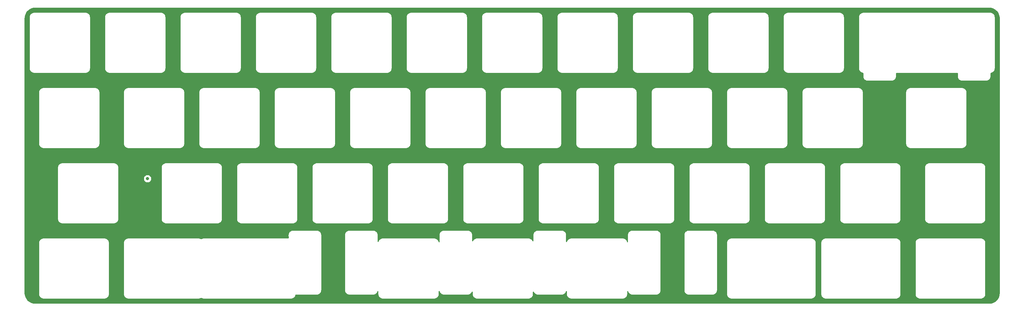
<source format=gbr>
%TF.GenerationSoftware,KiCad,Pcbnew,(5.1.10)-1*%
%TF.CreationDate,2021-08-26T15:07:36+02:00*%
%TF.ProjectId,switch_plate,73776974-6368-45f7-906c-6174652e6b69,rev?*%
%TF.SameCoordinates,Original*%
%TF.FileFunction,Copper,L1,Top*%
%TF.FilePolarity,Positive*%
%FSLAX46Y46*%
G04 Gerber Fmt 4.6, Leading zero omitted, Abs format (unit mm)*
G04 Created by KiCad (PCBNEW (5.1.10)-1) date 2021-08-26 15:07:36*
%MOMM*%
%LPD*%
G01*
G04 APERTURE LIST*
%TA.AperFunction,ViaPad*%
%ADD10C,0.800000*%
%TD*%
%TA.AperFunction,NonConductor*%
%ADD11C,0.254000*%
%TD*%
%TA.AperFunction,NonConductor*%
%ADD12C,0.100000*%
%TD*%
G04 APERTURE END LIST*
D10*
%TO.N,*%
X55875000Y-115000000D03*
%TD*%
D11*
X268498076Y-71783751D02*
X269033305Y-71835741D01*
X269513331Y-71980194D01*
X269956157Y-72215134D01*
X270344912Y-72531609D01*
X270664800Y-72917572D01*
X270903625Y-73358315D01*
X271052295Y-73837051D01*
X271108751Y-74369551D01*
X271108749Y-143903075D01*
X271056759Y-144438305D01*
X270912306Y-144918329D01*
X270677368Y-145361154D01*
X270360888Y-145749915D01*
X269974926Y-146069801D01*
X269534185Y-146308625D01*
X269055449Y-146457295D01*
X268522954Y-146513750D01*
X27539429Y-146515809D01*
X27004195Y-146463819D01*
X26524171Y-146319366D01*
X26081346Y-146084428D01*
X25692585Y-145767948D01*
X25372699Y-145381986D01*
X25133875Y-144941245D01*
X24985205Y-144462509D01*
X24928749Y-143930009D01*
X24928749Y-131186845D01*
X28371250Y-131186845D01*
X28371251Y-144259054D01*
X28374308Y-144290090D01*
X28374287Y-144293054D01*
X28375288Y-144303267D01*
X28380336Y-144351301D01*
X28381886Y-144367034D01*
X28382045Y-144367559D01*
X28385488Y-144400316D01*
X28398888Y-144465593D01*
X28411366Y-144531008D01*
X28414332Y-144540833D01*
X28443188Y-144634052D01*
X28469030Y-144695527D01*
X28493961Y-144757233D01*
X28498778Y-144766294D01*
X28545191Y-144852132D01*
X28582446Y-144907364D01*
X28618919Y-144963100D01*
X28625405Y-144971053D01*
X28687607Y-145046242D01*
X28734891Y-145093197D01*
X28781480Y-145140773D01*
X28789387Y-145147314D01*
X28789392Y-145147319D01*
X28789398Y-145147323D01*
X28865008Y-145208990D01*
X28920506Y-145245863D01*
X28975469Y-145283497D01*
X28984496Y-145288378D01*
X29070657Y-145334190D01*
X29132263Y-145359582D01*
X29193470Y-145385816D01*
X29203274Y-145388851D01*
X29203278Y-145388852D01*
X29203280Y-145388853D01*
X29203282Y-145388853D01*
X29296692Y-145417056D01*
X29362085Y-145430005D01*
X29427207Y-145443846D01*
X29437398Y-145444917D01*
X29437406Y-145444919D01*
X29437413Y-145444919D01*
X29533939Y-145454383D01*
X29570145Y-145457949D01*
X45023605Y-145457949D01*
X45054650Y-145454891D01*
X45057605Y-145454912D01*
X45067818Y-145453911D01*
X45115701Y-145448878D01*
X45131585Y-145447314D01*
X45132115Y-145447153D01*
X45164867Y-145443711D01*
X45230144Y-145430311D01*
X45295559Y-145417833D01*
X45305384Y-145414867D01*
X45398603Y-145386011D01*
X45460078Y-145360169D01*
X45521784Y-145335238D01*
X45530845Y-145330421D01*
X45616683Y-145284008D01*
X45671915Y-145246753D01*
X45727651Y-145210280D01*
X45735604Y-145203794D01*
X45810793Y-145141592D01*
X45857748Y-145094308D01*
X45905324Y-145047719D01*
X45911865Y-145039812D01*
X45911870Y-145039807D01*
X45911874Y-145039801D01*
X45973541Y-144964191D01*
X46010414Y-144908693D01*
X46048048Y-144853730D01*
X46052929Y-144844703D01*
X46098741Y-144758542D01*
X46124133Y-144696936D01*
X46150367Y-144635729D01*
X46153402Y-144625925D01*
X46181607Y-144532507D01*
X46194556Y-144467114D01*
X46208397Y-144401992D01*
X46209468Y-144391801D01*
X46209470Y-144391793D01*
X46209470Y-144391786D01*
X46218992Y-144294669D01*
X46222500Y-144259054D01*
X46222500Y-131186845D01*
X49802500Y-131186845D01*
X49802501Y-144259054D01*
X49805558Y-144290090D01*
X49805537Y-144293054D01*
X49806538Y-144303267D01*
X49811586Y-144351301D01*
X49813136Y-144367034D01*
X49813295Y-144367559D01*
X49816738Y-144400316D01*
X49830138Y-144465593D01*
X49842616Y-144531008D01*
X49845582Y-144540833D01*
X49874438Y-144634052D01*
X49900280Y-144695527D01*
X49925211Y-144757233D01*
X49930028Y-144766294D01*
X49976441Y-144852132D01*
X50013696Y-144907364D01*
X50050169Y-144963100D01*
X50056655Y-144971053D01*
X50118857Y-145046242D01*
X50166141Y-145093197D01*
X50212730Y-145140773D01*
X50220637Y-145147314D01*
X50220642Y-145147319D01*
X50220648Y-145147323D01*
X50296258Y-145208990D01*
X50351756Y-145245863D01*
X50406719Y-145283497D01*
X50415746Y-145288378D01*
X50501907Y-145334190D01*
X50563513Y-145359582D01*
X50624720Y-145385816D01*
X50634524Y-145388851D01*
X50634528Y-145388852D01*
X50634530Y-145388853D01*
X50634532Y-145388853D01*
X50727942Y-145417056D01*
X50793335Y-145430005D01*
X50858457Y-145443846D01*
X50868648Y-145444917D01*
X50868656Y-145444919D01*
X50868663Y-145444919D01*
X50965189Y-145454383D01*
X51001395Y-145457949D01*
X68836105Y-145457949D01*
X68867150Y-145454891D01*
X68870105Y-145454912D01*
X68880318Y-145453911D01*
X68928201Y-145448878D01*
X68944085Y-145447314D01*
X68944615Y-145447153D01*
X68977367Y-145443711D01*
X69042644Y-145430311D01*
X69108059Y-145417833D01*
X69117884Y-145414867D01*
X69211103Y-145386011D01*
X69272578Y-145360169D01*
X69334284Y-145335238D01*
X69343345Y-145330421D01*
X69429183Y-145284008D01*
X69443430Y-145274398D01*
X69456719Y-145283497D01*
X69465746Y-145288378D01*
X69551907Y-145334190D01*
X69613513Y-145359582D01*
X69674720Y-145385816D01*
X69684524Y-145388851D01*
X69684528Y-145388852D01*
X69684530Y-145388853D01*
X69684532Y-145388853D01*
X69777942Y-145417056D01*
X69843335Y-145430005D01*
X69908457Y-145443846D01*
X69918648Y-145444917D01*
X69918656Y-145444919D01*
X69918663Y-145444919D01*
X70015780Y-145454441D01*
X70015783Y-145454441D01*
X70051161Y-145457937D01*
X92142481Y-145464999D01*
X92151454Y-145465024D01*
X92151684Y-145465002D01*
X92179619Y-145465011D01*
X92210925Y-145461938D01*
X92220106Y-145462002D01*
X92230319Y-145461001D01*
X92327376Y-145450800D01*
X92392686Y-145437394D01*
X92458066Y-145424922D01*
X92467887Y-145421957D01*
X92467893Y-145421956D01*
X92467899Y-145421954D01*
X92561116Y-145393098D01*
X92622546Y-145367276D01*
X92684300Y-145342325D01*
X92693348Y-145337514D01*
X92693355Y-145337511D01*
X92693361Y-145337507D01*
X92779206Y-145291090D01*
X92834413Y-145253852D01*
X92890169Y-145217367D01*
X92898121Y-145210881D01*
X92973316Y-145148675D01*
X93020282Y-145101380D01*
X93067858Y-145054790D01*
X93074400Y-145046883D01*
X93136080Y-144971255D01*
X93172945Y-144915768D01*
X93210578Y-144860807D01*
X93215459Y-144851780D01*
X93261275Y-144765613D01*
X93286670Y-144704000D01*
X93312903Y-144642794D01*
X93315938Y-144632991D01*
X93344145Y-144539566D01*
X93357095Y-144474164D01*
X93359043Y-144465000D01*
X98682355Y-144465000D01*
X98713400Y-144461942D01*
X98716355Y-144461963D01*
X98726568Y-144460962D01*
X98774451Y-144455929D01*
X98790335Y-144454365D01*
X98790865Y-144454204D01*
X98823617Y-144450762D01*
X98888894Y-144437362D01*
X98954309Y-144424884D01*
X98964134Y-144421918D01*
X99057353Y-144393062D01*
X99118828Y-144367220D01*
X99180534Y-144342289D01*
X99189595Y-144337472D01*
X99275433Y-144291059D01*
X99330665Y-144253804D01*
X99386401Y-144217331D01*
X99394354Y-144210845D01*
X99469543Y-144148643D01*
X99516498Y-144101359D01*
X99564074Y-144054770D01*
X99570615Y-144046863D01*
X99570620Y-144046858D01*
X99570624Y-144046852D01*
X99632291Y-143971242D01*
X99669164Y-143915744D01*
X99706798Y-143860781D01*
X99711679Y-143851754D01*
X99757491Y-143765593D01*
X99782883Y-143703987D01*
X99809117Y-143642780D01*
X99812152Y-143632976D01*
X99840357Y-143539558D01*
X99853306Y-143474165D01*
X99867147Y-143409043D01*
X99868218Y-143398852D01*
X99868220Y-143398844D01*
X99868220Y-143398837D01*
X99877742Y-143301720D01*
X99881250Y-143266105D01*
X99881250Y-143266104D01*
X105660750Y-143266104D01*
X105663808Y-143297149D01*
X105663787Y-143300105D01*
X105664788Y-143310318D01*
X105669822Y-143358216D01*
X105671385Y-143374084D01*
X105671546Y-143374613D01*
X105674988Y-143407367D01*
X105688388Y-143472644D01*
X105700866Y-143538059D01*
X105703832Y-143547884D01*
X105732688Y-143641103D01*
X105758530Y-143702578D01*
X105783461Y-143764284D01*
X105788278Y-143773345D01*
X105834691Y-143859183D01*
X105871946Y-143914415D01*
X105908419Y-143970151D01*
X105914905Y-143978104D01*
X105977107Y-144053293D01*
X106024391Y-144100248D01*
X106070980Y-144147824D01*
X106078887Y-144154365D01*
X106078892Y-144154370D01*
X106078898Y-144154374D01*
X106154508Y-144216041D01*
X106210006Y-144252914D01*
X106264969Y-144290548D01*
X106273996Y-144295429D01*
X106360157Y-144341241D01*
X106421763Y-144366633D01*
X106482970Y-144392867D01*
X106492774Y-144395902D01*
X106492778Y-144395903D01*
X106492780Y-144395904D01*
X106492782Y-144395904D01*
X106586192Y-144424107D01*
X106651585Y-144437056D01*
X106716707Y-144450897D01*
X106726898Y-144451968D01*
X106726906Y-144451970D01*
X106726913Y-144451970D01*
X106823439Y-144461434D01*
X106859645Y-144465000D01*
X112931855Y-144465000D01*
X112962900Y-144461942D01*
X112965855Y-144461963D01*
X112976068Y-144460962D01*
X113023951Y-144455929D01*
X113039835Y-144454365D01*
X113040365Y-144454204D01*
X113073117Y-144450762D01*
X113138394Y-144437362D01*
X113203809Y-144424884D01*
X113213634Y-144421918D01*
X113306853Y-144393062D01*
X113368328Y-144367220D01*
X113430034Y-144342289D01*
X113439095Y-144337472D01*
X113524933Y-144291059D01*
X113580165Y-144253804D01*
X113635901Y-144217331D01*
X113643854Y-144210845D01*
X113719043Y-144148643D01*
X113765998Y-144101359D01*
X113813574Y-144054770D01*
X113820115Y-144046863D01*
X113820120Y-144046858D01*
X113820124Y-144046852D01*
X113881791Y-143971242D01*
X113918664Y-143915744D01*
X113956298Y-143860781D01*
X113961179Y-143851754D01*
X114006991Y-143765593D01*
X114032383Y-143703987D01*
X114058617Y-143642780D01*
X114061652Y-143632976D01*
X114089857Y-143539558D01*
X114096251Y-143507267D01*
X114096251Y-144259054D01*
X114099308Y-144290090D01*
X114099287Y-144293054D01*
X114100288Y-144303267D01*
X114105336Y-144351301D01*
X114106886Y-144367034D01*
X114107045Y-144367559D01*
X114110488Y-144400316D01*
X114123888Y-144465593D01*
X114136366Y-144531008D01*
X114139332Y-144540833D01*
X114168188Y-144634052D01*
X114194030Y-144695527D01*
X114218961Y-144757233D01*
X114223778Y-144766294D01*
X114270191Y-144852132D01*
X114307446Y-144907364D01*
X114343919Y-144963100D01*
X114350405Y-144971053D01*
X114412607Y-145046242D01*
X114459891Y-145093197D01*
X114506480Y-145140773D01*
X114514387Y-145147314D01*
X114514392Y-145147319D01*
X114514398Y-145147323D01*
X114590008Y-145208990D01*
X114645506Y-145245863D01*
X114700469Y-145283497D01*
X114709496Y-145288378D01*
X114795657Y-145334190D01*
X114857263Y-145359582D01*
X114918470Y-145385816D01*
X114928274Y-145388851D01*
X114928278Y-145388852D01*
X114928280Y-145388853D01*
X114928282Y-145388853D01*
X115021692Y-145417056D01*
X115087085Y-145430005D01*
X115152207Y-145443846D01*
X115162398Y-145444917D01*
X115162406Y-145444919D01*
X115162413Y-145444919D01*
X115258939Y-145454383D01*
X115295145Y-145457949D01*
X128367355Y-145457949D01*
X128398400Y-145454891D01*
X128401355Y-145454912D01*
X128411568Y-145453911D01*
X128459451Y-145448878D01*
X128475335Y-145447314D01*
X128475865Y-145447153D01*
X128508617Y-145443711D01*
X128573894Y-145430311D01*
X128639309Y-145417833D01*
X128649134Y-145414867D01*
X128742353Y-145386011D01*
X128803828Y-145360169D01*
X128865534Y-145335238D01*
X128874595Y-145330421D01*
X128960433Y-145284008D01*
X129015665Y-145246753D01*
X129071401Y-145210280D01*
X129079354Y-145203794D01*
X129154543Y-145141592D01*
X129201498Y-145094308D01*
X129249074Y-145047719D01*
X129255615Y-145039812D01*
X129255620Y-145039807D01*
X129255624Y-145039801D01*
X129317291Y-144964191D01*
X129354164Y-144908693D01*
X129391798Y-144853730D01*
X129396679Y-144844703D01*
X129442491Y-144758542D01*
X129467883Y-144696936D01*
X129494117Y-144635729D01*
X129497152Y-144625925D01*
X129525357Y-144532507D01*
X129538306Y-144467114D01*
X129552147Y-144401992D01*
X129553218Y-144391801D01*
X129553220Y-144391793D01*
X129553220Y-144391786D01*
X129562742Y-144294669D01*
X129566250Y-144259054D01*
X129566250Y-143482407D01*
X129576866Y-143538059D01*
X129579832Y-143547884D01*
X129608688Y-143641103D01*
X129634530Y-143702578D01*
X129659461Y-143764284D01*
X129664278Y-143773345D01*
X129710691Y-143859183D01*
X129747946Y-143914415D01*
X129784419Y-143970151D01*
X129790905Y-143978104D01*
X129853107Y-144053293D01*
X129900391Y-144100248D01*
X129946980Y-144147824D01*
X129954887Y-144154365D01*
X129954892Y-144154370D01*
X129954898Y-144154374D01*
X130030508Y-144216041D01*
X130086006Y-144252914D01*
X130140969Y-144290548D01*
X130149996Y-144295429D01*
X130236157Y-144341241D01*
X130297763Y-144366633D01*
X130358970Y-144392867D01*
X130368774Y-144395902D01*
X130368778Y-144395903D01*
X130368780Y-144395904D01*
X130368782Y-144395904D01*
X130462192Y-144424107D01*
X130527585Y-144437056D01*
X130592707Y-144450897D01*
X130602898Y-144451968D01*
X130602906Y-144451970D01*
X130602913Y-144451970D01*
X130699439Y-144461434D01*
X130735645Y-144465000D01*
X136807855Y-144465000D01*
X136838900Y-144461942D01*
X136841855Y-144461963D01*
X136852068Y-144460962D01*
X136899951Y-144455929D01*
X136915835Y-144454365D01*
X136916365Y-144454204D01*
X136949117Y-144450762D01*
X137014394Y-144437362D01*
X137079809Y-144424884D01*
X137089634Y-144421918D01*
X137182853Y-144393062D01*
X137244328Y-144367220D01*
X137306034Y-144342289D01*
X137315095Y-144337472D01*
X137400933Y-144291059D01*
X137456165Y-144253804D01*
X137511901Y-144217331D01*
X137519854Y-144210845D01*
X137595043Y-144148643D01*
X137641998Y-144101359D01*
X137689574Y-144054770D01*
X137696115Y-144046863D01*
X137696120Y-144046858D01*
X137696124Y-144046852D01*
X137757791Y-143971242D01*
X137794664Y-143915744D01*
X137832298Y-143860781D01*
X137837179Y-143851754D01*
X137882991Y-143765593D01*
X137908383Y-143703987D01*
X137908751Y-143703129D01*
X137908751Y-144259054D01*
X137911808Y-144290090D01*
X137911787Y-144293054D01*
X137912788Y-144303267D01*
X137917836Y-144351301D01*
X137919386Y-144367034D01*
X137919545Y-144367559D01*
X137922988Y-144400316D01*
X137936388Y-144465593D01*
X137948866Y-144531008D01*
X137951832Y-144540833D01*
X137980688Y-144634052D01*
X138006530Y-144695527D01*
X138031461Y-144757233D01*
X138036278Y-144766294D01*
X138082691Y-144852132D01*
X138119946Y-144907364D01*
X138156419Y-144963100D01*
X138162905Y-144971053D01*
X138225107Y-145046242D01*
X138272391Y-145093197D01*
X138318980Y-145140773D01*
X138326887Y-145147314D01*
X138326892Y-145147319D01*
X138326898Y-145147323D01*
X138402508Y-145208990D01*
X138458006Y-145245863D01*
X138512969Y-145283497D01*
X138521996Y-145288378D01*
X138608157Y-145334190D01*
X138669763Y-145359582D01*
X138730970Y-145385816D01*
X138740774Y-145388851D01*
X138740778Y-145388852D01*
X138740780Y-145388853D01*
X138740782Y-145388853D01*
X138834192Y-145417056D01*
X138899585Y-145430005D01*
X138964707Y-145443846D01*
X138974898Y-145444917D01*
X138974906Y-145444919D01*
X138974913Y-145444919D01*
X139071439Y-145454383D01*
X139107645Y-145457949D01*
X152179855Y-145457949D01*
X152210900Y-145454891D01*
X152213855Y-145454912D01*
X152224068Y-145453911D01*
X152271951Y-145448878D01*
X152287835Y-145447314D01*
X152288365Y-145447153D01*
X152321117Y-145443711D01*
X152386394Y-145430311D01*
X152451809Y-145417833D01*
X152461634Y-145414867D01*
X152554853Y-145386011D01*
X152616328Y-145360169D01*
X152678034Y-145335238D01*
X152687095Y-145330421D01*
X152772933Y-145284008D01*
X152828165Y-145246753D01*
X152883901Y-145210280D01*
X152891854Y-145203794D01*
X152967043Y-145141592D01*
X153013998Y-145094308D01*
X153061574Y-145047719D01*
X153068115Y-145039812D01*
X153068120Y-145039807D01*
X153068124Y-145039801D01*
X153129791Y-144964191D01*
X153166664Y-144908693D01*
X153204298Y-144853730D01*
X153209179Y-144844703D01*
X153254991Y-144758542D01*
X153280383Y-144696936D01*
X153306617Y-144635729D01*
X153309652Y-144625925D01*
X153337857Y-144532507D01*
X153350806Y-144467114D01*
X153364647Y-144401992D01*
X153365718Y-144391801D01*
X153365720Y-144391793D01*
X153365720Y-144391786D01*
X153375242Y-144294669D01*
X153378750Y-144259054D01*
X153378750Y-143691207D01*
X153383530Y-143702578D01*
X153408461Y-143764284D01*
X153413278Y-143773345D01*
X153459691Y-143859183D01*
X153496946Y-143914415D01*
X153533419Y-143970151D01*
X153539905Y-143978104D01*
X153602107Y-144053293D01*
X153649391Y-144100248D01*
X153695980Y-144147824D01*
X153703887Y-144154365D01*
X153703892Y-144154370D01*
X153703898Y-144154374D01*
X153779508Y-144216041D01*
X153835006Y-144252914D01*
X153889969Y-144290548D01*
X153898996Y-144295429D01*
X153985157Y-144341241D01*
X154046763Y-144366633D01*
X154107970Y-144392867D01*
X154117774Y-144395902D01*
X154117778Y-144395903D01*
X154117780Y-144395904D01*
X154117782Y-144395904D01*
X154211192Y-144424107D01*
X154276585Y-144437056D01*
X154341707Y-144450897D01*
X154351898Y-144451968D01*
X154351906Y-144451970D01*
X154351913Y-144451970D01*
X154448439Y-144461434D01*
X154484645Y-144465000D01*
X160556855Y-144465000D01*
X160587900Y-144461942D01*
X160590855Y-144461963D01*
X160601068Y-144460962D01*
X160648951Y-144455929D01*
X160664835Y-144454365D01*
X160665365Y-144454204D01*
X160698117Y-144450762D01*
X160763394Y-144437362D01*
X160828809Y-144424884D01*
X160838634Y-144421918D01*
X160931853Y-144393062D01*
X160993328Y-144367220D01*
X161055034Y-144342289D01*
X161064095Y-144337472D01*
X161149933Y-144291059D01*
X161205165Y-144253804D01*
X161260901Y-144217331D01*
X161268854Y-144210845D01*
X161344043Y-144148643D01*
X161390998Y-144101359D01*
X161438574Y-144054770D01*
X161445115Y-144046863D01*
X161445120Y-144046858D01*
X161445124Y-144046852D01*
X161506791Y-143971242D01*
X161543664Y-143915744D01*
X161581298Y-143860781D01*
X161586179Y-143851754D01*
X161631991Y-143765593D01*
X161657383Y-143703987D01*
X161683617Y-143642780D01*
X161686652Y-143632976D01*
X161714857Y-143539558D01*
X161721251Y-143507267D01*
X161721251Y-144259054D01*
X161724308Y-144290090D01*
X161724287Y-144293054D01*
X161725288Y-144303267D01*
X161730336Y-144351301D01*
X161731886Y-144367034D01*
X161732045Y-144367559D01*
X161735488Y-144400316D01*
X161748888Y-144465593D01*
X161761366Y-144531008D01*
X161764332Y-144540833D01*
X161793188Y-144634052D01*
X161819030Y-144695527D01*
X161843961Y-144757233D01*
X161848778Y-144766294D01*
X161895191Y-144852132D01*
X161932446Y-144907364D01*
X161968919Y-144963100D01*
X161975405Y-144971053D01*
X162037607Y-145046242D01*
X162084891Y-145093197D01*
X162131480Y-145140773D01*
X162139387Y-145147314D01*
X162139392Y-145147319D01*
X162139398Y-145147323D01*
X162215008Y-145208990D01*
X162270506Y-145245863D01*
X162325469Y-145283497D01*
X162334496Y-145288378D01*
X162420657Y-145334190D01*
X162482263Y-145359582D01*
X162543470Y-145385816D01*
X162553274Y-145388851D01*
X162553278Y-145388852D01*
X162553280Y-145388853D01*
X162553282Y-145388853D01*
X162646692Y-145417056D01*
X162712085Y-145430005D01*
X162777207Y-145443846D01*
X162787398Y-145444917D01*
X162787406Y-145444919D01*
X162787413Y-145444919D01*
X162883939Y-145454383D01*
X162920145Y-145457949D01*
X175992355Y-145457949D01*
X176023400Y-145454891D01*
X176026355Y-145454912D01*
X176036568Y-145453911D01*
X176084451Y-145448878D01*
X176100335Y-145447314D01*
X176100865Y-145447153D01*
X176133617Y-145443711D01*
X176198894Y-145430311D01*
X176264309Y-145417833D01*
X176274134Y-145414867D01*
X176367353Y-145386011D01*
X176428828Y-145360169D01*
X176490534Y-145335238D01*
X176499595Y-145330421D01*
X176585433Y-145284008D01*
X176640665Y-145246753D01*
X176696401Y-145210280D01*
X176704354Y-145203794D01*
X176779543Y-145141592D01*
X176826498Y-145094308D01*
X176874074Y-145047719D01*
X176880615Y-145039812D01*
X176880620Y-145039807D01*
X176880624Y-145039801D01*
X176942291Y-144964191D01*
X176979164Y-144908693D01*
X177016798Y-144853730D01*
X177021679Y-144844703D01*
X177067491Y-144758542D01*
X177092883Y-144696936D01*
X177119117Y-144635729D01*
X177122152Y-144625925D01*
X177150357Y-144532507D01*
X177163306Y-144467114D01*
X177177147Y-144401992D01*
X177178218Y-144391801D01*
X177178220Y-144391793D01*
X177178220Y-144391786D01*
X177187742Y-144294669D01*
X177191250Y-144259054D01*
X177191250Y-143482407D01*
X177201866Y-143538059D01*
X177204832Y-143547884D01*
X177233688Y-143641103D01*
X177259530Y-143702578D01*
X177284461Y-143764284D01*
X177289278Y-143773345D01*
X177335691Y-143859183D01*
X177372946Y-143914415D01*
X177409419Y-143970151D01*
X177415905Y-143978104D01*
X177478107Y-144053293D01*
X177525391Y-144100248D01*
X177571980Y-144147824D01*
X177579887Y-144154365D01*
X177579892Y-144154370D01*
X177579898Y-144154374D01*
X177655508Y-144216041D01*
X177711006Y-144252914D01*
X177765969Y-144290548D01*
X177774996Y-144295429D01*
X177861157Y-144341241D01*
X177922763Y-144366633D01*
X177983970Y-144392867D01*
X177993774Y-144395902D01*
X177993778Y-144395903D01*
X177993780Y-144395904D01*
X177993782Y-144395904D01*
X178087192Y-144424107D01*
X178152585Y-144437056D01*
X178217707Y-144450897D01*
X178227898Y-144451968D01*
X178227906Y-144451970D01*
X178227913Y-144451970D01*
X178324439Y-144461434D01*
X178360645Y-144465000D01*
X184432855Y-144465000D01*
X184463900Y-144461942D01*
X184466855Y-144461963D01*
X184477068Y-144460962D01*
X184524951Y-144455929D01*
X184540835Y-144454365D01*
X184541365Y-144454204D01*
X184574117Y-144450762D01*
X184639394Y-144437362D01*
X184704809Y-144424884D01*
X184714634Y-144421918D01*
X184807853Y-144393062D01*
X184869328Y-144367220D01*
X184931034Y-144342289D01*
X184940095Y-144337472D01*
X185025933Y-144291059D01*
X185081165Y-144253804D01*
X185136901Y-144217331D01*
X185144854Y-144210845D01*
X185220043Y-144148643D01*
X185266998Y-144101359D01*
X185314574Y-144054770D01*
X185321115Y-144046863D01*
X185321120Y-144046858D01*
X185321124Y-144046852D01*
X185382791Y-143971242D01*
X185419664Y-143915744D01*
X185457298Y-143860781D01*
X185462179Y-143851754D01*
X185507991Y-143765593D01*
X185533383Y-143703987D01*
X185559617Y-143642780D01*
X185562652Y-143632976D01*
X185590857Y-143539558D01*
X185603806Y-143474165D01*
X185617647Y-143409043D01*
X185618718Y-143398852D01*
X185618720Y-143398844D01*
X185618720Y-143398837D01*
X185628242Y-143301720D01*
X185631750Y-143266105D01*
X185631750Y-143266104D01*
X191411250Y-143266104D01*
X191414308Y-143297149D01*
X191414287Y-143300105D01*
X191415288Y-143310318D01*
X191420322Y-143358216D01*
X191421885Y-143374084D01*
X191422046Y-143374613D01*
X191425488Y-143407367D01*
X191438888Y-143472644D01*
X191451366Y-143538059D01*
X191454332Y-143547884D01*
X191483188Y-143641103D01*
X191509030Y-143702578D01*
X191533961Y-143764284D01*
X191538778Y-143773345D01*
X191585191Y-143859183D01*
X191622446Y-143914415D01*
X191658919Y-143970151D01*
X191665405Y-143978104D01*
X191727607Y-144053293D01*
X191774891Y-144100248D01*
X191821480Y-144147824D01*
X191829387Y-144154365D01*
X191829392Y-144154370D01*
X191829398Y-144154374D01*
X191905008Y-144216041D01*
X191960506Y-144252914D01*
X192015469Y-144290548D01*
X192024496Y-144295429D01*
X192110657Y-144341241D01*
X192172263Y-144366633D01*
X192233470Y-144392867D01*
X192243274Y-144395902D01*
X192243278Y-144395903D01*
X192243280Y-144395904D01*
X192243282Y-144395904D01*
X192336692Y-144424107D01*
X192402085Y-144437056D01*
X192467207Y-144450897D01*
X192477398Y-144451968D01*
X192477406Y-144451970D01*
X192477413Y-144451970D01*
X192573939Y-144461434D01*
X192610145Y-144465000D01*
X198682355Y-144465000D01*
X198713400Y-144461942D01*
X198716355Y-144461963D01*
X198726568Y-144460962D01*
X198774451Y-144455929D01*
X198790335Y-144454365D01*
X198790865Y-144454204D01*
X198823617Y-144450762D01*
X198888894Y-144437362D01*
X198954309Y-144424884D01*
X198964134Y-144421918D01*
X199057353Y-144393062D01*
X199118828Y-144367220D01*
X199180534Y-144342289D01*
X199189595Y-144337472D01*
X199275433Y-144291059D01*
X199330665Y-144253804D01*
X199386401Y-144217331D01*
X199394354Y-144210845D01*
X199469543Y-144148643D01*
X199516498Y-144101359D01*
X199564074Y-144054770D01*
X199570615Y-144046863D01*
X199570620Y-144046858D01*
X199570624Y-144046852D01*
X199632291Y-143971242D01*
X199669164Y-143915744D01*
X199706798Y-143860781D01*
X199711679Y-143851754D01*
X199757491Y-143765593D01*
X199782883Y-143703987D01*
X199809117Y-143642780D01*
X199812152Y-143632976D01*
X199840357Y-143539558D01*
X199853306Y-143474165D01*
X199867147Y-143409043D01*
X199868218Y-143398852D01*
X199868220Y-143398844D01*
X199868220Y-143398837D01*
X199877742Y-143301720D01*
X199881250Y-143266105D01*
X199881250Y-131186845D01*
X202202500Y-131186845D01*
X202202501Y-144259054D01*
X202205558Y-144290090D01*
X202205537Y-144293054D01*
X202206538Y-144303267D01*
X202211586Y-144351301D01*
X202213136Y-144367034D01*
X202213295Y-144367559D01*
X202216738Y-144400316D01*
X202230138Y-144465593D01*
X202242616Y-144531008D01*
X202245582Y-144540833D01*
X202274438Y-144634052D01*
X202300280Y-144695527D01*
X202325211Y-144757233D01*
X202330028Y-144766294D01*
X202376441Y-144852132D01*
X202413696Y-144907364D01*
X202450169Y-144963100D01*
X202456655Y-144971053D01*
X202518857Y-145046242D01*
X202566141Y-145093197D01*
X202612730Y-145140773D01*
X202620637Y-145147314D01*
X202620642Y-145147319D01*
X202620648Y-145147323D01*
X202696258Y-145208990D01*
X202751756Y-145245863D01*
X202806719Y-145283497D01*
X202815746Y-145288378D01*
X202901907Y-145334190D01*
X202963513Y-145359582D01*
X203024720Y-145385816D01*
X203034524Y-145388851D01*
X203034528Y-145388852D01*
X203034530Y-145388853D01*
X203034532Y-145388853D01*
X203127942Y-145417056D01*
X203193335Y-145430005D01*
X203258457Y-145443846D01*
X203268648Y-145444917D01*
X203268656Y-145444919D01*
X203268663Y-145444919D01*
X203365189Y-145454383D01*
X203401395Y-145457949D01*
X223617355Y-145457949D01*
X223648400Y-145454891D01*
X223651355Y-145454912D01*
X223661568Y-145453911D01*
X223709451Y-145448878D01*
X223725335Y-145447314D01*
X223725865Y-145447153D01*
X223758617Y-145443711D01*
X223823894Y-145430311D01*
X223889309Y-145417833D01*
X223899134Y-145414867D01*
X223992353Y-145386011D01*
X224053828Y-145360169D01*
X224115534Y-145335238D01*
X224124595Y-145330421D01*
X224210433Y-145284008D01*
X224265665Y-145246753D01*
X224321401Y-145210280D01*
X224329354Y-145203794D01*
X224404543Y-145141592D01*
X224451498Y-145094308D01*
X224499074Y-145047719D01*
X224505615Y-145039812D01*
X224505620Y-145039807D01*
X224505624Y-145039801D01*
X224567291Y-144964191D01*
X224604164Y-144908693D01*
X224641798Y-144853730D01*
X224646679Y-144844703D01*
X224692491Y-144758542D01*
X224717883Y-144696936D01*
X224744117Y-144635729D01*
X224747152Y-144625925D01*
X224775357Y-144532507D01*
X224788306Y-144467114D01*
X224802147Y-144401992D01*
X224803218Y-144391801D01*
X224803220Y-144391793D01*
X224803220Y-144391786D01*
X224812742Y-144294669D01*
X224816250Y-144259054D01*
X224816250Y-131186845D01*
X226015000Y-131186845D01*
X226015001Y-144259054D01*
X226018058Y-144290090D01*
X226018037Y-144293054D01*
X226019038Y-144303267D01*
X226024086Y-144351301D01*
X226025636Y-144367034D01*
X226025795Y-144367559D01*
X226029238Y-144400316D01*
X226042638Y-144465593D01*
X226055116Y-144531008D01*
X226058082Y-144540833D01*
X226086938Y-144634052D01*
X226112780Y-144695527D01*
X226137711Y-144757233D01*
X226142528Y-144766294D01*
X226188941Y-144852132D01*
X226226196Y-144907364D01*
X226262669Y-144963100D01*
X226269155Y-144971053D01*
X226331357Y-145046242D01*
X226378641Y-145093197D01*
X226425230Y-145140773D01*
X226433137Y-145147314D01*
X226433142Y-145147319D01*
X226433148Y-145147323D01*
X226508758Y-145208990D01*
X226564256Y-145245863D01*
X226619219Y-145283497D01*
X226628246Y-145288378D01*
X226714407Y-145334190D01*
X226776013Y-145359582D01*
X226837220Y-145385816D01*
X226847024Y-145388851D01*
X226847028Y-145388852D01*
X226847030Y-145388853D01*
X226847032Y-145388853D01*
X226940442Y-145417056D01*
X227005835Y-145430005D01*
X227070957Y-145443846D01*
X227081148Y-145444917D01*
X227081156Y-145444919D01*
X227081163Y-145444919D01*
X227177689Y-145454383D01*
X227213895Y-145457949D01*
X245048605Y-145457949D01*
X245079650Y-145454891D01*
X245082605Y-145454912D01*
X245092818Y-145453911D01*
X245140701Y-145448878D01*
X245156585Y-145447314D01*
X245157115Y-145447153D01*
X245189867Y-145443711D01*
X245255144Y-145430311D01*
X245320559Y-145417833D01*
X245330384Y-145414867D01*
X245423603Y-145386011D01*
X245485078Y-145360169D01*
X245546784Y-145335238D01*
X245555845Y-145330421D01*
X245641683Y-145284008D01*
X245696915Y-145246753D01*
X245752651Y-145210280D01*
X245760604Y-145203794D01*
X245835793Y-145141592D01*
X245882748Y-145094308D01*
X245930324Y-145047719D01*
X245936865Y-145039812D01*
X245936870Y-145039807D01*
X245936874Y-145039801D01*
X245998541Y-144964191D01*
X246035414Y-144908693D01*
X246073048Y-144853730D01*
X246077929Y-144844703D01*
X246123741Y-144758542D01*
X246149133Y-144696936D01*
X246175367Y-144635729D01*
X246178402Y-144625925D01*
X246206607Y-144532507D01*
X246219556Y-144467114D01*
X246233397Y-144401992D01*
X246234468Y-144391801D01*
X246234470Y-144391793D01*
X246234470Y-144391786D01*
X246243992Y-144294669D01*
X246247500Y-144259054D01*
X246247500Y-131186845D01*
X249827500Y-131186845D01*
X249827501Y-144259054D01*
X249830558Y-144290090D01*
X249830537Y-144293054D01*
X249831538Y-144303267D01*
X249836586Y-144351301D01*
X249838136Y-144367034D01*
X249838295Y-144367559D01*
X249841738Y-144400316D01*
X249855138Y-144465593D01*
X249867616Y-144531008D01*
X249870582Y-144540833D01*
X249899438Y-144634052D01*
X249925280Y-144695527D01*
X249950211Y-144757233D01*
X249955028Y-144766294D01*
X250001441Y-144852132D01*
X250038696Y-144907364D01*
X250075169Y-144963100D01*
X250081655Y-144971053D01*
X250143857Y-145046242D01*
X250191141Y-145093197D01*
X250237730Y-145140773D01*
X250245637Y-145147314D01*
X250245642Y-145147319D01*
X250245648Y-145147323D01*
X250321258Y-145208990D01*
X250376756Y-145245863D01*
X250431719Y-145283497D01*
X250440746Y-145288378D01*
X250526907Y-145334190D01*
X250588513Y-145359582D01*
X250649720Y-145385816D01*
X250659524Y-145388851D01*
X250659528Y-145388852D01*
X250659530Y-145388853D01*
X250659532Y-145388853D01*
X250752942Y-145417056D01*
X250818335Y-145430005D01*
X250883457Y-145443846D01*
X250893648Y-145444917D01*
X250893656Y-145444919D01*
X250893663Y-145444919D01*
X250990189Y-145454383D01*
X251026395Y-145457949D01*
X266479855Y-145457949D01*
X266510900Y-145454891D01*
X266513855Y-145454912D01*
X266524068Y-145453911D01*
X266571951Y-145448878D01*
X266587835Y-145447314D01*
X266588365Y-145447153D01*
X266621117Y-145443711D01*
X266686394Y-145430311D01*
X266751809Y-145417833D01*
X266761634Y-145414867D01*
X266854853Y-145386011D01*
X266916328Y-145360169D01*
X266978034Y-145335238D01*
X266987095Y-145330421D01*
X267072933Y-145284008D01*
X267128165Y-145246753D01*
X267183901Y-145210280D01*
X267191854Y-145203794D01*
X267267043Y-145141592D01*
X267313998Y-145094308D01*
X267361574Y-145047719D01*
X267368115Y-145039812D01*
X267368120Y-145039807D01*
X267368124Y-145039801D01*
X267429791Y-144964191D01*
X267466664Y-144908693D01*
X267504298Y-144853730D01*
X267509179Y-144844703D01*
X267554991Y-144758542D01*
X267580383Y-144696936D01*
X267606617Y-144635729D01*
X267609652Y-144625925D01*
X267637857Y-144532507D01*
X267650806Y-144467114D01*
X267664647Y-144401992D01*
X267665718Y-144391801D01*
X267665720Y-144391793D01*
X267665720Y-144391786D01*
X267675242Y-144294669D01*
X267678750Y-144259054D01*
X267678750Y-131186844D01*
X267675692Y-131155799D01*
X267675713Y-131152844D01*
X267674712Y-131142631D01*
X267669680Y-131094756D01*
X267668115Y-131078864D01*
X267667954Y-131078334D01*
X267664512Y-131045583D01*
X267651114Y-130980313D01*
X267638634Y-130914890D01*
X267635668Y-130905065D01*
X267606812Y-130811846D01*
X267580975Y-130750383D01*
X267556039Y-130688665D01*
X267551222Y-130679604D01*
X267504809Y-130593766D01*
X267467539Y-130538511D01*
X267431081Y-130482798D01*
X267424595Y-130474845D01*
X267362393Y-130399656D01*
X267315109Y-130352701D01*
X267268520Y-130305125D01*
X267260613Y-130298583D01*
X267184992Y-130236908D01*
X267129471Y-130200019D01*
X267074531Y-130162401D01*
X267065520Y-130157529D01*
X267065513Y-130157524D01*
X267065506Y-130157521D01*
X267065504Y-130157520D01*
X266979343Y-130111708D01*
X266917737Y-130086316D01*
X266856530Y-130060082D01*
X266846726Y-130057047D01*
X266846722Y-130057046D01*
X266846720Y-130057045D01*
X266846718Y-130057045D01*
X266753308Y-130028842D01*
X266687922Y-130015895D01*
X266622794Y-130002052D01*
X266612601Y-130000980D01*
X266612594Y-130000979D01*
X266612588Y-130000979D01*
X266516060Y-129991515D01*
X266479855Y-129987949D01*
X251026395Y-129987949D01*
X250995350Y-129991007D01*
X250992395Y-129990986D01*
X250982182Y-129991987D01*
X250934307Y-129997019D01*
X250918415Y-129998584D01*
X250917885Y-129998745D01*
X250885134Y-130002187D01*
X250819864Y-130015585D01*
X250754441Y-130028065D01*
X250744616Y-130031031D01*
X250651397Y-130059887D01*
X250589934Y-130085724D01*
X250528216Y-130110660D01*
X250519155Y-130115477D01*
X250433317Y-130161890D01*
X250378062Y-130199160D01*
X250322349Y-130235618D01*
X250314396Y-130242104D01*
X250239207Y-130304306D01*
X250192252Y-130351590D01*
X250144676Y-130398179D01*
X250138134Y-130406086D01*
X250076459Y-130481707D01*
X250039570Y-130537228D01*
X250001952Y-130592168D01*
X249997080Y-130601179D01*
X249997075Y-130601186D01*
X249997072Y-130601193D01*
X249997071Y-130601195D01*
X249951259Y-130687356D01*
X249925867Y-130748962D01*
X249899633Y-130810169D01*
X249896598Y-130819973D01*
X249868393Y-130913391D01*
X249855446Y-130978777D01*
X249841603Y-131043905D01*
X249840531Y-131054098D01*
X249840530Y-131054105D01*
X249840530Y-131054111D01*
X249831044Y-131150861D01*
X249827500Y-131186845D01*
X246247500Y-131186845D01*
X246247500Y-131186844D01*
X246244442Y-131155799D01*
X246244463Y-131152844D01*
X246243462Y-131142631D01*
X246238430Y-131094756D01*
X246236865Y-131078864D01*
X246236704Y-131078334D01*
X246233262Y-131045583D01*
X246219864Y-130980313D01*
X246207384Y-130914890D01*
X246204418Y-130905065D01*
X246175562Y-130811846D01*
X246149725Y-130750383D01*
X246124789Y-130688665D01*
X246119972Y-130679604D01*
X246073559Y-130593766D01*
X246036289Y-130538511D01*
X245999831Y-130482798D01*
X245993345Y-130474845D01*
X245931143Y-130399656D01*
X245883859Y-130352701D01*
X245837270Y-130305125D01*
X245829363Y-130298583D01*
X245753742Y-130236908D01*
X245698221Y-130200019D01*
X245643281Y-130162401D01*
X245634270Y-130157529D01*
X245634263Y-130157524D01*
X245634256Y-130157521D01*
X245634254Y-130157520D01*
X245548093Y-130111708D01*
X245486487Y-130086316D01*
X245425280Y-130060082D01*
X245415476Y-130057047D01*
X245415472Y-130057046D01*
X245415470Y-130057045D01*
X245415468Y-130057045D01*
X245322058Y-130028842D01*
X245256672Y-130015895D01*
X245191544Y-130002052D01*
X245181351Y-130000980D01*
X245181344Y-130000979D01*
X245181338Y-130000979D01*
X245084810Y-129991515D01*
X245048605Y-129987949D01*
X227213895Y-129987949D01*
X227182850Y-129991007D01*
X227179895Y-129990986D01*
X227169682Y-129991987D01*
X227121807Y-129997019D01*
X227105915Y-129998584D01*
X227105385Y-129998745D01*
X227072634Y-130002187D01*
X227007364Y-130015585D01*
X226941941Y-130028065D01*
X226932116Y-130031031D01*
X226838897Y-130059887D01*
X226777434Y-130085724D01*
X226715716Y-130110660D01*
X226706655Y-130115477D01*
X226620817Y-130161890D01*
X226565562Y-130199160D01*
X226509849Y-130235618D01*
X226501896Y-130242104D01*
X226426707Y-130304306D01*
X226379752Y-130351590D01*
X226332176Y-130398179D01*
X226325634Y-130406086D01*
X226263959Y-130481707D01*
X226227070Y-130537228D01*
X226189452Y-130592168D01*
X226184580Y-130601179D01*
X226184575Y-130601186D01*
X226184572Y-130601193D01*
X226184571Y-130601195D01*
X226138759Y-130687356D01*
X226113367Y-130748962D01*
X226087133Y-130810169D01*
X226084098Y-130819973D01*
X226055893Y-130913391D01*
X226042946Y-130978777D01*
X226029103Y-131043905D01*
X226028031Y-131054098D01*
X226028030Y-131054105D01*
X226028030Y-131054111D01*
X226018544Y-131150861D01*
X226015000Y-131186845D01*
X224816250Y-131186845D01*
X224816250Y-131186844D01*
X224813192Y-131155799D01*
X224813213Y-131152844D01*
X224812212Y-131142631D01*
X224807180Y-131094756D01*
X224805615Y-131078864D01*
X224805454Y-131078334D01*
X224802012Y-131045583D01*
X224788614Y-130980313D01*
X224776134Y-130914890D01*
X224773168Y-130905065D01*
X224744312Y-130811846D01*
X224718475Y-130750383D01*
X224693539Y-130688665D01*
X224688722Y-130679604D01*
X224642309Y-130593766D01*
X224605039Y-130538511D01*
X224568581Y-130482798D01*
X224562095Y-130474845D01*
X224499893Y-130399656D01*
X224452609Y-130352701D01*
X224406020Y-130305125D01*
X224398113Y-130298583D01*
X224322492Y-130236908D01*
X224266971Y-130200019D01*
X224212031Y-130162401D01*
X224203020Y-130157529D01*
X224203013Y-130157524D01*
X224203006Y-130157521D01*
X224203004Y-130157520D01*
X224116843Y-130111708D01*
X224055237Y-130086316D01*
X223994030Y-130060082D01*
X223984226Y-130057047D01*
X223984222Y-130057046D01*
X223984220Y-130057045D01*
X223984218Y-130057045D01*
X223890808Y-130028842D01*
X223825422Y-130015895D01*
X223760294Y-130002052D01*
X223750101Y-130000980D01*
X223750094Y-130000979D01*
X223750088Y-130000979D01*
X223653560Y-129991515D01*
X223617355Y-129987949D01*
X203401395Y-129987949D01*
X203370350Y-129991007D01*
X203367395Y-129990986D01*
X203357182Y-129991987D01*
X203309307Y-129997019D01*
X203293415Y-129998584D01*
X203292885Y-129998745D01*
X203260134Y-130002187D01*
X203194864Y-130015585D01*
X203129441Y-130028065D01*
X203119616Y-130031031D01*
X203026397Y-130059887D01*
X202964934Y-130085724D01*
X202903216Y-130110660D01*
X202894155Y-130115477D01*
X202808317Y-130161890D01*
X202753062Y-130199160D01*
X202697349Y-130235618D01*
X202689396Y-130242104D01*
X202614207Y-130304306D01*
X202567252Y-130351590D01*
X202519676Y-130398179D01*
X202513134Y-130406086D01*
X202451459Y-130481707D01*
X202414570Y-130537228D01*
X202376952Y-130592168D01*
X202372080Y-130601179D01*
X202372075Y-130601186D01*
X202372072Y-130601193D01*
X202372071Y-130601195D01*
X202326259Y-130687356D01*
X202300867Y-130748962D01*
X202274633Y-130810169D01*
X202271598Y-130819973D01*
X202243393Y-130913391D01*
X202230446Y-130978777D01*
X202216603Y-131043905D01*
X202215531Y-131054098D01*
X202215530Y-131054105D01*
X202215530Y-131054111D01*
X202206044Y-131150861D01*
X202202500Y-131186845D01*
X199881250Y-131186845D01*
X199881250Y-129193895D01*
X199878192Y-129162850D01*
X199878213Y-129159895D01*
X199877212Y-129149682D01*
X199872180Y-129101807D01*
X199870615Y-129085915D01*
X199870454Y-129085385D01*
X199867012Y-129052634D01*
X199853614Y-128987364D01*
X199841134Y-128921941D01*
X199838168Y-128912116D01*
X199809312Y-128818897D01*
X199783475Y-128757434D01*
X199758539Y-128695716D01*
X199753722Y-128686655D01*
X199707309Y-128600817D01*
X199670039Y-128545562D01*
X199633581Y-128489849D01*
X199627095Y-128481896D01*
X199564893Y-128406707D01*
X199517609Y-128359752D01*
X199471020Y-128312176D01*
X199463113Y-128305634D01*
X199387492Y-128243959D01*
X199331971Y-128207070D01*
X199277031Y-128169452D01*
X199268020Y-128164580D01*
X199268013Y-128164575D01*
X199268006Y-128164572D01*
X199268004Y-128164571D01*
X199181843Y-128118759D01*
X199120237Y-128093367D01*
X199059030Y-128067133D01*
X199049226Y-128064098D01*
X199049222Y-128064097D01*
X199049220Y-128064096D01*
X199049218Y-128064096D01*
X198955808Y-128035893D01*
X198890422Y-128022946D01*
X198825294Y-128009103D01*
X198815101Y-128008031D01*
X198815094Y-128008030D01*
X198815088Y-128008030D01*
X198718560Y-127998566D01*
X198682355Y-127995000D01*
X192610145Y-127995000D01*
X192579100Y-127998058D01*
X192576145Y-127998037D01*
X192565932Y-127999038D01*
X192518057Y-128004070D01*
X192502165Y-128005635D01*
X192501635Y-128005796D01*
X192468884Y-128009238D01*
X192403614Y-128022636D01*
X192338191Y-128035116D01*
X192328366Y-128038082D01*
X192235147Y-128066938D01*
X192173684Y-128092775D01*
X192111966Y-128117711D01*
X192102905Y-128122528D01*
X192017067Y-128168941D01*
X191961812Y-128206211D01*
X191906099Y-128242669D01*
X191898146Y-128249155D01*
X191822957Y-128311357D01*
X191776002Y-128358641D01*
X191728426Y-128405230D01*
X191721884Y-128413137D01*
X191660209Y-128488758D01*
X191623320Y-128544279D01*
X191585702Y-128599219D01*
X191580830Y-128608230D01*
X191580825Y-128608237D01*
X191580822Y-128608244D01*
X191580821Y-128608246D01*
X191535009Y-128694407D01*
X191509617Y-128756013D01*
X191483383Y-128817220D01*
X191480348Y-128827024D01*
X191452143Y-128920442D01*
X191439196Y-128985828D01*
X191425353Y-129050956D01*
X191424281Y-129061149D01*
X191424280Y-129061156D01*
X191424280Y-129061162D01*
X191414758Y-129158280D01*
X191414758Y-129158287D01*
X191411251Y-129193895D01*
X191411250Y-143266104D01*
X185631750Y-143266104D01*
X185631750Y-129193895D01*
X185628692Y-129162850D01*
X185628713Y-129159895D01*
X185627712Y-129149682D01*
X185622680Y-129101807D01*
X185621115Y-129085915D01*
X185620954Y-129085385D01*
X185617512Y-129052634D01*
X185604114Y-128987364D01*
X185591634Y-128921941D01*
X185588668Y-128912116D01*
X185559812Y-128818897D01*
X185533975Y-128757434D01*
X185509039Y-128695716D01*
X185504222Y-128686655D01*
X185457809Y-128600817D01*
X185420539Y-128545562D01*
X185384081Y-128489849D01*
X185377595Y-128481896D01*
X185315393Y-128406707D01*
X185268109Y-128359752D01*
X185221520Y-128312176D01*
X185213613Y-128305634D01*
X185137992Y-128243959D01*
X185082471Y-128207070D01*
X185027531Y-128169452D01*
X185018520Y-128164580D01*
X185018513Y-128164575D01*
X185018506Y-128164572D01*
X185018504Y-128164571D01*
X184932343Y-128118759D01*
X184870737Y-128093367D01*
X184809530Y-128067133D01*
X184799726Y-128064098D01*
X184799722Y-128064097D01*
X184799720Y-128064096D01*
X184799718Y-128064096D01*
X184706308Y-128035893D01*
X184640922Y-128022946D01*
X184575794Y-128009103D01*
X184565601Y-128008031D01*
X184565594Y-128008030D01*
X184565588Y-128008030D01*
X184469060Y-127998566D01*
X184432855Y-127995000D01*
X178360645Y-127995000D01*
X178329600Y-127998058D01*
X178326645Y-127998037D01*
X178316432Y-127999038D01*
X178268557Y-128004070D01*
X178252665Y-128005635D01*
X178252135Y-128005796D01*
X178219384Y-128009238D01*
X178154114Y-128022636D01*
X178088691Y-128035116D01*
X178078866Y-128038082D01*
X177985647Y-128066938D01*
X177924184Y-128092775D01*
X177862466Y-128117711D01*
X177853405Y-128122528D01*
X177767567Y-128168941D01*
X177712312Y-128206211D01*
X177656599Y-128242669D01*
X177648646Y-128249155D01*
X177573457Y-128311357D01*
X177526502Y-128358641D01*
X177478926Y-128405230D01*
X177472384Y-128413137D01*
X177410709Y-128488758D01*
X177373820Y-128544279D01*
X177336202Y-128599219D01*
X177331330Y-128608230D01*
X177331325Y-128608237D01*
X177331322Y-128608244D01*
X177331321Y-128608246D01*
X177285509Y-128694407D01*
X177260117Y-128756013D01*
X177233883Y-128817220D01*
X177230848Y-128827024D01*
X177202643Y-128920442D01*
X177189696Y-128985828D01*
X177175853Y-129050956D01*
X177174781Y-129061149D01*
X177174780Y-129061156D01*
X177174780Y-129061162D01*
X177165258Y-129158280D01*
X177165258Y-129158287D01*
X177161751Y-129193895D01*
X177161751Y-130970546D01*
X177151134Y-130914890D01*
X177148168Y-130905065D01*
X177119312Y-130811846D01*
X177093475Y-130750383D01*
X177068539Y-130688665D01*
X177063722Y-130679604D01*
X177017309Y-130593766D01*
X176980039Y-130538511D01*
X176943581Y-130482798D01*
X176937095Y-130474845D01*
X176874893Y-130399656D01*
X176827609Y-130352701D01*
X176781020Y-130305125D01*
X176773113Y-130298583D01*
X176697492Y-130236908D01*
X176641971Y-130200019D01*
X176587031Y-130162401D01*
X176578020Y-130157529D01*
X176578013Y-130157524D01*
X176578006Y-130157521D01*
X176578004Y-130157520D01*
X176491843Y-130111708D01*
X176430237Y-130086316D01*
X176369030Y-130060082D01*
X176359226Y-130057047D01*
X176359222Y-130057046D01*
X176359220Y-130057045D01*
X176359218Y-130057045D01*
X176265808Y-130028842D01*
X176200422Y-130015895D01*
X176135294Y-130002052D01*
X176125101Y-130000980D01*
X176125094Y-130000979D01*
X176125088Y-130000979D01*
X176028560Y-129991515D01*
X175992355Y-129987949D01*
X162920145Y-129987949D01*
X162889100Y-129991007D01*
X162886145Y-129990986D01*
X162875932Y-129991987D01*
X162828057Y-129997019D01*
X162812165Y-129998584D01*
X162811635Y-129998745D01*
X162778884Y-130002187D01*
X162713614Y-130015585D01*
X162648191Y-130028065D01*
X162638366Y-130031031D01*
X162545147Y-130059887D01*
X162483684Y-130085724D01*
X162421966Y-130110660D01*
X162412905Y-130115477D01*
X162327067Y-130161890D01*
X162271812Y-130199160D01*
X162216099Y-130235618D01*
X162208146Y-130242104D01*
X162132957Y-130304306D01*
X162086002Y-130351590D01*
X162038426Y-130398179D01*
X162031884Y-130406086D01*
X161970209Y-130481707D01*
X161933320Y-130537228D01*
X161895702Y-130592168D01*
X161890830Y-130601179D01*
X161890825Y-130601186D01*
X161890822Y-130601193D01*
X161890821Y-130601195D01*
X161845009Y-130687356D01*
X161819617Y-130748962D01*
X161793383Y-130810169D01*
X161790348Y-130819973D01*
X161762143Y-130913391D01*
X161755750Y-130945677D01*
X161755750Y-129193895D01*
X161752692Y-129162850D01*
X161752713Y-129159895D01*
X161751712Y-129149682D01*
X161746680Y-129101807D01*
X161745115Y-129085915D01*
X161744954Y-129085385D01*
X161741512Y-129052634D01*
X161728114Y-128987364D01*
X161715634Y-128921941D01*
X161712668Y-128912116D01*
X161683812Y-128818897D01*
X161657975Y-128757434D01*
X161633039Y-128695716D01*
X161628222Y-128686655D01*
X161581809Y-128600817D01*
X161544539Y-128545562D01*
X161508081Y-128489849D01*
X161501595Y-128481896D01*
X161439393Y-128406707D01*
X161392109Y-128359752D01*
X161345520Y-128312176D01*
X161337613Y-128305634D01*
X161261992Y-128243959D01*
X161206471Y-128207070D01*
X161151531Y-128169452D01*
X161142520Y-128164580D01*
X161142513Y-128164575D01*
X161142506Y-128164572D01*
X161142504Y-128164571D01*
X161056343Y-128118759D01*
X160994737Y-128093367D01*
X160933530Y-128067133D01*
X160923726Y-128064098D01*
X160923722Y-128064097D01*
X160923720Y-128064096D01*
X160923718Y-128064096D01*
X160830308Y-128035893D01*
X160764922Y-128022946D01*
X160699794Y-128009103D01*
X160689601Y-128008031D01*
X160689594Y-128008030D01*
X160689588Y-128008030D01*
X160593060Y-127998566D01*
X160556855Y-127995000D01*
X154484645Y-127995000D01*
X154453600Y-127998058D01*
X154450645Y-127998037D01*
X154440432Y-127999038D01*
X154392557Y-128004070D01*
X154376665Y-128005635D01*
X154376135Y-128005796D01*
X154343384Y-128009238D01*
X154278114Y-128022636D01*
X154212691Y-128035116D01*
X154202866Y-128038082D01*
X154109647Y-128066938D01*
X154048184Y-128092775D01*
X153986466Y-128117711D01*
X153977405Y-128122528D01*
X153891567Y-128168941D01*
X153836312Y-128206211D01*
X153780599Y-128242669D01*
X153772646Y-128249155D01*
X153697457Y-128311357D01*
X153650502Y-128358641D01*
X153602926Y-128405230D01*
X153596384Y-128413137D01*
X153534709Y-128488758D01*
X153497820Y-128544279D01*
X153460202Y-128599219D01*
X153455330Y-128608230D01*
X153455325Y-128608237D01*
X153455322Y-128608244D01*
X153455321Y-128608246D01*
X153409509Y-128694407D01*
X153384117Y-128756013D01*
X153357883Y-128817220D01*
X153354848Y-128827024D01*
X153326643Y-128920442D01*
X153313696Y-128985828D01*
X153299853Y-129050956D01*
X153298781Y-129061149D01*
X153298780Y-129061156D01*
X153298780Y-129061162D01*
X153289258Y-129158280D01*
X153289258Y-129158287D01*
X153285751Y-129193895D01*
X153285751Y-130761744D01*
X153280975Y-130750383D01*
X153256039Y-130688665D01*
X153251222Y-130679604D01*
X153204809Y-130593766D01*
X153167539Y-130538511D01*
X153131081Y-130482798D01*
X153124595Y-130474845D01*
X153062393Y-130399656D01*
X153015109Y-130352701D01*
X152968520Y-130305125D01*
X152960613Y-130298583D01*
X152884992Y-130236908D01*
X152829471Y-130200019D01*
X152774531Y-130162401D01*
X152765520Y-130157529D01*
X152765513Y-130157524D01*
X152765506Y-130157521D01*
X152765504Y-130157520D01*
X152679343Y-130111708D01*
X152617737Y-130086316D01*
X152556530Y-130060082D01*
X152546726Y-130057047D01*
X152546722Y-130057046D01*
X152546720Y-130057045D01*
X152546718Y-130057045D01*
X152453308Y-130028842D01*
X152387922Y-130015895D01*
X152322794Y-130002052D01*
X152312601Y-130000980D01*
X152312594Y-130000979D01*
X152312588Y-130000979D01*
X152216060Y-129991515D01*
X152179855Y-129987949D01*
X139107645Y-129987949D01*
X139076600Y-129991007D01*
X139073645Y-129990986D01*
X139063432Y-129991987D01*
X139015557Y-129997019D01*
X138999665Y-129998584D01*
X138999135Y-129998745D01*
X138966384Y-130002187D01*
X138901114Y-130015585D01*
X138835691Y-130028065D01*
X138825866Y-130031031D01*
X138732647Y-130059887D01*
X138671184Y-130085724D01*
X138609466Y-130110660D01*
X138600405Y-130115477D01*
X138514567Y-130161890D01*
X138459312Y-130199160D01*
X138403599Y-130235618D01*
X138395646Y-130242104D01*
X138320457Y-130304306D01*
X138273502Y-130351590D01*
X138225926Y-130398179D01*
X138219384Y-130406086D01*
X138157709Y-130481707D01*
X138120820Y-130537228D01*
X138083202Y-130592168D01*
X138078330Y-130601179D01*
X138078325Y-130601186D01*
X138078322Y-130601193D01*
X138078321Y-130601195D01*
X138032509Y-130687356D01*
X138007117Y-130748962D01*
X138006750Y-130749818D01*
X138006750Y-129193895D01*
X138003692Y-129162850D01*
X138003713Y-129159895D01*
X138002712Y-129149682D01*
X137997680Y-129101807D01*
X137996115Y-129085915D01*
X137995954Y-129085385D01*
X137992512Y-129052634D01*
X137979114Y-128987364D01*
X137966634Y-128921941D01*
X137963668Y-128912116D01*
X137934812Y-128818897D01*
X137908975Y-128757434D01*
X137884039Y-128695716D01*
X137879222Y-128686655D01*
X137832809Y-128600817D01*
X137795539Y-128545562D01*
X137759081Y-128489849D01*
X137752595Y-128481896D01*
X137690393Y-128406707D01*
X137643109Y-128359752D01*
X137596520Y-128312176D01*
X137588613Y-128305634D01*
X137512992Y-128243959D01*
X137457471Y-128207070D01*
X137402531Y-128169452D01*
X137393520Y-128164580D01*
X137393513Y-128164575D01*
X137393506Y-128164572D01*
X137393504Y-128164571D01*
X137307343Y-128118759D01*
X137245737Y-128093367D01*
X137184530Y-128067133D01*
X137174726Y-128064098D01*
X137174722Y-128064097D01*
X137174720Y-128064096D01*
X137174718Y-128064096D01*
X137081308Y-128035893D01*
X137015922Y-128022946D01*
X136950794Y-128009103D01*
X136940601Y-128008031D01*
X136940594Y-128008030D01*
X136940588Y-128008030D01*
X136844060Y-127998566D01*
X136807855Y-127995000D01*
X130735645Y-127995000D01*
X130704600Y-127998058D01*
X130701645Y-127998037D01*
X130691432Y-127999038D01*
X130643557Y-128004070D01*
X130627665Y-128005635D01*
X130627135Y-128005796D01*
X130594384Y-128009238D01*
X130529114Y-128022636D01*
X130463691Y-128035116D01*
X130453866Y-128038082D01*
X130360647Y-128066938D01*
X130299184Y-128092775D01*
X130237466Y-128117711D01*
X130228405Y-128122528D01*
X130142567Y-128168941D01*
X130087312Y-128206211D01*
X130031599Y-128242669D01*
X130023646Y-128249155D01*
X129948457Y-128311357D01*
X129901502Y-128358641D01*
X129853926Y-128405230D01*
X129847384Y-128413137D01*
X129785709Y-128488758D01*
X129748820Y-128544279D01*
X129711202Y-128599219D01*
X129706330Y-128608230D01*
X129706325Y-128608237D01*
X129706322Y-128608244D01*
X129706321Y-128608246D01*
X129660509Y-128694407D01*
X129635117Y-128756013D01*
X129608883Y-128817220D01*
X129605848Y-128827024D01*
X129577643Y-128920442D01*
X129564696Y-128985828D01*
X129550853Y-129050956D01*
X129549781Y-129061149D01*
X129549780Y-129061156D01*
X129549780Y-129061162D01*
X129540258Y-129158280D01*
X129540258Y-129158287D01*
X129536751Y-129193895D01*
X129536751Y-130970546D01*
X129526134Y-130914890D01*
X129523168Y-130905065D01*
X129494312Y-130811846D01*
X129468475Y-130750383D01*
X129443539Y-130688665D01*
X129438722Y-130679604D01*
X129392309Y-130593766D01*
X129355039Y-130538511D01*
X129318581Y-130482798D01*
X129312095Y-130474845D01*
X129249893Y-130399656D01*
X129202609Y-130352701D01*
X129156020Y-130305125D01*
X129148113Y-130298583D01*
X129072492Y-130236908D01*
X129016971Y-130200019D01*
X128962031Y-130162401D01*
X128953020Y-130157529D01*
X128953013Y-130157524D01*
X128953006Y-130157521D01*
X128953004Y-130157520D01*
X128866843Y-130111708D01*
X128805237Y-130086316D01*
X128744030Y-130060082D01*
X128734226Y-130057047D01*
X128734222Y-130057046D01*
X128734220Y-130057045D01*
X128734218Y-130057045D01*
X128640808Y-130028842D01*
X128575422Y-130015895D01*
X128510294Y-130002052D01*
X128500101Y-130000980D01*
X128500094Y-130000979D01*
X128500088Y-130000979D01*
X128403560Y-129991515D01*
X128367355Y-129987949D01*
X115295145Y-129987949D01*
X115264100Y-129991007D01*
X115261145Y-129990986D01*
X115250932Y-129991987D01*
X115203057Y-129997019D01*
X115187165Y-129998584D01*
X115186635Y-129998745D01*
X115153884Y-130002187D01*
X115088614Y-130015585D01*
X115023191Y-130028065D01*
X115013366Y-130031031D01*
X114920147Y-130059887D01*
X114858684Y-130085724D01*
X114796966Y-130110660D01*
X114787905Y-130115477D01*
X114702067Y-130161890D01*
X114646812Y-130199160D01*
X114591099Y-130235618D01*
X114583146Y-130242104D01*
X114507957Y-130304306D01*
X114461002Y-130351590D01*
X114413426Y-130398179D01*
X114406884Y-130406086D01*
X114345209Y-130481707D01*
X114308320Y-130537228D01*
X114270702Y-130592168D01*
X114265830Y-130601179D01*
X114265825Y-130601186D01*
X114265822Y-130601193D01*
X114265821Y-130601195D01*
X114220009Y-130687356D01*
X114194617Y-130748962D01*
X114168383Y-130810169D01*
X114165348Y-130819973D01*
X114137143Y-130913391D01*
X114130750Y-130945677D01*
X114130750Y-129193895D01*
X114127692Y-129162850D01*
X114127713Y-129159895D01*
X114126712Y-129149682D01*
X114121680Y-129101807D01*
X114120115Y-129085915D01*
X114119954Y-129085385D01*
X114116512Y-129052634D01*
X114103114Y-128987364D01*
X114090634Y-128921941D01*
X114087668Y-128912116D01*
X114058812Y-128818897D01*
X114032975Y-128757434D01*
X114008039Y-128695716D01*
X114003222Y-128686655D01*
X113956809Y-128600817D01*
X113919539Y-128545562D01*
X113883081Y-128489849D01*
X113876595Y-128481896D01*
X113814393Y-128406707D01*
X113767109Y-128359752D01*
X113720520Y-128312176D01*
X113712613Y-128305634D01*
X113636992Y-128243959D01*
X113581471Y-128207070D01*
X113526531Y-128169452D01*
X113517520Y-128164580D01*
X113517513Y-128164575D01*
X113517506Y-128164572D01*
X113517504Y-128164571D01*
X113431343Y-128118759D01*
X113369737Y-128093367D01*
X113308530Y-128067133D01*
X113298726Y-128064098D01*
X113298722Y-128064097D01*
X113298720Y-128064096D01*
X113298718Y-128064096D01*
X113205308Y-128035893D01*
X113139922Y-128022946D01*
X113074794Y-128009103D01*
X113064601Y-128008031D01*
X113064594Y-128008030D01*
X113064588Y-128008030D01*
X112968060Y-127998566D01*
X112931855Y-127995000D01*
X106859645Y-127995000D01*
X106828600Y-127998058D01*
X106825645Y-127998037D01*
X106815432Y-127999038D01*
X106767557Y-128004070D01*
X106751665Y-128005635D01*
X106751135Y-128005796D01*
X106718384Y-128009238D01*
X106653114Y-128022636D01*
X106587691Y-128035116D01*
X106577866Y-128038082D01*
X106484647Y-128066938D01*
X106423184Y-128092775D01*
X106361466Y-128117711D01*
X106352405Y-128122528D01*
X106266567Y-128168941D01*
X106211312Y-128206211D01*
X106155599Y-128242669D01*
X106147646Y-128249155D01*
X106072457Y-128311357D01*
X106025502Y-128358641D01*
X105977926Y-128405230D01*
X105971384Y-128413137D01*
X105909709Y-128488758D01*
X105872820Y-128544279D01*
X105835202Y-128599219D01*
X105830330Y-128608230D01*
X105830325Y-128608237D01*
X105830322Y-128608244D01*
X105830321Y-128608246D01*
X105784509Y-128694407D01*
X105759117Y-128756013D01*
X105732883Y-128817220D01*
X105729848Y-128827024D01*
X105701643Y-128920442D01*
X105688696Y-128985828D01*
X105674853Y-129050956D01*
X105673781Y-129061149D01*
X105673780Y-129061156D01*
X105673780Y-129061162D01*
X105664258Y-129158280D01*
X105664258Y-129158287D01*
X105660751Y-129193895D01*
X105660750Y-143266104D01*
X99881250Y-143266104D01*
X99881250Y-129193895D01*
X99878192Y-129162850D01*
X99878213Y-129159895D01*
X99877212Y-129149682D01*
X99872180Y-129101807D01*
X99870615Y-129085915D01*
X99870454Y-129085385D01*
X99867012Y-129052634D01*
X99853614Y-128987364D01*
X99841134Y-128921941D01*
X99838168Y-128912116D01*
X99809312Y-128818897D01*
X99783475Y-128757434D01*
X99758539Y-128695716D01*
X99753722Y-128686655D01*
X99707309Y-128600817D01*
X99670039Y-128545562D01*
X99633581Y-128489849D01*
X99627095Y-128481896D01*
X99564893Y-128406707D01*
X99517609Y-128359752D01*
X99471020Y-128312176D01*
X99463113Y-128305634D01*
X99387492Y-128243959D01*
X99331971Y-128207070D01*
X99277031Y-128169452D01*
X99268020Y-128164580D01*
X99268013Y-128164575D01*
X99268006Y-128164572D01*
X99268004Y-128164571D01*
X99181843Y-128118759D01*
X99120237Y-128093367D01*
X99059030Y-128067133D01*
X99049226Y-128064098D01*
X99049222Y-128064097D01*
X99049220Y-128064096D01*
X99049218Y-128064096D01*
X98955808Y-128035893D01*
X98890422Y-128022946D01*
X98825294Y-128009103D01*
X98815101Y-128008031D01*
X98815094Y-128008030D01*
X98815088Y-128008030D01*
X98718560Y-127998566D01*
X98682355Y-127995000D01*
X92610145Y-127995000D01*
X92579100Y-127998058D01*
X92576145Y-127998037D01*
X92565932Y-127999038D01*
X92518057Y-128004070D01*
X92502165Y-128005635D01*
X92501635Y-128005796D01*
X92468884Y-128009238D01*
X92403614Y-128022636D01*
X92338191Y-128035116D01*
X92328366Y-128038082D01*
X92235147Y-128066938D01*
X92173684Y-128092775D01*
X92111966Y-128117711D01*
X92102905Y-128122528D01*
X92017067Y-128168941D01*
X91961812Y-128206211D01*
X91906099Y-128242669D01*
X91898146Y-128249155D01*
X91822957Y-128311357D01*
X91776002Y-128358641D01*
X91728426Y-128405230D01*
X91721884Y-128413137D01*
X91660209Y-128488758D01*
X91623320Y-128544279D01*
X91585702Y-128599219D01*
X91580830Y-128608230D01*
X91580825Y-128608237D01*
X91580822Y-128608244D01*
X91580821Y-128608246D01*
X91535009Y-128694407D01*
X91509617Y-128756013D01*
X91483383Y-128817220D01*
X91480348Y-128827024D01*
X91452143Y-128920442D01*
X91439196Y-128985828D01*
X91425353Y-129050956D01*
X91424281Y-129061149D01*
X91424280Y-129061156D01*
X91424280Y-129061162D01*
X91421700Y-129087472D01*
X91421345Y-129088660D01*
X91411119Y-129196680D01*
X91414106Y-129985033D01*
X70051295Y-129987954D01*
X70020345Y-129991007D01*
X70017395Y-129990986D01*
X70007182Y-129991987D01*
X69958069Y-129997149D01*
X69943316Y-129998604D01*
X69942835Y-129998750D01*
X69910134Y-130002187D01*
X69844864Y-130015585D01*
X69779441Y-130028065D01*
X69769616Y-130031031D01*
X69676397Y-130059887D01*
X69614934Y-130085724D01*
X69553216Y-130110660D01*
X69544155Y-130115477D01*
X69458317Y-130161890D01*
X69444070Y-130171500D01*
X69430781Y-130162401D01*
X69421770Y-130157529D01*
X69421763Y-130157524D01*
X69421756Y-130157521D01*
X69421754Y-130157520D01*
X69335593Y-130111708D01*
X69273987Y-130086316D01*
X69212780Y-130060082D01*
X69202976Y-130057047D01*
X69202972Y-130057046D01*
X69202970Y-130057045D01*
X69202968Y-130057045D01*
X69109558Y-130028842D01*
X69044172Y-130015895D01*
X68979044Y-130002052D01*
X68968851Y-130000980D01*
X68968844Y-130000979D01*
X68968838Y-130000979D01*
X68872310Y-129991515D01*
X68836105Y-129987949D01*
X51001395Y-129987949D01*
X50970350Y-129991007D01*
X50967395Y-129990986D01*
X50957182Y-129991987D01*
X50909307Y-129997019D01*
X50893415Y-129998584D01*
X50892885Y-129998745D01*
X50860134Y-130002187D01*
X50794864Y-130015585D01*
X50729441Y-130028065D01*
X50719616Y-130031031D01*
X50626397Y-130059887D01*
X50564934Y-130085724D01*
X50503216Y-130110660D01*
X50494155Y-130115477D01*
X50408317Y-130161890D01*
X50353062Y-130199160D01*
X50297349Y-130235618D01*
X50289396Y-130242104D01*
X50214207Y-130304306D01*
X50167252Y-130351590D01*
X50119676Y-130398179D01*
X50113134Y-130406086D01*
X50051459Y-130481707D01*
X50014570Y-130537228D01*
X49976952Y-130592168D01*
X49972080Y-130601179D01*
X49972075Y-130601186D01*
X49972072Y-130601193D01*
X49972071Y-130601195D01*
X49926259Y-130687356D01*
X49900867Y-130748962D01*
X49874633Y-130810169D01*
X49871598Y-130819973D01*
X49843393Y-130913391D01*
X49830446Y-130978777D01*
X49816603Y-131043905D01*
X49815531Y-131054098D01*
X49815530Y-131054105D01*
X49815530Y-131054111D01*
X49806044Y-131150861D01*
X49802500Y-131186845D01*
X46222500Y-131186845D01*
X46222500Y-131186844D01*
X46219442Y-131155799D01*
X46219463Y-131152844D01*
X46218462Y-131142631D01*
X46213430Y-131094756D01*
X46211865Y-131078864D01*
X46211704Y-131078334D01*
X46208262Y-131045583D01*
X46194864Y-130980313D01*
X46182384Y-130914890D01*
X46179418Y-130905065D01*
X46150562Y-130811846D01*
X46124725Y-130750383D01*
X46099789Y-130688665D01*
X46094972Y-130679604D01*
X46048559Y-130593766D01*
X46011289Y-130538511D01*
X45974831Y-130482798D01*
X45968345Y-130474845D01*
X45906143Y-130399656D01*
X45858859Y-130352701D01*
X45812270Y-130305125D01*
X45804363Y-130298583D01*
X45728742Y-130236908D01*
X45673221Y-130200019D01*
X45618281Y-130162401D01*
X45609270Y-130157529D01*
X45609263Y-130157524D01*
X45609256Y-130157521D01*
X45609254Y-130157520D01*
X45523093Y-130111708D01*
X45461487Y-130086316D01*
X45400280Y-130060082D01*
X45390476Y-130057047D01*
X45390472Y-130057046D01*
X45390470Y-130057045D01*
X45390468Y-130057045D01*
X45297058Y-130028842D01*
X45231672Y-130015895D01*
X45166544Y-130002052D01*
X45156351Y-130000980D01*
X45156344Y-130000979D01*
X45156338Y-130000979D01*
X45059810Y-129991515D01*
X45023605Y-129987949D01*
X29570145Y-129987949D01*
X29539100Y-129991007D01*
X29536145Y-129990986D01*
X29525932Y-129991987D01*
X29478057Y-129997019D01*
X29462165Y-129998584D01*
X29461635Y-129998745D01*
X29428884Y-130002187D01*
X29363614Y-130015585D01*
X29298191Y-130028065D01*
X29288366Y-130031031D01*
X29195147Y-130059887D01*
X29133684Y-130085724D01*
X29071966Y-130110660D01*
X29062905Y-130115477D01*
X28977067Y-130161890D01*
X28921812Y-130199160D01*
X28866099Y-130235618D01*
X28858146Y-130242104D01*
X28782957Y-130304306D01*
X28736002Y-130351590D01*
X28688426Y-130398179D01*
X28681884Y-130406086D01*
X28620209Y-130481707D01*
X28583320Y-130537228D01*
X28545702Y-130592168D01*
X28540830Y-130601179D01*
X28540825Y-130601186D01*
X28540822Y-130601193D01*
X28540821Y-130601195D01*
X28495009Y-130687356D01*
X28469617Y-130748962D01*
X28443383Y-130810169D01*
X28440348Y-130819973D01*
X28412143Y-130913391D01*
X28399196Y-130978777D01*
X28385353Y-131043905D01*
X28384281Y-131054098D01*
X28384280Y-131054105D01*
X28384280Y-131054111D01*
X28374794Y-131150861D01*
X28371250Y-131186845D01*
X24928749Y-131186845D01*
X24928749Y-112136845D01*
X33133750Y-112136845D01*
X33133751Y-125209054D01*
X33136808Y-125240090D01*
X33136787Y-125243054D01*
X33137788Y-125253267D01*
X33142836Y-125301301D01*
X33144386Y-125317034D01*
X33144545Y-125317559D01*
X33147988Y-125350316D01*
X33161388Y-125415593D01*
X33173866Y-125481008D01*
X33176832Y-125490833D01*
X33205688Y-125584052D01*
X33231530Y-125645527D01*
X33256461Y-125707233D01*
X33261278Y-125716294D01*
X33307691Y-125802132D01*
X33344946Y-125857364D01*
X33381419Y-125913100D01*
X33387905Y-125921053D01*
X33450107Y-125996242D01*
X33497391Y-126043197D01*
X33543980Y-126090773D01*
X33551887Y-126097314D01*
X33551892Y-126097319D01*
X33551898Y-126097323D01*
X33627508Y-126158990D01*
X33683006Y-126195863D01*
X33737969Y-126233497D01*
X33746996Y-126238378D01*
X33833157Y-126284190D01*
X33894763Y-126309582D01*
X33955970Y-126335816D01*
X33965774Y-126338851D01*
X33965778Y-126338852D01*
X33965780Y-126338853D01*
X33965782Y-126338853D01*
X34059192Y-126367056D01*
X34124585Y-126380005D01*
X34189707Y-126393846D01*
X34199898Y-126394917D01*
X34199906Y-126394919D01*
X34199913Y-126394919D01*
X34296439Y-126404383D01*
X34332645Y-126407949D01*
X47404855Y-126407949D01*
X47435900Y-126404891D01*
X47438855Y-126404912D01*
X47449068Y-126403911D01*
X47496951Y-126398878D01*
X47512835Y-126397314D01*
X47513365Y-126397153D01*
X47546117Y-126393711D01*
X47611394Y-126380311D01*
X47676809Y-126367833D01*
X47686634Y-126364867D01*
X47779853Y-126336011D01*
X47841328Y-126310169D01*
X47903034Y-126285238D01*
X47912095Y-126280421D01*
X47997933Y-126234008D01*
X48053165Y-126196753D01*
X48108901Y-126160280D01*
X48116854Y-126153794D01*
X48192043Y-126091592D01*
X48238998Y-126044308D01*
X48286574Y-125997719D01*
X48293115Y-125989812D01*
X48293120Y-125989807D01*
X48293124Y-125989801D01*
X48354791Y-125914191D01*
X48391664Y-125858693D01*
X48429298Y-125803730D01*
X48434179Y-125794703D01*
X48479991Y-125708542D01*
X48505383Y-125646936D01*
X48531617Y-125585729D01*
X48534652Y-125575925D01*
X48562857Y-125482507D01*
X48575806Y-125417114D01*
X48589647Y-125351992D01*
X48590718Y-125341801D01*
X48590720Y-125341793D01*
X48590720Y-125341786D01*
X48600242Y-125244669D01*
X48603750Y-125209054D01*
X48603750Y-114898061D01*
X54840000Y-114898061D01*
X54840000Y-115101939D01*
X54879774Y-115301898D01*
X54957795Y-115490256D01*
X55071063Y-115659774D01*
X55215226Y-115803937D01*
X55384744Y-115917205D01*
X55573102Y-115995226D01*
X55773061Y-116035000D01*
X55976939Y-116035000D01*
X56176898Y-115995226D01*
X56365256Y-115917205D01*
X56534774Y-115803937D01*
X56678937Y-115659774D01*
X56792205Y-115490256D01*
X56870226Y-115301898D01*
X56910000Y-115101939D01*
X56910000Y-114898061D01*
X56870226Y-114698102D01*
X56792205Y-114509744D01*
X56678937Y-114340226D01*
X56534774Y-114196063D01*
X56365256Y-114082795D01*
X56176898Y-114004774D01*
X55976939Y-113965000D01*
X55773061Y-113965000D01*
X55573102Y-114004774D01*
X55384744Y-114082795D01*
X55215226Y-114196063D01*
X55071063Y-114340226D01*
X54957795Y-114509744D01*
X54879774Y-114698102D01*
X54840000Y-114898061D01*
X48603750Y-114898061D01*
X48603750Y-112136845D01*
X59327500Y-112136845D01*
X59327501Y-125209054D01*
X59330558Y-125240090D01*
X59330537Y-125243054D01*
X59331538Y-125253267D01*
X59336586Y-125301301D01*
X59338136Y-125317034D01*
X59338295Y-125317559D01*
X59341738Y-125350316D01*
X59355138Y-125415593D01*
X59367616Y-125481008D01*
X59370582Y-125490833D01*
X59399438Y-125584052D01*
X59425280Y-125645527D01*
X59450211Y-125707233D01*
X59455028Y-125716294D01*
X59501441Y-125802132D01*
X59538696Y-125857364D01*
X59575169Y-125913100D01*
X59581655Y-125921053D01*
X59643857Y-125996242D01*
X59691141Y-126043197D01*
X59737730Y-126090773D01*
X59745637Y-126097314D01*
X59745642Y-126097319D01*
X59745648Y-126097323D01*
X59821258Y-126158990D01*
X59876756Y-126195863D01*
X59931719Y-126233497D01*
X59940746Y-126238378D01*
X60026907Y-126284190D01*
X60088513Y-126309582D01*
X60149720Y-126335816D01*
X60159524Y-126338851D01*
X60159528Y-126338852D01*
X60159530Y-126338853D01*
X60159532Y-126338853D01*
X60252942Y-126367056D01*
X60318335Y-126380005D01*
X60383457Y-126393846D01*
X60393648Y-126394917D01*
X60393656Y-126394919D01*
X60393663Y-126394919D01*
X60490189Y-126404383D01*
X60526395Y-126407949D01*
X73598605Y-126407949D01*
X73629650Y-126404891D01*
X73632605Y-126404912D01*
X73642818Y-126403911D01*
X73690701Y-126398878D01*
X73706585Y-126397314D01*
X73707115Y-126397153D01*
X73739867Y-126393711D01*
X73805144Y-126380311D01*
X73870559Y-126367833D01*
X73880384Y-126364867D01*
X73973603Y-126336011D01*
X74035078Y-126310169D01*
X74096784Y-126285238D01*
X74105845Y-126280421D01*
X74191683Y-126234008D01*
X74246915Y-126196753D01*
X74302651Y-126160280D01*
X74310604Y-126153794D01*
X74385793Y-126091592D01*
X74432748Y-126044308D01*
X74480324Y-125997719D01*
X74486865Y-125989812D01*
X74486870Y-125989807D01*
X74486874Y-125989801D01*
X74548541Y-125914191D01*
X74585414Y-125858693D01*
X74623048Y-125803730D01*
X74627929Y-125794703D01*
X74673741Y-125708542D01*
X74699133Y-125646936D01*
X74725367Y-125585729D01*
X74728402Y-125575925D01*
X74756607Y-125482507D01*
X74769556Y-125417114D01*
X74783397Y-125351992D01*
X74784468Y-125341801D01*
X74784470Y-125341793D01*
X74784470Y-125341786D01*
X74793992Y-125244669D01*
X74797500Y-125209054D01*
X74797500Y-112136845D01*
X78377500Y-112136845D01*
X78377501Y-125209054D01*
X78380558Y-125240090D01*
X78380537Y-125243054D01*
X78381538Y-125253267D01*
X78386586Y-125301301D01*
X78388136Y-125317034D01*
X78388295Y-125317559D01*
X78391738Y-125350316D01*
X78405138Y-125415593D01*
X78417616Y-125481008D01*
X78420582Y-125490833D01*
X78449438Y-125584052D01*
X78475280Y-125645527D01*
X78500211Y-125707233D01*
X78505028Y-125716294D01*
X78551441Y-125802132D01*
X78588696Y-125857364D01*
X78625169Y-125913100D01*
X78631655Y-125921053D01*
X78693857Y-125996242D01*
X78741141Y-126043197D01*
X78787730Y-126090773D01*
X78795637Y-126097314D01*
X78795642Y-126097319D01*
X78795648Y-126097323D01*
X78871258Y-126158990D01*
X78926756Y-126195863D01*
X78981719Y-126233497D01*
X78990746Y-126238378D01*
X79076907Y-126284190D01*
X79138513Y-126309582D01*
X79199720Y-126335816D01*
X79209524Y-126338851D01*
X79209528Y-126338852D01*
X79209530Y-126338853D01*
X79209532Y-126338853D01*
X79302942Y-126367056D01*
X79368335Y-126380005D01*
X79433457Y-126393846D01*
X79443648Y-126394917D01*
X79443656Y-126394919D01*
X79443663Y-126394919D01*
X79540189Y-126404383D01*
X79576395Y-126407949D01*
X92648605Y-126407949D01*
X92679650Y-126404891D01*
X92682605Y-126404912D01*
X92692818Y-126403911D01*
X92740701Y-126398878D01*
X92756585Y-126397314D01*
X92757115Y-126397153D01*
X92789867Y-126393711D01*
X92855144Y-126380311D01*
X92920559Y-126367833D01*
X92930384Y-126364867D01*
X93023603Y-126336011D01*
X93085078Y-126310169D01*
X93146784Y-126285238D01*
X93155845Y-126280421D01*
X93241683Y-126234008D01*
X93296915Y-126196753D01*
X93352651Y-126160280D01*
X93360604Y-126153794D01*
X93435793Y-126091592D01*
X93482748Y-126044308D01*
X93530324Y-125997719D01*
X93536865Y-125989812D01*
X93536870Y-125989807D01*
X93536874Y-125989801D01*
X93598541Y-125914191D01*
X93635414Y-125858693D01*
X93673048Y-125803730D01*
X93677929Y-125794703D01*
X93723741Y-125708542D01*
X93749133Y-125646936D01*
X93775367Y-125585729D01*
X93778402Y-125575925D01*
X93806607Y-125482507D01*
X93819556Y-125417114D01*
X93833397Y-125351992D01*
X93834468Y-125341801D01*
X93834470Y-125341793D01*
X93834470Y-125341786D01*
X93843992Y-125244669D01*
X93847500Y-125209054D01*
X93847500Y-112136845D01*
X97427500Y-112136845D01*
X97427501Y-125209054D01*
X97430558Y-125240090D01*
X97430537Y-125243054D01*
X97431538Y-125253267D01*
X97436586Y-125301301D01*
X97438136Y-125317034D01*
X97438295Y-125317559D01*
X97441738Y-125350316D01*
X97455138Y-125415593D01*
X97467616Y-125481008D01*
X97470582Y-125490833D01*
X97499438Y-125584052D01*
X97525280Y-125645527D01*
X97550211Y-125707233D01*
X97555028Y-125716294D01*
X97601441Y-125802132D01*
X97638696Y-125857364D01*
X97675169Y-125913100D01*
X97681655Y-125921053D01*
X97743857Y-125996242D01*
X97791141Y-126043197D01*
X97837730Y-126090773D01*
X97845637Y-126097314D01*
X97845642Y-126097319D01*
X97845648Y-126097323D01*
X97921258Y-126158990D01*
X97976756Y-126195863D01*
X98031719Y-126233497D01*
X98040746Y-126238378D01*
X98126907Y-126284190D01*
X98188513Y-126309582D01*
X98249720Y-126335816D01*
X98259524Y-126338851D01*
X98259528Y-126338852D01*
X98259530Y-126338853D01*
X98259532Y-126338853D01*
X98352942Y-126367056D01*
X98418335Y-126380005D01*
X98483457Y-126393846D01*
X98493648Y-126394917D01*
X98493656Y-126394919D01*
X98493663Y-126394919D01*
X98590189Y-126404383D01*
X98626395Y-126407949D01*
X111698605Y-126407949D01*
X111729650Y-126404891D01*
X111732605Y-126404912D01*
X111742818Y-126403911D01*
X111790701Y-126398878D01*
X111806585Y-126397314D01*
X111807115Y-126397153D01*
X111839867Y-126393711D01*
X111905144Y-126380311D01*
X111970559Y-126367833D01*
X111980384Y-126364867D01*
X112073603Y-126336011D01*
X112135078Y-126310169D01*
X112196784Y-126285238D01*
X112205845Y-126280421D01*
X112291683Y-126234008D01*
X112346915Y-126196753D01*
X112402651Y-126160280D01*
X112410604Y-126153794D01*
X112485793Y-126091592D01*
X112532748Y-126044308D01*
X112580324Y-125997719D01*
X112586865Y-125989812D01*
X112586870Y-125989807D01*
X112586874Y-125989801D01*
X112648541Y-125914191D01*
X112685414Y-125858693D01*
X112723048Y-125803730D01*
X112727929Y-125794703D01*
X112773741Y-125708542D01*
X112799133Y-125646936D01*
X112825367Y-125585729D01*
X112828402Y-125575925D01*
X112856607Y-125482507D01*
X112869556Y-125417114D01*
X112883397Y-125351992D01*
X112884468Y-125341801D01*
X112884470Y-125341793D01*
X112884470Y-125341786D01*
X112893992Y-125244669D01*
X112897500Y-125209054D01*
X112897500Y-112136845D01*
X116477500Y-112136845D01*
X116477501Y-125209054D01*
X116480558Y-125240090D01*
X116480537Y-125243054D01*
X116481538Y-125253267D01*
X116486586Y-125301301D01*
X116488136Y-125317034D01*
X116488295Y-125317559D01*
X116491738Y-125350316D01*
X116505138Y-125415593D01*
X116517616Y-125481008D01*
X116520582Y-125490833D01*
X116549438Y-125584052D01*
X116575280Y-125645527D01*
X116600211Y-125707233D01*
X116605028Y-125716294D01*
X116651441Y-125802132D01*
X116688696Y-125857364D01*
X116725169Y-125913100D01*
X116731655Y-125921053D01*
X116793857Y-125996242D01*
X116841141Y-126043197D01*
X116887730Y-126090773D01*
X116895637Y-126097314D01*
X116895642Y-126097319D01*
X116895648Y-126097323D01*
X116971258Y-126158990D01*
X117026756Y-126195863D01*
X117081719Y-126233497D01*
X117090746Y-126238378D01*
X117176907Y-126284190D01*
X117238513Y-126309582D01*
X117299720Y-126335816D01*
X117309524Y-126338851D01*
X117309528Y-126338852D01*
X117309530Y-126338853D01*
X117309532Y-126338853D01*
X117402942Y-126367056D01*
X117468335Y-126380005D01*
X117533457Y-126393846D01*
X117543648Y-126394917D01*
X117543656Y-126394919D01*
X117543663Y-126394919D01*
X117640189Y-126404383D01*
X117676395Y-126407949D01*
X130748605Y-126407949D01*
X130779650Y-126404891D01*
X130782605Y-126404912D01*
X130792818Y-126403911D01*
X130840701Y-126398878D01*
X130856585Y-126397314D01*
X130857115Y-126397153D01*
X130889867Y-126393711D01*
X130955144Y-126380311D01*
X131020559Y-126367833D01*
X131030384Y-126364867D01*
X131123603Y-126336011D01*
X131185078Y-126310169D01*
X131246784Y-126285238D01*
X131255845Y-126280421D01*
X131341683Y-126234008D01*
X131396915Y-126196753D01*
X131452651Y-126160280D01*
X131460604Y-126153794D01*
X131535793Y-126091592D01*
X131582748Y-126044308D01*
X131630324Y-125997719D01*
X131636865Y-125989812D01*
X131636870Y-125989807D01*
X131636874Y-125989801D01*
X131698541Y-125914191D01*
X131735414Y-125858693D01*
X131773048Y-125803730D01*
X131777929Y-125794703D01*
X131823741Y-125708542D01*
X131849133Y-125646936D01*
X131875367Y-125585729D01*
X131878402Y-125575925D01*
X131906607Y-125482507D01*
X131919556Y-125417114D01*
X131933397Y-125351992D01*
X131934468Y-125341801D01*
X131934470Y-125341793D01*
X131934470Y-125341786D01*
X131943992Y-125244669D01*
X131947500Y-125209054D01*
X131947500Y-112136845D01*
X135527500Y-112136845D01*
X135527501Y-125209054D01*
X135530558Y-125240090D01*
X135530537Y-125243054D01*
X135531538Y-125253267D01*
X135536586Y-125301301D01*
X135538136Y-125317034D01*
X135538295Y-125317559D01*
X135541738Y-125350316D01*
X135555138Y-125415593D01*
X135567616Y-125481008D01*
X135570582Y-125490833D01*
X135599438Y-125584052D01*
X135625280Y-125645527D01*
X135650211Y-125707233D01*
X135655028Y-125716294D01*
X135701441Y-125802132D01*
X135738696Y-125857364D01*
X135775169Y-125913100D01*
X135781655Y-125921053D01*
X135843857Y-125996242D01*
X135891141Y-126043197D01*
X135937730Y-126090773D01*
X135945637Y-126097314D01*
X135945642Y-126097319D01*
X135945648Y-126097323D01*
X136021258Y-126158990D01*
X136076756Y-126195863D01*
X136131719Y-126233497D01*
X136140746Y-126238378D01*
X136226907Y-126284190D01*
X136288513Y-126309582D01*
X136349720Y-126335816D01*
X136359524Y-126338851D01*
X136359528Y-126338852D01*
X136359530Y-126338853D01*
X136359532Y-126338853D01*
X136452942Y-126367056D01*
X136518335Y-126380005D01*
X136583457Y-126393846D01*
X136593648Y-126394917D01*
X136593656Y-126394919D01*
X136593663Y-126394919D01*
X136690189Y-126404383D01*
X136726395Y-126407949D01*
X149798605Y-126407949D01*
X149829650Y-126404891D01*
X149832605Y-126404912D01*
X149842818Y-126403911D01*
X149890701Y-126398878D01*
X149906585Y-126397314D01*
X149907115Y-126397153D01*
X149939867Y-126393711D01*
X150005144Y-126380311D01*
X150070559Y-126367833D01*
X150080384Y-126364867D01*
X150173603Y-126336011D01*
X150235078Y-126310169D01*
X150296784Y-126285238D01*
X150305845Y-126280421D01*
X150391683Y-126234008D01*
X150446915Y-126196753D01*
X150502651Y-126160280D01*
X150510604Y-126153794D01*
X150585793Y-126091592D01*
X150632748Y-126044308D01*
X150680324Y-125997719D01*
X150686865Y-125989812D01*
X150686870Y-125989807D01*
X150686874Y-125989801D01*
X150748541Y-125914191D01*
X150785414Y-125858693D01*
X150823048Y-125803730D01*
X150827929Y-125794703D01*
X150873741Y-125708542D01*
X150899133Y-125646936D01*
X150925367Y-125585729D01*
X150928402Y-125575925D01*
X150956607Y-125482507D01*
X150969556Y-125417114D01*
X150983397Y-125351992D01*
X150984468Y-125341801D01*
X150984470Y-125341793D01*
X150984470Y-125341786D01*
X150993992Y-125244669D01*
X150997500Y-125209054D01*
X150997500Y-112136845D01*
X154577500Y-112136845D01*
X154577501Y-125209054D01*
X154580558Y-125240090D01*
X154580537Y-125243054D01*
X154581538Y-125253267D01*
X154586586Y-125301301D01*
X154588136Y-125317034D01*
X154588295Y-125317559D01*
X154591738Y-125350316D01*
X154605138Y-125415593D01*
X154617616Y-125481008D01*
X154620582Y-125490833D01*
X154649438Y-125584052D01*
X154675280Y-125645527D01*
X154700211Y-125707233D01*
X154705028Y-125716294D01*
X154751441Y-125802132D01*
X154788696Y-125857364D01*
X154825169Y-125913100D01*
X154831655Y-125921053D01*
X154893857Y-125996242D01*
X154941141Y-126043197D01*
X154987730Y-126090773D01*
X154995637Y-126097314D01*
X154995642Y-126097319D01*
X154995648Y-126097323D01*
X155071258Y-126158990D01*
X155126756Y-126195863D01*
X155181719Y-126233497D01*
X155190746Y-126238378D01*
X155276907Y-126284190D01*
X155338513Y-126309582D01*
X155399720Y-126335816D01*
X155409524Y-126338851D01*
X155409528Y-126338852D01*
X155409530Y-126338853D01*
X155409532Y-126338853D01*
X155502942Y-126367056D01*
X155568335Y-126380005D01*
X155633457Y-126393846D01*
X155643648Y-126394917D01*
X155643656Y-126394919D01*
X155643663Y-126394919D01*
X155740189Y-126404383D01*
X155776395Y-126407949D01*
X168848605Y-126407949D01*
X168879650Y-126404891D01*
X168882605Y-126404912D01*
X168892818Y-126403911D01*
X168940701Y-126398878D01*
X168956585Y-126397314D01*
X168957115Y-126397153D01*
X168989867Y-126393711D01*
X169055144Y-126380311D01*
X169120559Y-126367833D01*
X169130384Y-126364867D01*
X169223603Y-126336011D01*
X169285078Y-126310169D01*
X169346784Y-126285238D01*
X169355845Y-126280421D01*
X169441683Y-126234008D01*
X169496915Y-126196753D01*
X169552651Y-126160280D01*
X169560604Y-126153794D01*
X169635793Y-126091592D01*
X169682748Y-126044308D01*
X169730324Y-125997719D01*
X169736865Y-125989812D01*
X169736870Y-125989807D01*
X169736874Y-125989801D01*
X169798541Y-125914191D01*
X169835414Y-125858693D01*
X169873048Y-125803730D01*
X169877929Y-125794703D01*
X169923741Y-125708542D01*
X169949133Y-125646936D01*
X169975367Y-125585729D01*
X169978402Y-125575925D01*
X170006607Y-125482507D01*
X170019556Y-125417114D01*
X170033397Y-125351992D01*
X170034468Y-125341801D01*
X170034470Y-125341793D01*
X170034470Y-125341786D01*
X170043992Y-125244669D01*
X170047500Y-125209054D01*
X170047500Y-112136845D01*
X173627500Y-112136845D01*
X173627501Y-125209054D01*
X173630558Y-125240090D01*
X173630537Y-125243054D01*
X173631538Y-125253267D01*
X173636586Y-125301301D01*
X173638136Y-125317034D01*
X173638295Y-125317559D01*
X173641738Y-125350316D01*
X173655138Y-125415593D01*
X173667616Y-125481008D01*
X173670582Y-125490833D01*
X173699438Y-125584052D01*
X173725280Y-125645527D01*
X173750211Y-125707233D01*
X173755028Y-125716294D01*
X173801441Y-125802132D01*
X173838696Y-125857364D01*
X173875169Y-125913100D01*
X173881655Y-125921053D01*
X173943857Y-125996242D01*
X173991141Y-126043197D01*
X174037730Y-126090773D01*
X174045637Y-126097314D01*
X174045642Y-126097319D01*
X174045648Y-126097323D01*
X174121258Y-126158990D01*
X174176756Y-126195863D01*
X174231719Y-126233497D01*
X174240746Y-126238378D01*
X174326907Y-126284190D01*
X174388513Y-126309582D01*
X174449720Y-126335816D01*
X174459524Y-126338851D01*
X174459528Y-126338852D01*
X174459530Y-126338853D01*
X174459532Y-126338853D01*
X174552942Y-126367056D01*
X174618335Y-126380005D01*
X174683457Y-126393846D01*
X174693648Y-126394917D01*
X174693656Y-126394919D01*
X174693663Y-126394919D01*
X174790189Y-126404383D01*
X174826395Y-126407949D01*
X187898605Y-126407949D01*
X187929650Y-126404891D01*
X187932605Y-126404912D01*
X187942818Y-126403911D01*
X187990701Y-126398878D01*
X188006585Y-126397314D01*
X188007115Y-126397153D01*
X188039867Y-126393711D01*
X188105144Y-126380311D01*
X188170559Y-126367833D01*
X188180384Y-126364867D01*
X188273603Y-126336011D01*
X188335078Y-126310169D01*
X188396784Y-126285238D01*
X188405845Y-126280421D01*
X188491683Y-126234008D01*
X188546915Y-126196753D01*
X188602651Y-126160280D01*
X188610604Y-126153794D01*
X188685793Y-126091592D01*
X188732748Y-126044308D01*
X188780324Y-125997719D01*
X188786865Y-125989812D01*
X188786870Y-125989807D01*
X188786874Y-125989801D01*
X188848541Y-125914191D01*
X188885414Y-125858693D01*
X188923048Y-125803730D01*
X188927929Y-125794703D01*
X188973741Y-125708542D01*
X188999133Y-125646936D01*
X189025367Y-125585729D01*
X189028402Y-125575925D01*
X189056607Y-125482507D01*
X189069556Y-125417114D01*
X189083397Y-125351992D01*
X189084468Y-125341801D01*
X189084470Y-125341793D01*
X189084470Y-125341786D01*
X189093992Y-125244669D01*
X189097500Y-125209054D01*
X189097500Y-112136845D01*
X192677500Y-112136845D01*
X192677501Y-125209054D01*
X192680558Y-125240090D01*
X192680537Y-125243054D01*
X192681538Y-125253267D01*
X192686586Y-125301301D01*
X192688136Y-125317034D01*
X192688295Y-125317559D01*
X192691738Y-125350316D01*
X192705138Y-125415593D01*
X192717616Y-125481008D01*
X192720582Y-125490833D01*
X192749438Y-125584052D01*
X192775280Y-125645527D01*
X192800211Y-125707233D01*
X192805028Y-125716294D01*
X192851441Y-125802132D01*
X192888696Y-125857364D01*
X192925169Y-125913100D01*
X192931655Y-125921053D01*
X192993857Y-125996242D01*
X193041141Y-126043197D01*
X193087730Y-126090773D01*
X193095637Y-126097314D01*
X193095642Y-126097319D01*
X193095648Y-126097323D01*
X193171258Y-126158990D01*
X193226756Y-126195863D01*
X193281719Y-126233497D01*
X193290746Y-126238378D01*
X193376907Y-126284190D01*
X193438513Y-126309582D01*
X193499720Y-126335816D01*
X193509524Y-126338851D01*
X193509528Y-126338852D01*
X193509530Y-126338853D01*
X193509532Y-126338853D01*
X193602942Y-126367056D01*
X193668335Y-126380005D01*
X193733457Y-126393846D01*
X193743648Y-126394917D01*
X193743656Y-126394919D01*
X193743663Y-126394919D01*
X193840189Y-126404383D01*
X193876395Y-126407949D01*
X206948605Y-126407949D01*
X206979650Y-126404891D01*
X206982605Y-126404912D01*
X206992818Y-126403911D01*
X207040701Y-126398878D01*
X207056585Y-126397314D01*
X207057115Y-126397153D01*
X207089867Y-126393711D01*
X207155144Y-126380311D01*
X207220559Y-126367833D01*
X207230384Y-126364867D01*
X207323603Y-126336011D01*
X207385078Y-126310169D01*
X207446784Y-126285238D01*
X207455845Y-126280421D01*
X207541683Y-126234008D01*
X207596915Y-126196753D01*
X207652651Y-126160280D01*
X207660604Y-126153794D01*
X207735793Y-126091592D01*
X207782748Y-126044308D01*
X207830324Y-125997719D01*
X207836865Y-125989812D01*
X207836870Y-125989807D01*
X207836874Y-125989801D01*
X207898541Y-125914191D01*
X207935414Y-125858693D01*
X207973048Y-125803730D01*
X207977929Y-125794703D01*
X208023741Y-125708542D01*
X208049133Y-125646936D01*
X208075367Y-125585729D01*
X208078402Y-125575925D01*
X208106607Y-125482507D01*
X208119556Y-125417114D01*
X208133397Y-125351992D01*
X208134468Y-125341801D01*
X208134470Y-125341793D01*
X208134470Y-125341786D01*
X208143992Y-125244669D01*
X208147500Y-125209054D01*
X208147500Y-112136845D01*
X211727500Y-112136845D01*
X211727501Y-125209054D01*
X211730558Y-125240090D01*
X211730537Y-125243054D01*
X211731538Y-125253267D01*
X211736586Y-125301301D01*
X211738136Y-125317034D01*
X211738295Y-125317559D01*
X211741738Y-125350316D01*
X211755138Y-125415593D01*
X211767616Y-125481008D01*
X211770582Y-125490833D01*
X211799438Y-125584052D01*
X211825280Y-125645527D01*
X211850211Y-125707233D01*
X211855028Y-125716294D01*
X211901441Y-125802132D01*
X211938696Y-125857364D01*
X211975169Y-125913100D01*
X211981655Y-125921053D01*
X212043857Y-125996242D01*
X212091141Y-126043197D01*
X212137730Y-126090773D01*
X212145637Y-126097314D01*
X212145642Y-126097319D01*
X212145648Y-126097323D01*
X212221258Y-126158990D01*
X212276756Y-126195863D01*
X212331719Y-126233497D01*
X212340746Y-126238378D01*
X212426907Y-126284190D01*
X212488513Y-126309582D01*
X212549720Y-126335816D01*
X212559524Y-126338851D01*
X212559528Y-126338852D01*
X212559530Y-126338853D01*
X212559532Y-126338853D01*
X212652942Y-126367056D01*
X212718335Y-126380005D01*
X212783457Y-126393846D01*
X212793648Y-126394917D01*
X212793656Y-126394919D01*
X212793663Y-126394919D01*
X212890189Y-126404383D01*
X212926395Y-126407949D01*
X225998605Y-126407949D01*
X226029650Y-126404891D01*
X226032605Y-126404912D01*
X226042818Y-126403911D01*
X226090701Y-126398878D01*
X226106585Y-126397314D01*
X226107115Y-126397153D01*
X226139867Y-126393711D01*
X226205144Y-126380311D01*
X226270559Y-126367833D01*
X226280384Y-126364867D01*
X226373603Y-126336011D01*
X226435078Y-126310169D01*
X226496784Y-126285238D01*
X226505845Y-126280421D01*
X226591683Y-126234008D01*
X226646915Y-126196753D01*
X226702651Y-126160280D01*
X226710604Y-126153794D01*
X226785793Y-126091592D01*
X226832748Y-126044308D01*
X226880324Y-125997719D01*
X226886865Y-125989812D01*
X226886870Y-125989807D01*
X226886874Y-125989801D01*
X226948541Y-125914191D01*
X226985414Y-125858693D01*
X227023048Y-125803730D01*
X227027929Y-125794703D01*
X227073741Y-125708542D01*
X227099133Y-125646936D01*
X227125367Y-125585729D01*
X227128402Y-125575925D01*
X227156607Y-125482507D01*
X227169556Y-125417114D01*
X227183397Y-125351992D01*
X227184468Y-125341801D01*
X227184470Y-125341793D01*
X227184470Y-125341786D01*
X227193992Y-125244669D01*
X227197500Y-125209054D01*
X227197500Y-112136845D01*
X230777500Y-112136845D01*
X230777501Y-125209054D01*
X230780558Y-125240090D01*
X230780537Y-125243054D01*
X230781538Y-125253267D01*
X230786586Y-125301301D01*
X230788136Y-125317034D01*
X230788295Y-125317559D01*
X230791738Y-125350316D01*
X230805138Y-125415593D01*
X230817616Y-125481008D01*
X230820582Y-125490833D01*
X230849438Y-125584052D01*
X230875280Y-125645527D01*
X230900211Y-125707233D01*
X230905028Y-125716294D01*
X230951441Y-125802132D01*
X230988696Y-125857364D01*
X231025169Y-125913100D01*
X231031655Y-125921053D01*
X231093857Y-125996242D01*
X231141141Y-126043197D01*
X231187730Y-126090773D01*
X231195637Y-126097314D01*
X231195642Y-126097319D01*
X231195648Y-126097323D01*
X231271258Y-126158990D01*
X231326756Y-126195863D01*
X231381719Y-126233497D01*
X231390746Y-126238378D01*
X231476907Y-126284190D01*
X231538513Y-126309582D01*
X231599720Y-126335816D01*
X231609524Y-126338851D01*
X231609528Y-126338852D01*
X231609530Y-126338853D01*
X231609532Y-126338853D01*
X231702942Y-126367056D01*
X231768335Y-126380005D01*
X231833457Y-126393846D01*
X231843648Y-126394917D01*
X231843656Y-126394919D01*
X231843663Y-126394919D01*
X231940189Y-126404383D01*
X231976395Y-126407949D01*
X245048605Y-126407949D01*
X245079650Y-126404891D01*
X245082605Y-126404912D01*
X245092818Y-126403911D01*
X245140701Y-126398878D01*
X245156585Y-126397314D01*
X245157115Y-126397153D01*
X245189867Y-126393711D01*
X245255144Y-126380311D01*
X245320559Y-126367833D01*
X245330384Y-126364867D01*
X245423603Y-126336011D01*
X245485078Y-126310169D01*
X245546784Y-126285238D01*
X245555845Y-126280421D01*
X245641683Y-126234008D01*
X245696915Y-126196753D01*
X245752651Y-126160280D01*
X245760604Y-126153794D01*
X245835793Y-126091592D01*
X245882748Y-126044308D01*
X245930324Y-125997719D01*
X245936865Y-125989812D01*
X245936870Y-125989807D01*
X245936874Y-125989801D01*
X245998541Y-125914191D01*
X246035414Y-125858693D01*
X246073048Y-125803730D01*
X246077929Y-125794703D01*
X246123741Y-125708542D01*
X246149133Y-125646936D01*
X246175367Y-125585729D01*
X246178402Y-125575925D01*
X246206607Y-125482507D01*
X246219556Y-125417114D01*
X246233397Y-125351992D01*
X246234468Y-125341801D01*
X246234470Y-125341793D01*
X246234470Y-125341786D01*
X246243992Y-125244669D01*
X246247500Y-125209054D01*
X246247500Y-112136845D01*
X252208750Y-112136845D01*
X252208751Y-125209054D01*
X252211808Y-125240090D01*
X252211787Y-125243054D01*
X252212788Y-125253267D01*
X252217836Y-125301301D01*
X252219386Y-125317034D01*
X252219545Y-125317559D01*
X252222988Y-125350316D01*
X252236388Y-125415593D01*
X252248866Y-125481008D01*
X252251832Y-125490833D01*
X252280688Y-125584052D01*
X252306530Y-125645527D01*
X252331461Y-125707233D01*
X252336278Y-125716294D01*
X252382691Y-125802132D01*
X252419946Y-125857364D01*
X252456419Y-125913100D01*
X252462905Y-125921053D01*
X252525107Y-125996242D01*
X252572391Y-126043197D01*
X252618980Y-126090773D01*
X252626887Y-126097314D01*
X252626892Y-126097319D01*
X252626898Y-126097323D01*
X252702508Y-126158990D01*
X252758006Y-126195863D01*
X252812969Y-126233497D01*
X252821996Y-126238378D01*
X252908157Y-126284190D01*
X252969763Y-126309582D01*
X253030970Y-126335816D01*
X253040774Y-126338851D01*
X253040778Y-126338852D01*
X253040780Y-126338853D01*
X253040782Y-126338853D01*
X253134192Y-126367056D01*
X253199585Y-126380005D01*
X253264707Y-126393846D01*
X253274898Y-126394917D01*
X253274906Y-126394919D01*
X253274913Y-126394919D01*
X253371439Y-126404383D01*
X253407645Y-126407949D01*
X266479855Y-126407949D01*
X266510900Y-126404891D01*
X266513855Y-126404912D01*
X266524068Y-126403911D01*
X266571951Y-126398878D01*
X266587835Y-126397314D01*
X266588365Y-126397153D01*
X266621117Y-126393711D01*
X266686394Y-126380311D01*
X266751809Y-126367833D01*
X266761634Y-126364867D01*
X266854853Y-126336011D01*
X266916328Y-126310169D01*
X266978034Y-126285238D01*
X266987095Y-126280421D01*
X267072933Y-126234008D01*
X267128165Y-126196753D01*
X267183901Y-126160280D01*
X267191854Y-126153794D01*
X267267043Y-126091592D01*
X267313998Y-126044308D01*
X267361574Y-125997719D01*
X267368115Y-125989812D01*
X267368120Y-125989807D01*
X267368124Y-125989801D01*
X267429791Y-125914191D01*
X267466664Y-125858693D01*
X267504298Y-125803730D01*
X267509179Y-125794703D01*
X267554991Y-125708542D01*
X267580383Y-125646936D01*
X267606617Y-125585729D01*
X267609652Y-125575925D01*
X267637857Y-125482507D01*
X267650806Y-125417114D01*
X267664647Y-125351992D01*
X267665718Y-125341801D01*
X267665720Y-125341793D01*
X267665720Y-125341786D01*
X267675242Y-125244669D01*
X267678750Y-125209054D01*
X267678750Y-112136844D01*
X267675692Y-112105799D01*
X267675713Y-112102844D01*
X267674712Y-112092631D01*
X267669680Y-112044756D01*
X267668115Y-112028864D01*
X267667954Y-112028334D01*
X267664512Y-111995583D01*
X267651114Y-111930313D01*
X267638634Y-111864890D01*
X267635668Y-111855065D01*
X267606812Y-111761846D01*
X267580975Y-111700383D01*
X267556039Y-111638665D01*
X267551222Y-111629604D01*
X267504809Y-111543766D01*
X267467539Y-111488511D01*
X267431081Y-111432798D01*
X267424595Y-111424845D01*
X267362393Y-111349656D01*
X267315109Y-111302701D01*
X267268520Y-111255125D01*
X267260613Y-111248583D01*
X267184992Y-111186908D01*
X267129471Y-111150019D01*
X267074531Y-111112401D01*
X267065520Y-111107529D01*
X267065513Y-111107524D01*
X267065506Y-111107521D01*
X267065504Y-111107520D01*
X266979343Y-111061708D01*
X266917737Y-111036316D01*
X266856530Y-111010082D01*
X266846726Y-111007047D01*
X266846722Y-111007046D01*
X266846720Y-111007045D01*
X266846718Y-111007045D01*
X266753308Y-110978842D01*
X266687922Y-110965895D01*
X266622794Y-110952052D01*
X266612601Y-110950980D01*
X266612594Y-110950979D01*
X266612588Y-110950979D01*
X266516060Y-110941515D01*
X266479855Y-110937949D01*
X253407645Y-110937949D01*
X253376600Y-110941007D01*
X253373645Y-110940986D01*
X253363432Y-110941987D01*
X253315557Y-110947019D01*
X253299665Y-110948584D01*
X253299135Y-110948745D01*
X253266384Y-110952187D01*
X253201114Y-110965585D01*
X253135691Y-110978065D01*
X253125866Y-110981031D01*
X253032647Y-111009887D01*
X252971184Y-111035724D01*
X252909466Y-111060660D01*
X252900405Y-111065477D01*
X252814567Y-111111890D01*
X252759312Y-111149160D01*
X252703599Y-111185618D01*
X252695646Y-111192104D01*
X252620457Y-111254306D01*
X252573502Y-111301590D01*
X252525926Y-111348179D01*
X252519384Y-111356086D01*
X252457709Y-111431707D01*
X252420820Y-111487228D01*
X252383202Y-111542168D01*
X252378330Y-111551179D01*
X252378325Y-111551186D01*
X252378322Y-111551193D01*
X252378321Y-111551195D01*
X252332509Y-111637356D01*
X252307117Y-111698962D01*
X252280883Y-111760169D01*
X252277848Y-111769973D01*
X252249643Y-111863391D01*
X252236696Y-111928777D01*
X252222853Y-111993905D01*
X252221781Y-112004098D01*
X252221780Y-112004105D01*
X252221780Y-112004111D01*
X252212294Y-112100861D01*
X252208750Y-112136845D01*
X246247500Y-112136845D01*
X246247500Y-112136844D01*
X246244442Y-112105799D01*
X246244463Y-112102844D01*
X246243462Y-112092631D01*
X246238430Y-112044756D01*
X246236865Y-112028864D01*
X246236704Y-112028334D01*
X246233262Y-111995583D01*
X246219864Y-111930313D01*
X246207384Y-111864890D01*
X246204418Y-111855065D01*
X246175562Y-111761846D01*
X246149725Y-111700383D01*
X246124789Y-111638665D01*
X246119972Y-111629604D01*
X246073559Y-111543766D01*
X246036289Y-111488511D01*
X245999831Y-111432798D01*
X245993345Y-111424845D01*
X245931143Y-111349656D01*
X245883859Y-111302701D01*
X245837270Y-111255125D01*
X245829363Y-111248583D01*
X245753742Y-111186908D01*
X245698221Y-111150019D01*
X245643281Y-111112401D01*
X245634270Y-111107529D01*
X245634263Y-111107524D01*
X245634256Y-111107521D01*
X245634254Y-111107520D01*
X245548093Y-111061708D01*
X245486487Y-111036316D01*
X245425280Y-111010082D01*
X245415476Y-111007047D01*
X245415472Y-111007046D01*
X245415470Y-111007045D01*
X245415468Y-111007045D01*
X245322058Y-110978842D01*
X245256672Y-110965895D01*
X245191544Y-110952052D01*
X245181351Y-110950980D01*
X245181344Y-110950979D01*
X245181338Y-110950979D01*
X245084810Y-110941515D01*
X245048605Y-110937949D01*
X231976395Y-110937949D01*
X231945350Y-110941007D01*
X231942395Y-110940986D01*
X231932182Y-110941987D01*
X231884307Y-110947019D01*
X231868415Y-110948584D01*
X231867885Y-110948745D01*
X231835134Y-110952187D01*
X231769864Y-110965585D01*
X231704441Y-110978065D01*
X231694616Y-110981031D01*
X231601397Y-111009887D01*
X231539934Y-111035724D01*
X231478216Y-111060660D01*
X231469155Y-111065477D01*
X231383317Y-111111890D01*
X231328062Y-111149160D01*
X231272349Y-111185618D01*
X231264396Y-111192104D01*
X231189207Y-111254306D01*
X231142252Y-111301590D01*
X231094676Y-111348179D01*
X231088134Y-111356086D01*
X231026459Y-111431707D01*
X230989570Y-111487228D01*
X230951952Y-111542168D01*
X230947080Y-111551179D01*
X230947075Y-111551186D01*
X230947072Y-111551193D01*
X230947071Y-111551195D01*
X230901259Y-111637356D01*
X230875867Y-111698962D01*
X230849633Y-111760169D01*
X230846598Y-111769973D01*
X230818393Y-111863391D01*
X230805446Y-111928777D01*
X230791603Y-111993905D01*
X230790531Y-112004098D01*
X230790530Y-112004105D01*
X230790530Y-112004111D01*
X230781044Y-112100861D01*
X230777500Y-112136845D01*
X227197500Y-112136845D01*
X227197500Y-112136844D01*
X227194442Y-112105799D01*
X227194463Y-112102844D01*
X227193462Y-112092631D01*
X227188430Y-112044756D01*
X227186865Y-112028864D01*
X227186704Y-112028334D01*
X227183262Y-111995583D01*
X227169864Y-111930313D01*
X227157384Y-111864890D01*
X227154418Y-111855065D01*
X227125562Y-111761846D01*
X227099725Y-111700383D01*
X227074789Y-111638665D01*
X227069972Y-111629604D01*
X227023559Y-111543766D01*
X226986289Y-111488511D01*
X226949831Y-111432798D01*
X226943345Y-111424845D01*
X226881143Y-111349656D01*
X226833859Y-111302701D01*
X226787270Y-111255125D01*
X226779363Y-111248583D01*
X226703742Y-111186908D01*
X226648221Y-111150019D01*
X226593281Y-111112401D01*
X226584270Y-111107529D01*
X226584263Y-111107524D01*
X226584256Y-111107521D01*
X226584254Y-111107520D01*
X226498093Y-111061708D01*
X226436487Y-111036316D01*
X226375280Y-111010082D01*
X226365476Y-111007047D01*
X226365472Y-111007046D01*
X226365470Y-111007045D01*
X226365468Y-111007045D01*
X226272058Y-110978842D01*
X226206672Y-110965895D01*
X226141544Y-110952052D01*
X226131351Y-110950980D01*
X226131344Y-110950979D01*
X226131338Y-110950979D01*
X226034810Y-110941515D01*
X225998605Y-110937949D01*
X212926395Y-110937949D01*
X212895350Y-110941007D01*
X212892395Y-110940986D01*
X212882182Y-110941987D01*
X212834307Y-110947019D01*
X212818415Y-110948584D01*
X212817885Y-110948745D01*
X212785134Y-110952187D01*
X212719864Y-110965585D01*
X212654441Y-110978065D01*
X212644616Y-110981031D01*
X212551397Y-111009887D01*
X212489934Y-111035724D01*
X212428216Y-111060660D01*
X212419155Y-111065477D01*
X212333317Y-111111890D01*
X212278062Y-111149160D01*
X212222349Y-111185618D01*
X212214396Y-111192104D01*
X212139207Y-111254306D01*
X212092252Y-111301590D01*
X212044676Y-111348179D01*
X212038134Y-111356086D01*
X211976459Y-111431707D01*
X211939570Y-111487228D01*
X211901952Y-111542168D01*
X211897080Y-111551179D01*
X211897075Y-111551186D01*
X211897072Y-111551193D01*
X211897071Y-111551195D01*
X211851259Y-111637356D01*
X211825867Y-111698962D01*
X211799633Y-111760169D01*
X211796598Y-111769973D01*
X211768393Y-111863391D01*
X211755446Y-111928777D01*
X211741603Y-111993905D01*
X211740531Y-112004098D01*
X211740530Y-112004105D01*
X211740530Y-112004111D01*
X211731044Y-112100861D01*
X211727500Y-112136845D01*
X208147500Y-112136845D01*
X208147500Y-112136844D01*
X208144442Y-112105799D01*
X208144463Y-112102844D01*
X208143462Y-112092631D01*
X208138430Y-112044756D01*
X208136865Y-112028864D01*
X208136704Y-112028334D01*
X208133262Y-111995583D01*
X208119864Y-111930313D01*
X208107384Y-111864890D01*
X208104418Y-111855065D01*
X208075562Y-111761846D01*
X208049725Y-111700383D01*
X208024789Y-111638665D01*
X208019972Y-111629604D01*
X207973559Y-111543766D01*
X207936289Y-111488511D01*
X207899831Y-111432798D01*
X207893345Y-111424845D01*
X207831143Y-111349656D01*
X207783859Y-111302701D01*
X207737270Y-111255125D01*
X207729363Y-111248583D01*
X207653742Y-111186908D01*
X207598221Y-111150019D01*
X207543281Y-111112401D01*
X207534270Y-111107529D01*
X207534263Y-111107524D01*
X207534256Y-111107521D01*
X207534254Y-111107520D01*
X207448093Y-111061708D01*
X207386487Y-111036316D01*
X207325280Y-111010082D01*
X207315476Y-111007047D01*
X207315472Y-111007046D01*
X207315470Y-111007045D01*
X207315468Y-111007045D01*
X207222058Y-110978842D01*
X207156672Y-110965895D01*
X207091544Y-110952052D01*
X207081351Y-110950980D01*
X207081344Y-110950979D01*
X207081338Y-110950979D01*
X206984810Y-110941515D01*
X206948605Y-110937949D01*
X193876395Y-110937949D01*
X193845350Y-110941007D01*
X193842395Y-110940986D01*
X193832182Y-110941987D01*
X193784307Y-110947019D01*
X193768415Y-110948584D01*
X193767885Y-110948745D01*
X193735134Y-110952187D01*
X193669864Y-110965585D01*
X193604441Y-110978065D01*
X193594616Y-110981031D01*
X193501397Y-111009887D01*
X193439934Y-111035724D01*
X193378216Y-111060660D01*
X193369155Y-111065477D01*
X193283317Y-111111890D01*
X193228062Y-111149160D01*
X193172349Y-111185618D01*
X193164396Y-111192104D01*
X193089207Y-111254306D01*
X193042252Y-111301590D01*
X192994676Y-111348179D01*
X192988134Y-111356086D01*
X192926459Y-111431707D01*
X192889570Y-111487228D01*
X192851952Y-111542168D01*
X192847080Y-111551179D01*
X192847075Y-111551186D01*
X192847072Y-111551193D01*
X192847071Y-111551195D01*
X192801259Y-111637356D01*
X192775867Y-111698962D01*
X192749633Y-111760169D01*
X192746598Y-111769973D01*
X192718393Y-111863391D01*
X192705446Y-111928777D01*
X192691603Y-111993905D01*
X192690531Y-112004098D01*
X192690530Y-112004105D01*
X192690530Y-112004111D01*
X192681044Y-112100861D01*
X192677500Y-112136845D01*
X189097500Y-112136845D01*
X189097500Y-112136844D01*
X189094442Y-112105799D01*
X189094463Y-112102844D01*
X189093462Y-112092631D01*
X189088430Y-112044756D01*
X189086865Y-112028864D01*
X189086704Y-112028334D01*
X189083262Y-111995583D01*
X189069864Y-111930313D01*
X189057384Y-111864890D01*
X189054418Y-111855065D01*
X189025562Y-111761846D01*
X188999725Y-111700383D01*
X188974789Y-111638665D01*
X188969972Y-111629604D01*
X188923559Y-111543766D01*
X188886289Y-111488511D01*
X188849831Y-111432798D01*
X188843345Y-111424845D01*
X188781143Y-111349656D01*
X188733859Y-111302701D01*
X188687270Y-111255125D01*
X188679363Y-111248583D01*
X188603742Y-111186908D01*
X188548221Y-111150019D01*
X188493281Y-111112401D01*
X188484270Y-111107529D01*
X188484263Y-111107524D01*
X188484256Y-111107521D01*
X188484254Y-111107520D01*
X188398093Y-111061708D01*
X188336487Y-111036316D01*
X188275280Y-111010082D01*
X188265476Y-111007047D01*
X188265472Y-111007046D01*
X188265470Y-111007045D01*
X188265468Y-111007045D01*
X188172058Y-110978842D01*
X188106672Y-110965895D01*
X188041544Y-110952052D01*
X188031351Y-110950980D01*
X188031344Y-110950979D01*
X188031338Y-110950979D01*
X187934810Y-110941515D01*
X187898605Y-110937949D01*
X174826395Y-110937949D01*
X174795350Y-110941007D01*
X174792395Y-110940986D01*
X174782182Y-110941987D01*
X174734307Y-110947019D01*
X174718415Y-110948584D01*
X174717885Y-110948745D01*
X174685134Y-110952187D01*
X174619864Y-110965585D01*
X174554441Y-110978065D01*
X174544616Y-110981031D01*
X174451397Y-111009887D01*
X174389934Y-111035724D01*
X174328216Y-111060660D01*
X174319155Y-111065477D01*
X174233317Y-111111890D01*
X174178062Y-111149160D01*
X174122349Y-111185618D01*
X174114396Y-111192104D01*
X174039207Y-111254306D01*
X173992252Y-111301590D01*
X173944676Y-111348179D01*
X173938134Y-111356086D01*
X173876459Y-111431707D01*
X173839570Y-111487228D01*
X173801952Y-111542168D01*
X173797080Y-111551179D01*
X173797075Y-111551186D01*
X173797072Y-111551193D01*
X173797071Y-111551195D01*
X173751259Y-111637356D01*
X173725867Y-111698962D01*
X173699633Y-111760169D01*
X173696598Y-111769973D01*
X173668393Y-111863391D01*
X173655446Y-111928777D01*
X173641603Y-111993905D01*
X173640531Y-112004098D01*
X173640530Y-112004105D01*
X173640530Y-112004111D01*
X173631044Y-112100861D01*
X173627500Y-112136845D01*
X170047500Y-112136845D01*
X170047500Y-112136844D01*
X170044442Y-112105799D01*
X170044463Y-112102844D01*
X170043462Y-112092631D01*
X170038430Y-112044756D01*
X170036865Y-112028864D01*
X170036704Y-112028334D01*
X170033262Y-111995583D01*
X170019864Y-111930313D01*
X170007384Y-111864890D01*
X170004418Y-111855065D01*
X169975562Y-111761846D01*
X169949725Y-111700383D01*
X169924789Y-111638665D01*
X169919972Y-111629604D01*
X169873559Y-111543766D01*
X169836289Y-111488511D01*
X169799831Y-111432798D01*
X169793345Y-111424845D01*
X169731143Y-111349656D01*
X169683859Y-111302701D01*
X169637270Y-111255125D01*
X169629363Y-111248583D01*
X169553742Y-111186908D01*
X169498221Y-111150019D01*
X169443281Y-111112401D01*
X169434270Y-111107529D01*
X169434263Y-111107524D01*
X169434256Y-111107521D01*
X169434254Y-111107520D01*
X169348093Y-111061708D01*
X169286487Y-111036316D01*
X169225280Y-111010082D01*
X169215476Y-111007047D01*
X169215472Y-111007046D01*
X169215470Y-111007045D01*
X169215468Y-111007045D01*
X169122058Y-110978842D01*
X169056672Y-110965895D01*
X168991544Y-110952052D01*
X168981351Y-110950980D01*
X168981344Y-110950979D01*
X168981338Y-110950979D01*
X168884810Y-110941515D01*
X168848605Y-110937949D01*
X155776395Y-110937949D01*
X155745350Y-110941007D01*
X155742395Y-110940986D01*
X155732182Y-110941987D01*
X155684307Y-110947019D01*
X155668415Y-110948584D01*
X155667885Y-110948745D01*
X155635134Y-110952187D01*
X155569864Y-110965585D01*
X155504441Y-110978065D01*
X155494616Y-110981031D01*
X155401397Y-111009887D01*
X155339934Y-111035724D01*
X155278216Y-111060660D01*
X155269155Y-111065477D01*
X155183317Y-111111890D01*
X155128062Y-111149160D01*
X155072349Y-111185618D01*
X155064396Y-111192104D01*
X154989207Y-111254306D01*
X154942252Y-111301590D01*
X154894676Y-111348179D01*
X154888134Y-111356086D01*
X154826459Y-111431707D01*
X154789570Y-111487228D01*
X154751952Y-111542168D01*
X154747080Y-111551179D01*
X154747075Y-111551186D01*
X154747072Y-111551193D01*
X154747071Y-111551195D01*
X154701259Y-111637356D01*
X154675867Y-111698962D01*
X154649633Y-111760169D01*
X154646598Y-111769973D01*
X154618393Y-111863391D01*
X154605446Y-111928777D01*
X154591603Y-111993905D01*
X154590531Y-112004098D01*
X154590530Y-112004105D01*
X154590530Y-112004111D01*
X154581044Y-112100861D01*
X154577500Y-112136845D01*
X150997500Y-112136845D01*
X150997500Y-112136844D01*
X150994442Y-112105799D01*
X150994463Y-112102844D01*
X150993462Y-112092631D01*
X150988430Y-112044756D01*
X150986865Y-112028864D01*
X150986704Y-112028334D01*
X150983262Y-111995583D01*
X150969864Y-111930313D01*
X150957384Y-111864890D01*
X150954418Y-111855065D01*
X150925562Y-111761846D01*
X150899725Y-111700383D01*
X150874789Y-111638665D01*
X150869972Y-111629604D01*
X150823559Y-111543766D01*
X150786289Y-111488511D01*
X150749831Y-111432798D01*
X150743345Y-111424845D01*
X150681143Y-111349656D01*
X150633859Y-111302701D01*
X150587270Y-111255125D01*
X150579363Y-111248583D01*
X150503742Y-111186908D01*
X150448221Y-111150019D01*
X150393281Y-111112401D01*
X150384270Y-111107529D01*
X150384263Y-111107524D01*
X150384256Y-111107521D01*
X150384254Y-111107520D01*
X150298093Y-111061708D01*
X150236487Y-111036316D01*
X150175280Y-111010082D01*
X150165476Y-111007047D01*
X150165472Y-111007046D01*
X150165470Y-111007045D01*
X150165468Y-111007045D01*
X150072058Y-110978842D01*
X150006672Y-110965895D01*
X149941544Y-110952052D01*
X149931351Y-110950980D01*
X149931344Y-110950979D01*
X149931338Y-110950979D01*
X149834810Y-110941515D01*
X149798605Y-110937949D01*
X136726395Y-110937949D01*
X136695350Y-110941007D01*
X136692395Y-110940986D01*
X136682182Y-110941987D01*
X136634307Y-110947019D01*
X136618415Y-110948584D01*
X136617885Y-110948745D01*
X136585134Y-110952187D01*
X136519864Y-110965585D01*
X136454441Y-110978065D01*
X136444616Y-110981031D01*
X136351397Y-111009887D01*
X136289934Y-111035724D01*
X136228216Y-111060660D01*
X136219155Y-111065477D01*
X136133317Y-111111890D01*
X136078062Y-111149160D01*
X136022349Y-111185618D01*
X136014396Y-111192104D01*
X135939207Y-111254306D01*
X135892252Y-111301590D01*
X135844676Y-111348179D01*
X135838134Y-111356086D01*
X135776459Y-111431707D01*
X135739570Y-111487228D01*
X135701952Y-111542168D01*
X135697080Y-111551179D01*
X135697075Y-111551186D01*
X135697072Y-111551193D01*
X135697071Y-111551195D01*
X135651259Y-111637356D01*
X135625867Y-111698962D01*
X135599633Y-111760169D01*
X135596598Y-111769973D01*
X135568393Y-111863391D01*
X135555446Y-111928777D01*
X135541603Y-111993905D01*
X135540531Y-112004098D01*
X135540530Y-112004105D01*
X135540530Y-112004111D01*
X135531044Y-112100861D01*
X135527500Y-112136845D01*
X131947500Y-112136845D01*
X131947500Y-112136844D01*
X131944442Y-112105799D01*
X131944463Y-112102844D01*
X131943462Y-112092631D01*
X131938430Y-112044756D01*
X131936865Y-112028864D01*
X131936704Y-112028334D01*
X131933262Y-111995583D01*
X131919864Y-111930313D01*
X131907384Y-111864890D01*
X131904418Y-111855065D01*
X131875562Y-111761846D01*
X131849725Y-111700383D01*
X131824789Y-111638665D01*
X131819972Y-111629604D01*
X131773559Y-111543766D01*
X131736289Y-111488511D01*
X131699831Y-111432798D01*
X131693345Y-111424845D01*
X131631143Y-111349656D01*
X131583859Y-111302701D01*
X131537270Y-111255125D01*
X131529363Y-111248583D01*
X131453742Y-111186908D01*
X131398221Y-111150019D01*
X131343281Y-111112401D01*
X131334270Y-111107529D01*
X131334263Y-111107524D01*
X131334256Y-111107521D01*
X131334254Y-111107520D01*
X131248093Y-111061708D01*
X131186487Y-111036316D01*
X131125280Y-111010082D01*
X131115476Y-111007047D01*
X131115472Y-111007046D01*
X131115470Y-111007045D01*
X131115468Y-111007045D01*
X131022058Y-110978842D01*
X130956672Y-110965895D01*
X130891544Y-110952052D01*
X130881351Y-110950980D01*
X130881344Y-110950979D01*
X130881338Y-110950979D01*
X130784810Y-110941515D01*
X130748605Y-110937949D01*
X117676395Y-110937949D01*
X117645350Y-110941007D01*
X117642395Y-110940986D01*
X117632182Y-110941987D01*
X117584307Y-110947019D01*
X117568415Y-110948584D01*
X117567885Y-110948745D01*
X117535134Y-110952187D01*
X117469864Y-110965585D01*
X117404441Y-110978065D01*
X117394616Y-110981031D01*
X117301397Y-111009887D01*
X117239934Y-111035724D01*
X117178216Y-111060660D01*
X117169155Y-111065477D01*
X117083317Y-111111890D01*
X117028062Y-111149160D01*
X116972349Y-111185618D01*
X116964396Y-111192104D01*
X116889207Y-111254306D01*
X116842252Y-111301590D01*
X116794676Y-111348179D01*
X116788134Y-111356086D01*
X116726459Y-111431707D01*
X116689570Y-111487228D01*
X116651952Y-111542168D01*
X116647080Y-111551179D01*
X116647075Y-111551186D01*
X116647072Y-111551193D01*
X116647071Y-111551195D01*
X116601259Y-111637356D01*
X116575867Y-111698962D01*
X116549633Y-111760169D01*
X116546598Y-111769973D01*
X116518393Y-111863391D01*
X116505446Y-111928777D01*
X116491603Y-111993905D01*
X116490531Y-112004098D01*
X116490530Y-112004105D01*
X116490530Y-112004111D01*
X116481044Y-112100861D01*
X116477500Y-112136845D01*
X112897500Y-112136845D01*
X112897500Y-112136844D01*
X112894442Y-112105799D01*
X112894463Y-112102844D01*
X112893462Y-112092631D01*
X112888430Y-112044756D01*
X112886865Y-112028864D01*
X112886704Y-112028334D01*
X112883262Y-111995583D01*
X112869864Y-111930313D01*
X112857384Y-111864890D01*
X112854418Y-111855065D01*
X112825562Y-111761846D01*
X112799725Y-111700383D01*
X112774789Y-111638665D01*
X112769972Y-111629604D01*
X112723559Y-111543766D01*
X112686289Y-111488511D01*
X112649831Y-111432798D01*
X112643345Y-111424845D01*
X112581143Y-111349656D01*
X112533859Y-111302701D01*
X112487270Y-111255125D01*
X112479363Y-111248583D01*
X112403742Y-111186908D01*
X112348221Y-111150019D01*
X112293281Y-111112401D01*
X112284270Y-111107529D01*
X112284263Y-111107524D01*
X112284256Y-111107521D01*
X112284254Y-111107520D01*
X112198093Y-111061708D01*
X112136487Y-111036316D01*
X112075280Y-111010082D01*
X112065476Y-111007047D01*
X112065472Y-111007046D01*
X112065470Y-111007045D01*
X112065468Y-111007045D01*
X111972058Y-110978842D01*
X111906672Y-110965895D01*
X111841544Y-110952052D01*
X111831351Y-110950980D01*
X111831344Y-110950979D01*
X111831338Y-110950979D01*
X111734810Y-110941515D01*
X111698605Y-110937949D01*
X98626395Y-110937949D01*
X98595350Y-110941007D01*
X98592395Y-110940986D01*
X98582182Y-110941987D01*
X98534307Y-110947019D01*
X98518415Y-110948584D01*
X98517885Y-110948745D01*
X98485134Y-110952187D01*
X98419864Y-110965585D01*
X98354441Y-110978065D01*
X98344616Y-110981031D01*
X98251397Y-111009887D01*
X98189934Y-111035724D01*
X98128216Y-111060660D01*
X98119155Y-111065477D01*
X98033317Y-111111890D01*
X97978062Y-111149160D01*
X97922349Y-111185618D01*
X97914396Y-111192104D01*
X97839207Y-111254306D01*
X97792252Y-111301590D01*
X97744676Y-111348179D01*
X97738134Y-111356086D01*
X97676459Y-111431707D01*
X97639570Y-111487228D01*
X97601952Y-111542168D01*
X97597080Y-111551179D01*
X97597075Y-111551186D01*
X97597072Y-111551193D01*
X97597071Y-111551195D01*
X97551259Y-111637356D01*
X97525867Y-111698962D01*
X97499633Y-111760169D01*
X97496598Y-111769973D01*
X97468393Y-111863391D01*
X97455446Y-111928777D01*
X97441603Y-111993905D01*
X97440531Y-112004098D01*
X97440530Y-112004105D01*
X97440530Y-112004111D01*
X97431044Y-112100861D01*
X97427500Y-112136845D01*
X93847500Y-112136845D01*
X93847500Y-112136844D01*
X93844442Y-112105799D01*
X93844463Y-112102844D01*
X93843462Y-112092631D01*
X93838430Y-112044756D01*
X93836865Y-112028864D01*
X93836704Y-112028334D01*
X93833262Y-111995583D01*
X93819864Y-111930313D01*
X93807384Y-111864890D01*
X93804418Y-111855065D01*
X93775562Y-111761846D01*
X93749725Y-111700383D01*
X93724789Y-111638665D01*
X93719972Y-111629604D01*
X93673559Y-111543766D01*
X93636289Y-111488511D01*
X93599831Y-111432798D01*
X93593345Y-111424845D01*
X93531143Y-111349656D01*
X93483859Y-111302701D01*
X93437270Y-111255125D01*
X93429363Y-111248583D01*
X93353742Y-111186908D01*
X93298221Y-111150019D01*
X93243281Y-111112401D01*
X93234270Y-111107529D01*
X93234263Y-111107524D01*
X93234256Y-111107521D01*
X93234254Y-111107520D01*
X93148093Y-111061708D01*
X93086487Y-111036316D01*
X93025280Y-111010082D01*
X93015476Y-111007047D01*
X93015472Y-111007046D01*
X93015470Y-111007045D01*
X93015468Y-111007045D01*
X92922058Y-110978842D01*
X92856672Y-110965895D01*
X92791544Y-110952052D01*
X92781351Y-110950980D01*
X92781344Y-110950979D01*
X92781338Y-110950979D01*
X92684810Y-110941515D01*
X92648605Y-110937949D01*
X79576395Y-110937949D01*
X79545350Y-110941007D01*
X79542395Y-110940986D01*
X79532182Y-110941987D01*
X79484307Y-110947019D01*
X79468415Y-110948584D01*
X79467885Y-110948745D01*
X79435134Y-110952187D01*
X79369864Y-110965585D01*
X79304441Y-110978065D01*
X79294616Y-110981031D01*
X79201397Y-111009887D01*
X79139934Y-111035724D01*
X79078216Y-111060660D01*
X79069155Y-111065477D01*
X78983317Y-111111890D01*
X78928062Y-111149160D01*
X78872349Y-111185618D01*
X78864396Y-111192104D01*
X78789207Y-111254306D01*
X78742252Y-111301590D01*
X78694676Y-111348179D01*
X78688134Y-111356086D01*
X78626459Y-111431707D01*
X78589570Y-111487228D01*
X78551952Y-111542168D01*
X78547080Y-111551179D01*
X78547075Y-111551186D01*
X78547072Y-111551193D01*
X78547071Y-111551195D01*
X78501259Y-111637356D01*
X78475867Y-111698962D01*
X78449633Y-111760169D01*
X78446598Y-111769973D01*
X78418393Y-111863391D01*
X78405446Y-111928777D01*
X78391603Y-111993905D01*
X78390531Y-112004098D01*
X78390530Y-112004105D01*
X78390530Y-112004111D01*
X78381044Y-112100861D01*
X78377500Y-112136845D01*
X74797500Y-112136845D01*
X74797500Y-112136844D01*
X74794442Y-112105799D01*
X74794463Y-112102844D01*
X74793462Y-112092631D01*
X74788430Y-112044756D01*
X74786865Y-112028864D01*
X74786704Y-112028334D01*
X74783262Y-111995583D01*
X74769864Y-111930313D01*
X74757384Y-111864890D01*
X74754418Y-111855065D01*
X74725562Y-111761846D01*
X74699725Y-111700383D01*
X74674789Y-111638665D01*
X74669972Y-111629604D01*
X74623559Y-111543766D01*
X74586289Y-111488511D01*
X74549831Y-111432798D01*
X74543345Y-111424845D01*
X74481143Y-111349656D01*
X74433859Y-111302701D01*
X74387270Y-111255125D01*
X74379363Y-111248583D01*
X74303742Y-111186908D01*
X74248221Y-111150019D01*
X74193281Y-111112401D01*
X74184270Y-111107529D01*
X74184263Y-111107524D01*
X74184256Y-111107521D01*
X74184254Y-111107520D01*
X74098093Y-111061708D01*
X74036487Y-111036316D01*
X73975280Y-111010082D01*
X73965476Y-111007047D01*
X73965472Y-111007046D01*
X73965470Y-111007045D01*
X73965468Y-111007045D01*
X73872058Y-110978842D01*
X73806672Y-110965895D01*
X73741544Y-110952052D01*
X73731351Y-110950980D01*
X73731344Y-110950979D01*
X73731338Y-110950979D01*
X73634810Y-110941515D01*
X73598605Y-110937949D01*
X60526395Y-110937949D01*
X60495350Y-110941007D01*
X60492395Y-110940986D01*
X60482182Y-110941987D01*
X60434307Y-110947019D01*
X60418415Y-110948584D01*
X60417885Y-110948745D01*
X60385134Y-110952187D01*
X60319864Y-110965585D01*
X60254441Y-110978065D01*
X60244616Y-110981031D01*
X60151397Y-111009887D01*
X60089934Y-111035724D01*
X60028216Y-111060660D01*
X60019155Y-111065477D01*
X59933317Y-111111890D01*
X59878062Y-111149160D01*
X59822349Y-111185618D01*
X59814396Y-111192104D01*
X59739207Y-111254306D01*
X59692252Y-111301590D01*
X59644676Y-111348179D01*
X59638134Y-111356086D01*
X59576459Y-111431707D01*
X59539570Y-111487228D01*
X59501952Y-111542168D01*
X59497080Y-111551179D01*
X59497075Y-111551186D01*
X59497072Y-111551193D01*
X59497071Y-111551195D01*
X59451259Y-111637356D01*
X59425867Y-111698962D01*
X59399633Y-111760169D01*
X59396598Y-111769973D01*
X59368393Y-111863391D01*
X59355446Y-111928777D01*
X59341603Y-111993905D01*
X59340531Y-112004098D01*
X59340530Y-112004105D01*
X59340530Y-112004111D01*
X59331044Y-112100861D01*
X59327500Y-112136845D01*
X48603750Y-112136845D01*
X48603750Y-112136844D01*
X48600692Y-112105799D01*
X48600713Y-112102844D01*
X48599712Y-112092631D01*
X48594680Y-112044756D01*
X48593115Y-112028864D01*
X48592954Y-112028334D01*
X48589512Y-111995583D01*
X48576114Y-111930313D01*
X48563634Y-111864890D01*
X48560668Y-111855065D01*
X48531812Y-111761846D01*
X48505975Y-111700383D01*
X48481039Y-111638665D01*
X48476222Y-111629604D01*
X48429809Y-111543766D01*
X48392539Y-111488511D01*
X48356081Y-111432798D01*
X48349595Y-111424845D01*
X48287393Y-111349656D01*
X48240109Y-111302701D01*
X48193520Y-111255125D01*
X48185613Y-111248583D01*
X48109992Y-111186908D01*
X48054471Y-111150019D01*
X47999531Y-111112401D01*
X47990520Y-111107529D01*
X47990513Y-111107524D01*
X47990506Y-111107521D01*
X47990504Y-111107520D01*
X47904343Y-111061708D01*
X47842737Y-111036316D01*
X47781530Y-111010082D01*
X47771726Y-111007047D01*
X47771722Y-111007046D01*
X47771720Y-111007045D01*
X47771718Y-111007045D01*
X47678308Y-110978842D01*
X47612922Y-110965895D01*
X47547794Y-110952052D01*
X47537601Y-110950980D01*
X47537594Y-110950979D01*
X47537588Y-110950979D01*
X47441060Y-110941515D01*
X47404855Y-110937949D01*
X34332645Y-110937949D01*
X34301600Y-110941007D01*
X34298645Y-110940986D01*
X34288432Y-110941987D01*
X34240557Y-110947019D01*
X34224665Y-110948584D01*
X34224135Y-110948745D01*
X34191384Y-110952187D01*
X34126114Y-110965585D01*
X34060691Y-110978065D01*
X34050866Y-110981031D01*
X33957647Y-111009887D01*
X33896184Y-111035724D01*
X33834466Y-111060660D01*
X33825405Y-111065477D01*
X33739567Y-111111890D01*
X33684312Y-111149160D01*
X33628599Y-111185618D01*
X33620646Y-111192104D01*
X33545457Y-111254306D01*
X33498502Y-111301590D01*
X33450926Y-111348179D01*
X33444384Y-111356086D01*
X33382709Y-111431707D01*
X33345820Y-111487228D01*
X33308202Y-111542168D01*
X33303330Y-111551179D01*
X33303325Y-111551186D01*
X33303322Y-111551193D01*
X33303321Y-111551195D01*
X33257509Y-111637356D01*
X33232117Y-111698962D01*
X33205883Y-111760169D01*
X33202848Y-111769973D01*
X33174643Y-111863391D01*
X33161696Y-111928777D01*
X33147853Y-111993905D01*
X33146781Y-112004098D01*
X33146780Y-112004105D01*
X33146780Y-112004111D01*
X33137294Y-112100861D01*
X33133750Y-112136845D01*
X24928749Y-112136845D01*
X24928750Y-93086845D01*
X28371250Y-93086845D01*
X28371251Y-106159054D01*
X28374308Y-106190090D01*
X28374287Y-106193054D01*
X28375288Y-106203267D01*
X28380336Y-106251301D01*
X28381886Y-106267034D01*
X28382045Y-106267559D01*
X28385488Y-106300316D01*
X28398888Y-106365593D01*
X28411366Y-106431008D01*
X28414332Y-106440833D01*
X28443188Y-106534052D01*
X28469030Y-106595527D01*
X28493961Y-106657233D01*
X28498778Y-106666294D01*
X28545191Y-106752132D01*
X28582446Y-106807364D01*
X28618919Y-106863100D01*
X28625405Y-106871053D01*
X28687607Y-106946242D01*
X28734891Y-106993197D01*
X28781480Y-107040773D01*
X28789387Y-107047314D01*
X28789392Y-107047319D01*
X28789398Y-107047323D01*
X28865008Y-107108990D01*
X28920506Y-107145863D01*
X28975469Y-107183497D01*
X28984496Y-107188378D01*
X29070657Y-107234190D01*
X29132263Y-107259582D01*
X29193470Y-107285816D01*
X29203274Y-107288851D01*
X29203278Y-107288852D01*
X29203280Y-107288853D01*
X29203282Y-107288853D01*
X29296692Y-107317056D01*
X29362085Y-107330005D01*
X29427207Y-107343846D01*
X29437398Y-107344917D01*
X29437406Y-107344919D01*
X29437413Y-107344919D01*
X29533939Y-107354383D01*
X29570145Y-107357949D01*
X42642355Y-107357949D01*
X42673400Y-107354891D01*
X42676355Y-107354912D01*
X42686568Y-107353911D01*
X42734451Y-107348878D01*
X42750335Y-107347314D01*
X42750865Y-107347153D01*
X42783617Y-107343711D01*
X42848894Y-107330311D01*
X42914309Y-107317833D01*
X42924134Y-107314867D01*
X43017353Y-107286011D01*
X43078828Y-107260169D01*
X43140534Y-107235238D01*
X43149595Y-107230421D01*
X43235433Y-107184008D01*
X43290665Y-107146753D01*
X43346401Y-107110280D01*
X43354354Y-107103794D01*
X43429543Y-107041592D01*
X43476498Y-106994308D01*
X43524074Y-106947719D01*
X43530615Y-106939812D01*
X43530620Y-106939807D01*
X43530624Y-106939801D01*
X43592291Y-106864191D01*
X43629164Y-106808693D01*
X43666798Y-106753730D01*
X43671679Y-106744703D01*
X43717491Y-106658542D01*
X43742883Y-106596936D01*
X43769117Y-106535729D01*
X43772152Y-106525925D01*
X43800357Y-106432507D01*
X43813306Y-106367114D01*
X43827147Y-106301992D01*
X43828218Y-106291801D01*
X43828220Y-106291793D01*
X43828220Y-106291786D01*
X43837742Y-106194669D01*
X43841250Y-106159054D01*
X43841250Y-93086845D01*
X49802500Y-93086845D01*
X49802501Y-106159054D01*
X49805558Y-106190090D01*
X49805537Y-106193054D01*
X49806538Y-106203267D01*
X49811586Y-106251301D01*
X49813136Y-106267034D01*
X49813295Y-106267559D01*
X49816738Y-106300316D01*
X49830138Y-106365593D01*
X49842616Y-106431008D01*
X49845582Y-106440833D01*
X49874438Y-106534052D01*
X49900280Y-106595527D01*
X49925211Y-106657233D01*
X49930028Y-106666294D01*
X49976441Y-106752132D01*
X50013696Y-106807364D01*
X50050169Y-106863100D01*
X50056655Y-106871053D01*
X50118857Y-106946242D01*
X50166141Y-106993197D01*
X50212730Y-107040773D01*
X50220637Y-107047314D01*
X50220642Y-107047319D01*
X50220648Y-107047323D01*
X50296258Y-107108990D01*
X50351756Y-107145863D01*
X50406719Y-107183497D01*
X50415746Y-107188378D01*
X50501907Y-107234190D01*
X50563513Y-107259582D01*
X50624720Y-107285816D01*
X50634524Y-107288851D01*
X50634528Y-107288852D01*
X50634530Y-107288853D01*
X50634532Y-107288853D01*
X50727942Y-107317056D01*
X50793335Y-107330005D01*
X50858457Y-107343846D01*
X50868648Y-107344917D01*
X50868656Y-107344919D01*
X50868663Y-107344919D01*
X50965189Y-107354383D01*
X51001395Y-107357949D01*
X64073605Y-107357949D01*
X64104650Y-107354891D01*
X64107605Y-107354912D01*
X64117818Y-107353911D01*
X64165701Y-107348878D01*
X64181585Y-107347314D01*
X64182115Y-107347153D01*
X64214867Y-107343711D01*
X64280144Y-107330311D01*
X64345559Y-107317833D01*
X64355384Y-107314867D01*
X64448603Y-107286011D01*
X64510078Y-107260169D01*
X64571784Y-107235238D01*
X64580845Y-107230421D01*
X64666683Y-107184008D01*
X64721915Y-107146753D01*
X64777651Y-107110280D01*
X64785604Y-107103794D01*
X64860793Y-107041592D01*
X64907748Y-106994308D01*
X64955324Y-106947719D01*
X64961865Y-106939812D01*
X64961870Y-106939807D01*
X64961874Y-106939801D01*
X65023541Y-106864191D01*
X65060414Y-106808693D01*
X65098048Y-106753730D01*
X65102929Y-106744703D01*
X65148741Y-106658542D01*
X65174133Y-106596936D01*
X65200367Y-106535729D01*
X65203402Y-106525925D01*
X65231607Y-106432507D01*
X65244556Y-106367114D01*
X65258397Y-106301992D01*
X65259468Y-106291801D01*
X65259470Y-106291793D01*
X65259470Y-106291786D01*
X65268992Y-106194669D01*
X65272500Y-106159054D01*
X65272500Y-93086845D01*
X68852500Y-93086845D01*
X68852501Y-106159054D01*
X68855558Y-106190090D01*
X68855537Y-106193054D01*
X68856538Y-106203267D01*
X68861586Y-106251301D01*
X68863136Y-106267034D01*
X68863295Y-106267559D01*
X68866738Y-106300316D01*
X68880138Y-106365593D01*
X68892616Y-106431008D01*
X68895582Y-106440833D01*
X68924438Y-106534052D01*
X68950280Y-106595527D01*
X68975211Y-106657233D01*
X68980028Y-106666294D01*
X69026441Y-106752132D01*
X69063696Y-106807364D01*
X69100169Y-106863100D01*
X69106655Y-106871053D01*
X69168857Y-106946242D01*
X69216141Y-106993197D01*
X69262730Y-107040773D01*
X69270637Y-107047314D01*
X69270642Y-107047319D01*
X69270648Y-107047323D01*
X69346258Y-107108990D01*
X69401756Y-107145863D01*
X69456719Y-107183497D01*
X69465746Y-107188378D01*
X69551907Y-107234190D01*
X69613513Y-107259582D01*
X69674720Y-107285816D01*
X69684524Y-107288851D01*
X69684528Y-107288852D01*
X69684530Y-107288853D01*
X69684532Y-107288853D01*
X69777942Y-107317056D01*
X69843335Y-107330005D01*
X69908457Y-107343846D01*
X69918648Y-107344917D01*
X69918656Y-107344919D01*
X69918663Y-107344919D01*
X70015189Y-107354383D01*
X70051395Y-107357949D01*
X83123605Y-107357949D01*
X83154650Y-107354891D01*
X83157605Y-107354912D01*
X83167818Y-107353911D01*
X83215701Y-107348878D01*
X83231585Y-107347314D01*
X83232115Y-107347153D01*
X83264867Y-107343711D01*
X83330144Y-107330311D01*
X83395559Y-107317833D01*
X83405384Y-107314867D01*
X83498603Y-107286011D01*
X83560078Y-107260169D01*
X83621784Y-107235238D01*
X83630845Y-107230421D01*
X83716683Y-107184008D01*
X83771915Y-107146753D01*
X83827651Y-107110280D01*
X83835604Y-107103794D01*
X83910793Y-107041592D01*
X83957748Y-106994308D01*
X84005324Y-106947719D01*
X84011865Y-106939812D01*
X84011870Y-106939807D01*
X84011874Y-106939801D01*
X84073541Y-106864191D01*
X84110414Y-106808693D01*
X84148048Y-106753730D01*
X84152929Y-106744703D01*
X84198741Y-106658542D01*
X84224133Y-106596936D01*
X84250367Y-106535729D01*
X84253402Y-106525925D01*
X84281607Y-106432507D01*
X84294556Y-106367114D01*
X84308397Y-106301992D01*
X84309468Y-106291801D01*
X84309470Y-106291793D01*
X84309470Y-106291786D01*
X84318992Y-106194669D01*
X84322500Y-106159054D01*
X84322500Y-93086845D01*
X87902500Y-93086845D01*
X87902501Y-106159054D01*
X87905558Y-106190090D01*
X87905537Y-106193054D01*
X87906538Y-106203267D01*
X87911586Y-106251301D01*
X87913136Y-106267034D01*
X87913295Y-106267559D01*
X87916738Y-106300316D01*
X87930138Y-106365593D01*
X87942616Y-106431008D01*
X87945582Y-106440833D01*
X87974438Y-106534052D01*
X88000280Y-106595527D01*
X88025211Y-106657233D01*
X88030028Y-106666294D01*
X88076441Y-106752132D01*
X88113696Y-106807364D01*
X88150169Y-106863100D01*
X88156655Y-106871053D01*
X88218857Y-106946242D01*
X88266141Y-106993197D01*
X88312730Y-107040773D01*
X88320637Y-107047314D01*
X88320642Y-107047319D01*
X88320648Y-107047323D01*
X88396258Y-107108990D01*
X88451756Y-107145863D01*
X88506719Y-107183497D01*
X88515746Y-107188378D01*
X88601907Y-107234190D01*
X88663513Y-107259582D01*
X88724720Y-107285816D01*
X88734524Y-107288851D01*
X88734528Y-107288852D01*
X88734530Y-107288853D01*
X88734532Y-107288853D01*
X88827942Y-107317056D01*
X88893335Y-107330005D01*
X88958457Y-107343846D01*
X88968648Y-107344917D01*
X88968656Y-107344919D01*
X88968663Y-107344919D01*
X89065189Y-107354383D01*
X89101395Y-107357949D01*
X102173605Y-107357949D01*
X102204650Y-107354891D01*
X102207605Y-107354912D01*
X102217818Y-107353911D01*
X102265701Y-107348878D01*
X102281585Y-107347314D01*
X102282115Y-107347153D01*
X102314867Y-107343711D01*
X102380144Y-107330311D01*
X102445559Y-107317833D01*
X102455384Y-107314867D01*
X102548603Y-107286011D01*
X102610078Y-107260169D01*
X102671784Y-107235238D01*
X102680845Y-107230421D01*
X102766683Y-107184008D01*
X102821915Y-107146753D01*
X102877651Y-107110280D01*
X102885604Y-107103794D01*
X102960793Y-107041592D01*
X103007748Y-106994308D01*
X103055324Y-106947719D01*
X103061865Y-106939812D01*
X103061870Y-106939807D01*
X103061874Y-106939801D01*
X103123541Y-106864191D01*
X103160414Y-106808693D01*
X103198048Y-106753730D01*
X103202929Y-106744703D01*
X103248741Y-106658542D01*
X103274133Y-106596936D01*
X103300367Y-106535729D01*
X103303402Y-106525925D01*
X103331607Y-106432507D01*
X103344556Y-106367114D01*
X103358397Y-106301992D01*
X103359468Y-106291801D01*
X103359470Y-106291793D01*
X103359470Y-106291786D01*
X103368992Y-106194669D01*
X103372500Y-106159054D01*
X103372500Y-93086845D01*
X106952500Y-93086845D01*
X106952501Y-106159054D01*
X106955558Y-106190090D01*
X106955537Y-106193054D01*
X106956538Y-106203267D01*
X106961586Y-106251301D01*
X106963136Y-106267034D01*
X106963295Y-106267559D01*
X106966738Y-106300316D01*
X106980138Y-106365593D01*
X106992616Y-106431008D01*
X106995582Y-106440833D01*
X107024438Y-106534052D01*
X107050280Y-106595527D01*
X107075211Y-106657233D01*
X107080028Y-106666294D01*
X107126441Y-106752132D01*
X107163696Y-106807364D01*
X107200169Y-106863100D01*
X107206655Y-106871053D01*
X107268857Y-106946242D01*
X107316141Y-106993197D01*
X107362730Y-107040773D01*
X107370637Y-107047314D01*
X107370642Y-107047319D01*
X107370648Y-107047323D01*
X107446258Y-107108990D01*
X107501756Y-107145863D01*
X107556719Y-107183497D01*
X107565746Y-107188378D01*
X107651907Y-107234190D01*
X107713513Y-107259582D01*
X107774720Y-107285816D01*
X107784524Y-107288851D01*
X107784528Y-107288852D01*
X107784530Y-107288853D01*
X107784532Y-107288853D01*
X107877942Y-107317056D01*
X107943335Y-107330005D01*
X108008457Y-107343846D01*
X108018648Y-107344917D01*
X108018656Y-107344919D01*
X108018663Y-107344919D01*
X108115189Y-107354383D01*
X108151395Y-107357949D01*
X121223605Y-107357949D01*
X121254650Y-107354891D01*
X121257605Y-107354912D01*
X121267818Y-107353911D01*
X121315701Y-107348878D01*
X121331585Y-107347314D01*
X121332115Y-107347153D01*
X121364867Y-107343711D01*
X121430144Y-107330311D01*
X121495559Y-107317833D01*
X121505384Y-107314867D01*
X121598603Y-107286011D01*
X121660078Y-107260169D01*
X121721784Y-107235238D01*
X121730845Y-107230421D01*
X121816683Y-107184008D01*
X121871915Y-107146753D01*
X121927651Y-107110280D01*
X121935604Y-107103794D01*
X122010793Y-107041592D01*
X122057748Y-106994308D01*
X122105324Y-106947719D01*
X122111865Y-106939812D01*
X122111870Y-106939807D01*
X122111874Y-106939801D01*
X122173541Y-106864191D01*
X122210414Y-106808693D01*
X122248048Y-106753730D01*
X122252929Y-106744703D01*
X122298741Y-106658542D01*
X122324133Y-106596936D01*
X122350367Y-106535729D01*
X122353402Y-106525925D01*
X122381607Y-106432507D01*
X122394556Y-106367114D01*
X122408397Y-106301992D01*
X122409468Y-106291801D01*
X122409470Y-106291793D01*
X122409470Y-106291786D01*
X122418992Y-106194669D01*
X122422500Y-106159054D01*
X122422500Y-93086845D01*
X126002500Y-93086845D01*
X126002501Y-106159054D01*
X126005558Y-106190090D01*
X126005537Y-106193054D01*
X126006538Y-106203267D01*
X126011586Y-106251301D01*
X126013136Y-106267034D01*
X126013295Y-106267559D01*
X126016738Y-106300316D01*
X126030138Y-106365593D01*
X126042616Y-106431008D01*
X126045582Y-106440833D01*
X126074438Y-106534052D01*
X126100280Y-106595527D01*
X126125211Y-106657233D01*
X126130028Y-106666294D01*
X126176441Y-106752132D01*
X126213696Y-106807364D01*
X126250169Y-106863100D01*
X126256655Y-106871053D01*
X126318857Y-106946242D01*
X126366141Y-106993197D01*
X126412730Y-107040773D01*
X126420637Y-107047314D01*
X126420642Y-107047319D01*
X126420648Y-107047323D01*
X126496258Y-107108990D01*
X126551756Y-107145863D01*
X126606719Y-107183497D01*
X126615746Y-107188378D01*
X126701907Y-107234190D01*
X126763513Y-107259582D01*
X126824720Y-107285816D01*
X126834524Y-107288851D01*
X126834528Y-107288852D01*
X126834530Y-107288853D01*
X126834532Y-107288853D01*
X126927942Y-107317056D01*
X126993335Y-107330005D01*
X127058457Y-107343846D01*
X127068648Y-107344917D01*
X127068656Y-107344919D01*
X127068663Y-107344919D01*
X127165189Y-107354383D01*
X127201395Y-107357949D01*
X140273605Y-107357949D01*
X140304650Y-107354891D01*
X140307605Y-107354912D01*
X140317818Y-107353911D01*
X140365701Y-107348878D01*
X140381585Y-107347314D01*
X140382115Y-107347153D01*
X140414867Y-107343711D01*
X140480144Y-107330311D01*
X140545559Y-107317833D01*
X140555384Y-107314867D01*
X140648603Y-107286011D01*
X140710078Y-107260169D01*
X140771784Y-107235238D01*
X140780845Y-107230421D01*
X140866683Y-107184008D01*
X140921915Y-107146753D01*
X140977651Y-107110280D01*
X140985604Y-107103794D01*
X141060793Y-107041592D01*
X141107748Y-106994308D01*
X141155324Y-106947719D01*
X141161865Y-106939812D01*
X141161870Y-106939807D01*
X141161874Y-106939801D01*
X141223541Y-106864191D01*
X141260414Y-106808693D01*
X141298048Y-106753730D01*
X141302929Y-106744703D01*
X141348741Y-106658542D01*
X141374133Y-106596936D01*
X141400367Y-106535729D01*
X141403402Y-106525925D01*
X141431607Y-106432507D01*
X141444556Y-106367114D01*
X141458397Y-106301992D01*
X141459468Y-106291801D01*
X141459470Y-106291793D01*
X141459470Y-106291786D01*
X141468992Y-106194669D01*
X141472500Y-106159054D01*
X141472500Y-93086845D01*
X145052500Y-93086845D01*
X145052501Y-106159054D01*
X145055558Y-106190090D01*
X145055537Y-106193054D01*
X145056538Y-106203267D01*
X145061586Y-106251301D01*
X145063136Y-106267034D01*
X145063295Y-106267559D01*
X145066738Y-106300316D01*
X145080138Y-106365593D01*
X145092616Y-106431008D01*
X145095582Y-106440833D01*
X145124438Y-106534052D01*
X145150280Y-106595527D01*
X145175211Y-106657233D01*
X145180028Y-106666294D01*
X145226441Y-106752132D01*
X145263696Y-106807364D01*
X145300169Y-106863100D01*
X145306655Y-106871053D01*
X145368857Y-106946242D01*
X145416141Y-106993197D01*
X145462730Y-107040773D01*
X145470637Y-107047314D01*
X145470642Y-107047319D01*
X145470648Y-107047323D01*
X145546258Y-107108990D01*
X145601756Y-107145863D01*
X145656719Y-107183497D01*
X145665746Y-107188378D01*
X145751907Y-107234190D01*
X145813513Y-107259582D01*
X145874720Y-107285816D01*
X145884524Y-107288851D01*
X145884528Y-107288852D01*
X145884530Y-107288853D01*
X145884532Y-107288853D01*
X145977942Y-107317056D01*
X146043335Y-107330005D01*
X146108457Y-107343846D01*
X146118648Y-107344917D01*
X146118656Y-107344919D01*
X146118663Y-107344919D01*
X146215189Y-107354383D01*
X146251395Y-107357949D01*
X159323605Y-107357949D01*
X159354650Y-107354891D01*
X159357605Y-107354912D01*
X159367818Y-107353911D01*
X159415701Y-107348878D01*
X159431585Y-107347314D01*
X159432115Y-107347153D01*
X159464867Y-107343711D01*
X159530144Y-107330311D01*
X159595559Y-107317833D01*
X159605384Y-107314867D01*
X159698603Y-107286011D01*
X159760078Y-107260169D01*
X159821784Y-107235238D01*
X159830845Y-107230421D01*
X159916683Y-107184008D01*
X159971915Y-107146753D01*
X160027651Y-107110280D01*
X160035604Y-107103794D01*
X160110793Y-107041592D01*
X160157748Y-106994308D01*
X160205324Y-106947719D01*
X160211865Y-106939812D01*
X160211870Y-106939807D01*
X160211874Y-106939801D01*
X160273541Y-106864191D01*
X160310414Y-106808693D01*
X160348048Y-106753730D01*
X160352929Y-106744703D01*
X160398741Y-106658542D01*
X160424133Y-106596936D01*
X160450367Y-106535729D01*
X160453402Y-106525925D01*
X160481607Y-106432507D01*
X160494556Y-106367114D01*
X160508397Y-106301992D01*
X160509468Y-106291801D01*
X160509470Y-106291793D01*
X160509470Y-106291786D01*
X160518992Y-106194669D01*
X160522500Y-106159054D01*
X160522500Y-93086845D01*
X164102500Y-93086845D01*
X164102501Y-106159054D01*
X164105558Y-106190090D01*
X164105537Y-106193054D01*
X164106538Y-106203267D01*
X164111586Y-106251301D01*
X164113136Y-106267034D01*
X164113295Y-106267559D01*
X164116738Y-106300316D01*
X164130138Y-106365593D01*
X164142616Y-106431008D01*
X164145582Y-106440833D01*
X164174438Y-106534052D01*
X164200280Y-106595527D01*
X164225211Y-106657233D01*
X164230028Y-106666294D01*
X164276441Y-106752132D01*
X164313696Y-106807364D01*
X164350169Y-106863100D01*
X164356655Y-106871053D01*
X164418857Y-106946242D01*
X164466141Y-106993197D01*
X164512730Y-107040773D01*
X164520637Y-107047314D01*
X164520642Y-107047319D01*
X164520648Y-107047323D01*
X164596258Y-107108990D01*
X164651756Y-107145863D01*
X164706719Y-107183497D01*
X164715746Y-107188378D01*
X164801907Y-107234190D01*
X164863513Y-107259582D01*
X164924720Y-107285816D01*
X164934524Y-107288851D01*
X164934528Y-107288852D01*
X164934530Y-107288853D01*
X164934532Y-107288853D01*
X165027942Y-107317056D01*
X165093335Y-107330005D01*
X165158457Y-107343846D01*
X165168648Y-107344917D01*
X165168656Y-107344919D01*
X165168663Y-107344919D01*
X165265189Y-107354383D01*
X165301395Y-107357949D01*
X178373605Y-107357949D01*
X178404650Y-107354891D01*
X178407605Y-107354912D01*
X178417818Y-107353911D01*
X178465701Y-107348878D01*
X178481585Y-107347314D01*
X178482115Y-107347153D01*
X178514867Y-107343711D01*
X178580144Y-107330311D01*
X178645559Y-107317833D01*
X178655384Y-107314867D01*
X178748603Y-107286011D01*
X178810078Y-107260169D01*
X178871784Y-107235238D01*
X178880845Y-107230421D01*
X178966683Y-107184008D01*
X179021915Y-107146753D01*
X179077651Y-107110280D01*
X179085604Y-107103794D01*
X179160793Y-107041592D01*
X179207748Y-106994308D01*
X179255324Y-106947719D01*
X179261865Y-106939812D01*
X179261870Y-106939807D01*
X179261874Y-106939801D01*
X179323541Y-106864191D01*
X179360414Y-106808693D01*
X179398048Y-106753730D01*
X179402929Y-106744703D01*
X179448741Y-106658542D01*
X179474133Y-106596936D01*
X179500367Y-106535729D01*
X179503402Y-106525925D01*
X179531607Y-106432507D01*
X179544556Y-106367114D01*
X179558397Y-106301992D01*
X179559468Y-106291801D01*
X179559470Y-106291793D01*
X179559470Y-106291786D01*
X179568992Y-106194669D01*
X179572500Y-106159054D01*
X179572500Y-93086845D01*
X183152500Y-93086845D01*
X183152501Y-106159054D01*
X183155558Y-106190090D01*
X183155537Y-106193054D01*
X183156538Y-106203267D01*
X183161586Y-106251301D01*
X183163136Y-106267034D01*
X183163295Y-106267559D01*
X183166738Y-106300316D01*
X183180138Y-106365593D01*
X183192616Y-106431008D01*
X183195582Y-106440833D01*
X183224438Y-106534052D01*
X183250280Y-106595527D01*
X183275211Y-106657233D01*
X183280028Y-106666294D01*
X183326441Y-106752132D01*
X183363696Y-106807364D01*
X183400169Y-106863100D01*
X183406655Y-106871053D01*
X183468857Y-106946242D01*
X183516141Y-106993197D01*
X183562730Y-107040773D01*
X183570637Y-107047314D01*
X183570642Y-107047319D01*
X183570648Y-107047323D01*
X183646258Y-107108990D01*
X183701756Y-107145863D01*
X183756719Y-107183497D01*
X183765746Y-107188378D01*
X183851907Y-107234190D01*
X183913513Y-107259582D01*
X183974720Y-107285816D01*
X183984524Y-107288851D01*
X183984528Y-107288852D01*
X183984530Y-107288853D01*
X183984532Y-107288853D01*
X184077942Y-107317056D01*
X184143335Y-107330005D01*
X184208457Y-107343846D01*
X184218648Y-107344917D01*
X184218656Y-107344919D01*
X184218663Y-107344919D01*
X184315189Y-107354383D01*
X184351395Y-107357949D01*
X197423605Y-107357949D01*
X197454650Y-107354891D01*
X197457605Y-107354912D01*
X197467818Y-107353911D01*
X197515701Y-107348878D01*
X197531585Y-107347314D01*
X197532115Y-107347153D01*
X197564867Y-107343711D01*
X197630144Y-107330311D01*
X197695559Y-107317833D01*
X197705384Y-107314867D01*
X197798603Y-107286011D01*
X197860078Y-107260169D01*
X197921784Y-107235238D01*
X197930845Y-107230421D01*
X198016683Y-107184008D01*
X198071915Y-107146753D01*
X198127651Y-107110280D01*
X198135604Y-107103794D01*
X198210793Y-107041592D01*
X198257748Y-106994308D01*
X198305324Y-106947719D01*
X198311865Y-106939812D01*
X198311870Y-106939807D01*
X198311874Y-106939801D01*
X198373541Y-106864191D01*
X198410414Y-106808693D01*
X198448048Y-106753730D01*
X198452929Y-106744703D01*
X198498741Y-106658542D01*
X198524133Y-106596936D01*
X198550367Y-106535729D01*
X198553402Y-106525925D01*
X198581607Y-106432507D01*
X198594556Y-106367114D01*
X198608397Y-106301992D01*
X198609468Y-106291801D01*
X198609470Y-106291793D01*
X198609470Y-106291786D01*
X198618992Y-106194669D01*
X198622500Y-106159054D01*
X198622500Y-93086845D01*
X202202500Y-93086845D01*
X202202501Y-106159054D01*
X202205558Y-106190090D01*
X202205537Y-106193054D01*
X202206538Y-106203267D01*
X202211586Y-106251301D01*
X202213136Y-106267034D01*
X202213295Y-106267559D01*
X202216738Y-106300316D01*
X202230138Y-106365593D01*
X202242616Y-106431008D01*
X202245582Y-106440833D01*
X202274438Y-106534052D01*
X202300280Y-106595527D01*
X202325211Y-106657233D01*
X202330028Y-106666294D01*
X202376441Y-106752132D01*
X202413696Y-106807364D01*
X202450169Y-106863100D01*
X202456655Y-106871053D01*
X202518857Y-106946242D01*
X202566141Y-106993197D01*
X202612730Y-107040773D01*
X202620637Y-107047314D01*
X202620642Y-107047319D01*
X202620648Y-107047323D01*
X202696258Y-107108990D01*
X202751756Y-107145863D01*
X202806719Y-107183497D01*
X202815746Y-107188378D01*
X202901907Y-107234190D01*
X202963513Y-107259582D01*
X203024720Y-107285816D01*
X203034524Y-107288851D01*
X203034528Y-107288852D01*
X203034530Y-107288853D01*
X203034532Y-107288853D01*
X203127942Y-107317056D01*
X203193335Y-107330005D01*
X203258457Y-107343846D01*
X203268648Y-107344917D01*
X203268656Y-107344919D01*
X203268663Y-107344919D01*
X203365189Y-107354383D01*
X203401395Y-107357949D01*
X216473605Y-107357949D01*
X216504650Y-107354891D01*
X216507605Y-107354912D01*
X216517818Y-107353911D01*
X216565701Y-107348878D01*
X216581585Y-107347314D01*
X216582115Y-107347153D01*
X216614867Y-107343711D01*
X216680144Y-107330311D01*
X216745559Y-107317833D01*
X216755384Y-107314867D01*
X216848603Y-107286011D01*
X216910078Y-107260169D01*
X216971784Y-107235238D01*
X216980845Y-107230421D01*
X217066683Y-107184008D01*
X217121915Y-107146753D01*
X217177651Y-107110280D01*
X217185604Y-107103794D01*
X217260793Y-107041592D01*
X217307748Y-106994308D01*
X217355324Y-106947719D01*
X217361865Y-106939812D01*
X217361870Y-106939807D01*
X217361874Y-106939801D01*
X217423541Y-106864191D01*
X217460414Y-106808693D01*
X217498048Y-106753730D01*
X217502929Y-106744703D01*
X217548741Y-106658542D01*
X217574133Y-106596936D01*
X217600367Y-106535729D01*
X217603402Y-106525925D01*
X217631607Y-106432507D01*
X217644556Y-106367114D01*
X217658397Y-106301992D01*
X217659468Y-106291801D01*
X217659470Y-106291793D01*
X217659470Y-106291786D01*
X217668992Y-106194669D01*
X217672500Y-106159054D01*
X217672500Y-93086845D01*
X221252500Y-93086845D01*
X221252501Y-106159054D01*
X221255558Y-106190090D01*
X221255537Y-106193054D01*
X221256538Y-106203267D01*
X221261586Y-106251301D01*
X221263136Y-106267034D01*
X221263295Y-106267559D01*
X221266738Y-106300316D01*
X221280138Y-106365593D01*
X221292616Y-106431008D01*
X221295582Y-106440833D01*
X221324438Y-106534052D01*
X221350280Y-106595527D01*
X221375211Y-106657233D01*
X221380028Y-106666294D01*
X221426441Y-106752132D01*
X221463696Y-106807364D01*
X221500169Y-106863100D01*
X221506655Y-106871053D01*
X221568857Y-106946242D01*
X221616141Y-106993197D01*
X221662730Y-107040773D01*
X221670637Y-107047314D01*
X221670642Y-107047319D01*
X221670648Y-107047323D01*
X221746258Y-107108990D01*
X221801756Y-107145863D01*
X221856719Y-107183497D01*
X221865746Y-107188378D01*
X221951907Y-107234190D01*
X222013513Y-107259582D01*
X222074720Y-107285816D01*
X222084524Y-107288851D01*
X222084528Y-107288852D01*
X222084530Y-107288853D01*
X222084532Y-107288853D01*
X222177942Y-107317056D01*
X222243335Y-107330005D01*
X222308457Y-107343846D01*
X222318648Y-107344917D01*
X222318656Y-107344919D01*
X222318663Y-107344919D01*
X222415189Y-107354383D01*
X222451395Y-107357949D01*
X235523605Y-107357949D01*
X235554650Y-107354891D01*
X235557605Y-107354912D01*
X235567818Y-107353911D01*
X235615701Y-107348878D01*
X235631585Y-107347314D01*
X235632115Y-107347153D01*
X235664867Y-107343711D01*
X235730144Y-107330311D01*
X235795559Y-107317833D01*
X235805384Y-107314867D01*
X235898603Y-107286011D01*
X235960078Y-107260169D01*
X236021784Y-107235238D01*
X236030845Y-107230421D01*
X236116683Y-107184008D01*
X236171915Y-107146753D01*
X236227651Y-107110280D01*
X236235604Y-107103794D01*
X236310793Y-107041592D01*
X236357748Y-106994308D01*
X236405324Y-106947719D01*
X236411865Y-106939812D01*
X236411870Y-106939807D01*
X236411874Y-106939801D01*
X236473541Y-106864191D01*
X236510414Y-106808693D01*
X236548048Y-106753730D01*
X236552929Y-106744703D01*
X236598741Y-106658542D01*
X236624133Y-106596936D01*
X236650367Y-106535729D01*
X236653402Y-106525925D01*
X236681607Y-106432507D01*
X236694556Y-106367114D01*
X236708397Y-106301992D01*
X236709468Y-106291801D01*
X236709470Y-106291793D01*
X236709470Y-106291786D01*
X236718992Y-106194669D01*
X236722500Y-106159054D01*
X236722500Y-93086845D01*
X247446250Y-93086845D01*
X247446251Y-106159054D01*
X247449308Y-106190090D01*
X247449287Y-106193054D01*
X247450288Y-106203267D01*
X247455336Y-106251301D01*
X247456886Y-106267034D01*
X247457045Y-106267559D01*
X247460488Y-106300316D01*
X247473888Y-106365593D01*
X247486366Y-106431008D01*
X247489332Y-106440833D01*
X247518188Y-106534052D01*
X247544030Y-106595527D01*
X247568961Y-106657233D01*
X247573778Y-106666294D01*
X247620191Y-106752132D01*
X247657446Y-106807364D01*
X247693919Y-106863100D01*
X247700405Y-106871053D01*
X247762607Y-106946242D01*
X247809891Y-106993197D01*
X247856480Y-107040773D01*
X247864387Y-107047314D01*
X247864392Y-107047319D01*
X247864398Y-107047323D01*
X247940008Y-107108990D01*
X247995506Y-107145863D01*
X248050469Y-107183497D01*
X248059496Y-107188378D01*
X248145657Y-107234190D01*
X248207263Y-107259582D01*
X248268470Y-107285816D01*
X248278274Y-107288851D01*
X248278278Y-107288852D01*
X248278280Y-107288853D01*
X248278282Y-107288853D01*
X248371692Y-107317056D01*
X248437085Y-107330005D01*
X248502207Y-107343846D01*
X248512398Y-107344917D01*
X248512406Y-107344919D01*
X248512413Y-107344919D01*
X248608939Y-107354383D01*
X248645145Y-107357949D01*
X261717355Y-107357949D01*
X261748400Y-107354891D01*
X261751355Y-107354912D01*
X261761568Y-107353911D01*
X261809451Y-107348878D01*
X261825335Y-107347314D01*
X261825865Y-107347153D01*
X261858617Y-107343711D01*
X261923894Y-107330311D01*
X261989309Y-107317833D01*
X261999134Y-107314867D01*
X262092353Y-107286011D01*
X262153828Y-107260169D01*
X262215534Y-107235238D01*
X262224595Y-107230421D01*
X262310433Y-107184008D01*
X262365665Y-107146753D01*
X262421401Y-107110280D01*
X262429354Y-107103794D01*
X262504543Y-107041592D01*
X262551498Y-106994308D01*
X262599074Y-106947719D01*
X262605615Y-106939812D01*
X262605620Y-106939807D01*
X262605624Y-106939801D01*
X262667291Y-106864191D01*
X262704164Y-106808693D01*
X262741798Y-106753730D01*
X262746679Y-106744703D01*
X262792491Y-106658542D01*
X262817883Y-106596936D01*
X262844117Y-106535729D01*
X262847152Y-106525925D01*
X262875357Y-106432507D01*
X262888306Y-106367114D01*
X262902147Y-106301992D01*
X262903218Y-106291801D01*
X262903220Y-106291793D01*
X262903220Y-106291786D01*
X262912742Y-106194669D01*
X262916250Y-106159054D01*
X262916250Y-93086844D01*
X262913192Y-93055799D01*
X262913213Y-93052844D01*
X262912212Y-93042631D01*
X262907180Y-92994756D01*
X262905615Y-92978864D01*
X262905454Y-92978334D01*
X262902012Y-92945583D01*
X262888614Y-92880313D01*
X262876134Y-92814890D01*
X262873168Y-92805065D01*
X262844312Y-92711846D01*
X262818475Y-92650383D01*
X262793539Y-92588665D01*
X262788722Y-92579604D01*
X262742309Y-92493766D01*
X262705039Y-92438511D01*
X262668581Y-92382798D01*
X262662095Y-92374845D01*
X262599893Y-92299656D01*
X262552609Y-92252701D01*
X262506020Y-92205125D01*
X262498113Y-92198583D01*
X262422492Y-92136908D01*
X262366971Y-92100019D01*
X262312031Y-92062401D01*
X262303020Y-92057529D01*
X262303013Y-92057524D01*
X262303006Y-92057521D01*
X262303004Y-92057520D01*
X262216843Y-92011708D01*
X262155237Y-91986316D01*
X262094030Y-91960082D01*
X262084226Y-91957047D01*
X262084222Y-91957046D01*
X262084220Y-91957045D01*
X262084218Y-91957045D01*
X261990808Y-91928842D01*
X261925422Y-91915895D01*
X261860294Y-91902052D01*
X261850101Y-91900980D01*
X261850094Y-91900979D01*
X261850088Y-91900979D01*
X261753560Y-91891515D01*
X261717355Y-91887949D01*
X248645145Y-91887949D01*
X248614100Y-91891007D01*
X248611145Y-91890986D01*
X248600932Y-91891987D01*
X248553057Y-91897019D01*
X248537165Y-91898584D01*
X248536635Y-91898745D01*
X248503884Y-91902187D01*
X248438614Y-91915585D01*
X248373191Y-91928065D01*
X248363366Y-91931031D01*
X248270147Y-91959887D01*
X248208684Y-91985724D01*
X248146966Y-92010660D01*
X248137905Y-92015477D01*
X248052067Y-92061890D01*
X247996812Y-92099160D01*
X247941099Y-92135618D01*
X247933146Y-92142104D01*
X247857957Y-92204306D01*
X247811002Y-92251590D01*
X247763426Y-92298179D01*
X247756884Y-92306086D01*
X247695209Y-92381707D01*
X247658320Y-92437228D01*
X247620702Y-92492168D01*
X247615830Y-92501179D01*
X247615825Y-92501186D01*
X247615822Y-92501193D01*
X247615821Y-92501195D01*
X247570009Y-92587356D01*
X247544617Y-92648962D01*
X247518383Y-92710169D01*
X247515348Y-92719973D01*
X247487143Y-92813391D01*
X247474196Y-92878777D01*
X247460353Y-92943905D01*
X247459281Y-92954098D01*
X247459280Y-92954105D01*
X247459280Y-92954111D01*
X247449794Y-93050861D01*
X247446250Y-93086845D01*
X236722500Y-93086845D01*
X236722500Y-93086844D01*
X236719442Y-93055799D01*
X236719463Y-93052844D01*
X236718462Y-93042631D01*
X236713430Y-92994756D01*
X236711865Y-92978864D01*
X236711704Y-92978334D01*
X236708262Y-92945583D01*
X236694864Y-92880313D01*
X236682384Y-92814890D01*
X236679418Y-92805065D01*
X236650562Y-92711846D01*
X236624725Y-92650383D01*
X236599789Y-92588665D01*
X236594972Y-92579604D01*
X236548559Y-92493766D01*
X236511289Y-92438511D01*
X236474831Y-92382798D01*
X236468345Y-92374845D01*
X236406143Y-92299656D01*
X236358859Y-92252701D01*
X236312270Y-92205125D01*
X236304363Y-92198583D01*
X236228742Y-92136908D01*
X236173221Y-92100019D01*
X236118281Y-92062401D01*
X236109270Y-92057529D01*
X236109263Y-92057524D01*
X236109256Y-92057521D01*
X236109254Y-92057520D01*
X236023093Y-92011708D01*
X235961487Y-91986316D01*
X235900280Y-91960082D01*
X235890476Y-91957047D01*
X235890472Y-91957046D01*
X235890470Y-91957045D01*
X235890468Y-91957045D01*
X235797058Y-91928842D01*
X235731672Y-91915895D01*
X235666544Y-91902052D01*
X235656351Y-91900980D01*
X235656344Y-91900979D01*
X235656338Y-91900979D01*
X235559810Y-91891515D01*
X235523605Y-91887949D01*
X222451395Y-91887949D01*
X222420350Y-91891007D01*
X222417395Y-91890986D01*
X222407182Y-91891987D01*
X222359307Y-91897019D01*
X222343415Y-91898584D01*
X222342885Y-91898745D01*
X222310134Y-91902187D01*
X222244864Y-91915585D01*
X222179441Y-91928065D01*
X222169616Y-91931031D01*
X222076397Y-91959887D01*
X222014934Y-91985724D01*
X221953216Y-92010660D01*
X221944155Y-92015477D01*
X221858317Y-92061890D01*
X221803062Y-92099160D01*
X221747349Y-92135618D01*
X221739396Y-92142104D01*
X221664207Y-92204306D01*
X221617252Y-92251590D01*
X221569676Y-92298179D01*
X221563134Y-92306086D01*
X221501459Y-92381707D01*
X221464570Y-92437228D01*
X221426952Y-92492168D01*
X221422080Y-92501179D01*
X221422075Y-92501186D01*
X221422072Y-92501193D01*
X221422071Y-92501195D01*
X221376259Y-92587356D01*
X221350867Y-92648962D01*
X221324633Y-92710169D01*
X221321598Y-92719973D01*
X221293393Y-92813391D01*
X221280446Y-92878777D01*
X221266603Y-92943905D01*
X221265531Y-92954098D01*
X221265530Y-92954105D01*
X221265530Y-92954111D01*
X221256044Y-93050861D01*
X221252500Y-93086845D01*
X217672500Y-93086845D01*
X217672500Y-93086844D01*
X217669442Y-93055799D01*
X217669463Y-93052844D01*
X217668462Y-93042631D01*
X217663430Y-92994756D01*
X217661865Y-92978864D01*
X217661704Y-92978334D01*
X217658262Y-92945583D01*
X217644864Y-92880313D01*
X217632384Y-92814890D01*
X217629418Y-92805065D01*
X217600562Y-92711846D01*
X217574725Y-92650383D01*
X217549789Y-92588665D01*
X217544972Y-92579604D01*
X217498559Y-92493766D01*
X217461289Y-92438511D01*
X217424831Y-92382798D01*
X217418345Y-92374845D01*
X217356143Y-92299656D01*
X217308859Y-92252701D01*
X217262270Y-92205125D01*
X217254363Y-92198583D01*
X217178742Y-92136908D01*
X217123221Y-92100019D01*
X217068281Y-92062401D01*
X217059270Y-92057529D01*
X217059263Y-92057524D01*
X217059256Y-92057521D01*
X217059254Y-92057520D01*
X216973093Y-92011708D01*
X216911487Y-91986316D01*
X216850280Y-91960082D01*
X216840476Y-91957047D01*
X216840472Y-91957046D01*
X216840470Y-91957045D01*
X216840468Y-91957045D01*
X216747058Y-91928842D01*
X216681672Y-91915895D01*
X216616544Y-91902052D01*
X216606351Y-91900980D01*
X216606344Y-91900979D01*
X216606338Y-91900979D01*
X216509810Y-91891515D01*
X216473605Y-91887949D01*
X203401395Y-91887949D01*
X203370350Y-91891007D01*
X203367395Y-91890986D01*
X203357182Y-91891987D01*
X203309307Y-91897019D01*
X203293415Y-91898584D01*
X203292885Y-91898745D01*
X203260134Y-91902187D01*
X203194864Y-91915585D01*
X203129441Y-91928065D01*
X203119616Y-91931031D01*
X203026397Y-91959887D01*
X202964934Y-91985724D01*
X202903216Y-92010660D01*
X202894155Y-92015477D01*
X202808317Y-92061890D01*
X202753062Y-92099160D01*
X202697349Y-92135618D01*
X202689396Y-92142104D01*
X202614207Y-92204306D01*
X202567252Y-92251590D01*
X202519676Y-92298179D01*
X202513134Y-92306086D01*
X202451459Y-92381707D01*
X202414570Y-92437228D01*
X202376952Y-92492168D01*
X202372080Y-92501179D01*
X202372075Y-92501186D01*
X202372072Y-92501193D01*
X202372071Y-92501195D01*
X202326259Y-92587356D01*
X202300867Y-92648962D01*
X202274633Y-92710169D01*
X202271598Y-92719973D01*
X202243393Y-92813391D01*
X202230446Y-92878777D01*
X202216603Y-92943905D01*
X202215531Y-92954098D01*
X202215530Y-92954105D01*
X202215530Y-92954111D01*
X202206044Y-93050861D01*
X202202500Y-93086845D01*
X198622500Y-93086845D01*
X198622500Y-93086844D01*
X198619442Y-93055799D01*
X198619463Y-93052844D01*
X198618462Y-93042631D01*
X198613430Y-92994756D01*
X198611865Y-92978864D01*
X198611704Y-92978334D01*
X198608262Y-92945583D01*
X198594864Y-92880313D01*
X198582384Y-92814890D01*
X198579418Y-92805065D01*
X198550562Y-92711846D01*
X198524725Y-92650383D01*
X198499789Y-92588665D01*
X198494972Y-92579604D01*
X198448559Y-92493766D01*
X198411289Y-92438511D01*
X198374831Y-92382798D01*
X198368345Y-92374845D01*
X198306143Y-92299656D01*
X198258859Y-92252701D01*
X198212270Y-92205125D01*
X198204363Y-92198583D01*
X198128742Y-92136908D01*
X198073221Y-92100019D01*
X198018281Y-92062401D01*
X198009270Y-92057529D01*
X198009263Y-92057524D01*
X198009256Y-92057521D01*
X198009254Y-92057520D01*
X197923093Y-92011708D01*
X197861487Y-91986316D01*
X197800280Y-91960082D01*
X197790476Y-91957047D01*
X197790472Y-91957046D01*
X197790470Y-91957045D01*
X197790468Y-91957045D01*
X197697058Y-91928842D01*
X197631672Y-91915895D01*
X197566544Y-91902052D01*
X197556351Y-91900980D01*
X197556344Y-91900979D01*
X197556338Y-91900979D01*
X197459810Y-91891515D01*
X197423605Y-91887949D01*
X184351395Y-91887949D01*
X184320350Y-91891007D01*
X184317395Y-91890986D01*
X184307182Y-91891987D01*
X184259307Y-91897019D01*
X184243415Y-91898584D01*
X184242885Y-91898745D01*
X184210134Y-91902187D01*
X184144864Y-91915585D01*
X184079441Y-91928065D01*
X184069616Y-91931031D01*
X183976397Y-91959887D01*
X183914934Y-91985724D01*
X183853216Y-92010660D01*
X183844155Y-92015477D01*
X183758317Y-92061890D01*
X183703062Y-92099160D01*
X183647349Y-92135618D01*
X183639396Y-92142104D01*
X183564207Y-92204306D01*
X183517252Y-92251590D01*
X183469676Y-92298179D01*
X183463134Y-92306086D01*
X183401459Y-92381707D01*
X183364570Y-92437228D01*
X183326952Y-92492168D01*
X183322080Y-92501179D01*
X183322075Y-92501186D01*
X183322072Y-92501193D01*
X183322071Y-92501195D01*
X183276259Y-92587356D01*
X183250867Y-92648962D01*
X183224633Y-92710169D01*
X183221598Y-92719973D01*
X183193393Y-92813391D01*
X183180446Y-92878777D01*
X183166603Y-92943905D01*
X183165531Y-92954098D01*
X183165530Y-92954105D01*
X183165530Y-92954111D01*
X183156044Y-93050861D01*
X183152500Y-93086845D01*
X179572500Y-93086845D01*
X179572500Y-93086844D01*
X179569442Y-93055799D01*
X179569463Y-93052844D01*
X179568462Y-93042631D01*
X179563430Y-92994756D01*
X179561865Y-92978864D01*
X179561704Y-92978334D01*
X179558262Y-92945583D01*
X179544864Y-92880313D01*
X179532384Y-92814890D01*
X179529418Y-92805065D01*
X179500562Y-92711846D01*
X179474725Y-92650383D01*
X179449789Y-92588665D01*
X179444972Y-92579604D01*
X179398559Y-92493766D01*
X179361289Y-92438511D01*
X179324831Y-92382798D01*
X179318345Y-92374845D01*
X179256143Y-92299656D01*
X179208859Y-92252701D01*
X179162270Y-92205125D01*
X179154363Y-92198583D01*
X179078742Y-92136908D01*
X179023221Y-92100019D01*
X178968281Y-92062401D01*
X178959270Y-92057529D01*
X178959263Y-92057524D01*
X178959256Y-92057521D01*
X178959254Y-92057520D01*
X178873093Y-92011708D01*
X178811487Y-91986316D01*
X178750280Y-91960082D01*
X178740476Y-91957047D01*
X178740472Y-91957046D01*
X178740470Y-91957045D01*
X178740468Y-91957045D01*
X178647058Y-91928842D01*
X178581672Y-91915895D01*
X178516544Y-91902052D01*
X178506351Y-91900980D01*
X178506344Y-91900979D01*
X178506338Y-91900979D01*
X178409810Y-91891515D01*
X178373605Y-91887949D01*
X165301395Y-91887949D01*
X165270350Y-91891007D01*
X165267395Y-91890986D01*
X165257182Y-91891987D01*
X165209307Y-91897019D01*
X165193415Y-91898584D01*
X165192885Y-91898745D01*
X165160134Y-91902187D01*
X165094864Y-91915585D01*
X165029441Y-91928065D01*
X165019616Y-91931031D01*
X164926397Y-91959887D01*
X164864934Y-91985724D01*
X164803216Y-92010660D01*
X164794155Y-92015477D01*
X164708317Y-92061890D01*
X164653062Y-92099160D01*
X164597349Y-92135618D01*
X164589396Y-92142104D01*
X164514207Y-92204306D01*
X164467252Y-92251590D01*
X164419676Y-92298179D01*
X164413134Y-92306086D01*
X164351459Y-92381707D01*
X164314570Y-92437228D01*
X164276952Y-92492168D01*
X164272080Y-92501179D01*
X164272075Y-92501186D01*
X164272072Y-92501193D01*
X164272071Y-92501195D01*
X164226259Y-92587356D01*
X164200867Y-92648962D01*
X164174633Y-92710169D01*
X164171598Y-92719973D01*
X164143393Y-92813391D01*
X164130446Y-92878777D01*
X164116603Y-92943905D01*
X164115531Y-92954098D01*
X164115530Y-92954105D01*
X164115530Y-92954111D01*
X164106044Y-93050861D01*
X164102500Y-93086845D01*
X160522500Y-93086845D01*
X160522500Y-93086844D01*
X160519442Y-93055799D01*
X160519463Y-93052844D01*
X160518462Y-93042631D01*
X160513430Y-92994756D01*
X160511865Y-92978864D01*
X160511704Y-92978334D01*
X160508262Y-92945583D01*
X160494864Y-92880313D01*
X160482384Y-92814890D01*
X160479418Y-92805065D01*
X160450562Y-92711846D01*
X160424725Y-92650383D01*
X160399789Y-92588665D01*
X160394972Y-92579604D01*
X160348559Y-92493766D01*
X160311289Y-92438511D01*
X160274831Y-92382798D01*
X160268345Y-92374845D01*
X160206143Y-92299656D01*
X160158859Y-92252701D01*
X160112270Y-92205125D01*
X160104363Y-92198583D01*
X160028742Y-92136908D01*
X159973221Y-92100019D01*
X159918281Y-92062401D01*
X159909270Y-92057529D01*
X159909263Y-92057524D01*
X159909256Y-92057521D01*
X159909254Y-92057520D01*
X159823093Y-92011708D01*
X159761487Y-91986316D01*
X159700280Y-91960082D01*
X159690476Y-91957047D01*
X159690472Y-91957046D01*
X159690470Y-91957045D01*
X159690468Y-91957045D01*
X159597058Y-91928842D01*
X159531672Y-91915895D01*
X159466544Y-91902052D01*
X159456351Y-91900980D01*
X159456344Y-91900979D01*
X159456338Y-91900979D01*
X159359810Y-91891515D01*
X159323605Y-91887949D01*
X146251395Y-91887949D01*
X146220350Y-91891007D01*
X146217395Y-91890986D01*
X146207182Y-91891987D01*
X146159307Y-91897019D01*
X146143415Y-91898584D01*
X146142885Y-91898745D01*
X146110134Y-91902187D01*
X146044864Y-91915585D01*
X145979441Y-91928065D01*
X145969616Y-91931031D01*
X145876397Y-91959887D01*
X145814934Y-91985724D01*
X145753216Y-92010660D01*
X145744155Y-92015477D01*
X145658317Y-92061890D01*
X145603062Y-92099160D01*
X145547349Y-92135618D01*
X145539396Y-92142104D01*
X145464207Y-92204306D01*
X145417252Y-92251590D01*
X145369676Y-92298179D01*
X145363134Y-92306086D01*
X145301459Y-92381707D01*
X145264570Y-92437228D01*
X145226952Y-92492168D01*
X145222080Y-92501179D01*
X145222075Y-92501186D01*
X145222072Y-92501193D01*
X145222071Y-92501195D01*
X145176259Y-92587356D01*
X145150867Y-92648962D01*
X145124633Y-92710169D01*
X145121598Y-92719973D01*
X145093393Y-92813391D01*
X145080446Y-92878777D01*
X145066603Y-92943905D01*
X145065531Y-92954098D01*
X145065530Y-92954105D01*
X145065530Y-92954111D01*
X145056044Y-93050861D01*
X145052500Y-93086845D01*
X141472500Y-93086845D01*
X141472500Y-93086844D01*
X141469442Y-93055799D01*
X141469463Y-93052844D01*
X141468462Y-93042631D01*
X141463430Y-92994756D01*
X141461865Y-92978864D01*
X141461704Y-92978334D01*
X141458262Y-92945583D01*
X141444864Y-92880313D01*
X141432384Y-92814890D01*
X141429418Y-92805065D01*
X141400562Y-92711846D01*
X141374725Y-92650383D01*
X141349789Y-92588665D01*
X141344972Y-92579604D01*
X141298559Y-92493766D01*
X141261289Y-92438511D01*
X141224831Y-92382798D01*
X141218345Y-92374845D01*
X141156143Y-92299656D01*
X141108859Y-92252701D01*
X141062270Y-92205125D01*
X141054363Y-92198583D01*
X140978742Y-92136908D01*
X140923221Y-92100019D01*
X140868281Y-92062401D01*
X140859270Y-92057529D01*
X140859263Y-92057524D01*
X140859256Y-92057521D01*
X140859254Y-92057520D01*
X140773093Y-92011708D01*
X140711487Y-91986316D01*
X140650280Y-91960082D01*
X140640476Y-91957047D01*
X140640472Y-91957046D01*
X140640470Y-91957045D01*
X140640468Y-91957045D01*
X140547058Y-91928842D01*
X140481672Y-91915895D01*
X140416544Y-91902052D01*
X140406351Y-91900980D01*
X140406344Y-91900979D01*
X140406338Y-91900979D01*
X140309810Y-91891515D01*
X140273605Y-91887949D01*
X127201395Y-91887949D01*
X127170350Y-91891007D01*
X127167395Y-91890986D01*
X127157182Y-91891987D01*
X127109307Y-91897019D01*
X127093415Y-91898584D01*
X127092885Y-91898745D01*
X127060134Y-91902187D01*
X126994864Y-91915585D01*
X126929441Y-91928065D01*
X126919616Y-91931031D01*
X126826397Y-91959887D01*
X126764934Y-91985724D01*
X126703216Y-92010660D01*
X126694155Y-92015477D01*
X126608317Y-92061890D01*
X126553062Y-92099160D01*
X126497349Y-92135618D01*
X126489396Y-92142104D01*
X126414207Y-92204306D01*
X126367252Y-92251590D01*
X126319676Y-92298179D01*
X126313134Y-92306086D01*
X126251459Y-92381707D01*
X126214570Y-92437228D01*
X126176952Y-92492168D01*
X126172080Y-92501179D01*
X126172075Y-92501186D01*
X126172072Y-92501193D01*
X126172071Y-92501195D01*
X126126259Y-92587356D01*
X126100867Y-92648962D01*
X126074633Y-92710169D01*
X126071598Y-92719973D01*
X126043393Y-92813391D01*
X126030446Y-92878777D01*
X126016603Y-92943905D01*
X126015531Y-92954098D01*
X126015530Y-92954105D01*
X126015530Y-92954111D01*
X126006044Y-93050861D01*
X126002500Y-93086845D01*
X122422500Y-93086845D01*
X122422500Y-93086844D01*
X122419442Y-93055799D01*
X122419463Y-93052844D01*
X122418462Y-93042631D01*
X122413430Y-92994756D01*
X122411865Y-92978864D01*
X122411704Y-92978334D01*
X122408262Y-92945583D01*
X122394864Y-92880313D01*
X122382384Y-92814890D01*
X122379418Y-92805065D01*
X122350562Y-92711846D01*
X122324725Y-92650383D01*
X122299789Y-92588665D01*
X122294972Y-92579604D01*
X122248559Y-92493766D01*
X122211289Y-92438511D01*
X122174831Y-92382798D01*
X122168345Y-92374845D01*
X122106143Y-92299656D01*
X122058859Y-92252701D01*
X122012270Y-92205125D01*
X122004363Y-92198583D01*
X121928742Y-92136908D01*
X121873221Y-92100019D01*
X121818281Y-92062401D01*
X121809270Y-92057529D01*
X121809263Y-92057524D01*
X121809256Y-92057521D01*
X121809254Y-92057520D01*
X121723093Y-92011708D01*
X121661487Y-91986316D01*
X121600280Y-91960082D01*
X121590476Y-91957047D01*
X121590472Y-91957046D01*
X121590470Y-91957045D01*
X121590468Y-91957045D01*
X121497058Y-91928842D01*
X121431672Y-91915895D01*
X121366544Y-91902052D01*
X121356351Y-91900980D01*
X121356344Y-91900979D01*
X121356338Y-91900979D01*
X121259810Y-91891515D01*
X121223605Y-91887949D01*
X108151395Y-91887949D01*
X108120350Y-91891007D01*
X108117395Y-91890986D01*
X108107182Y-91891987D01*
X108059307Y-91897019D01*
X108043415Y-91898584D01*
X108042885Y-91898745D01*
X108010134Y-91902187D01*
X107944864Y-91915585D01*
X107879441Y-91928065D01*
X107869616Y-91931031D01*
X107776397Y-91959887D01*
X107714934Y-91985724D01*
X107653216Y-92010660D01*
X107644155Y-92015477D01*
X107558317Y-92061890D01*
X107503062Y-92099160D01*
X107447349Y-92135618D01*
X107439396Y-92142104D01*
X107364207Y-92204306D01*
X107317252Y-92251590D01*
X107269676Y-92298179D01*
X107263134Y-92306086D01*
X107201459Y-92381707D01*
X107164570Y-92437228D01*
X107126952Y-92492168D01*
X107122080Y-92501179D01*
X107122075Y-92501186D01*
X107122072Y-92501193D01*
X107122071Y-92501195D01*
X107076259Y-92587356D01*
X107050867Y-92648962D01*
X107024633Y-92710169D01*
X107021598Y-92719973D01*
X106993393Y-92813391D01*
X106980446Y-92878777D01*
X106966603Y-92943905D01*
X106965531Y-92954098D01*
X106965530Y-92954105D01*
X106965530Y-92954111D01*
X106956044Y-93050861D01*
X106952500Y-93086845D01*
X103372500Y-93086845D01*
X103372500Y-93086844D01*
X103369442Y-93055799D01*
X103369463Y-93052844D01*
X103368462Y-93042631D01*
X103363430Y-92994756D01*
X103361865Y-92978864D01*
X103361704Y-92978334D01*
X103358262Y-92945583D01*
X103344864Y-92880313D01*
X103332384Y-92814890D01*
X103329418Y-92805065D01*
X103300562Y-92711846D01*
X103274725Y-92650383D01*
X103249789Y-92588665D01*
X103244972Y-92579604D01*
X103198559Y-92493766D01*
X103161289Y-92438511D01*
X103124831Y-92382798D01*
X103118345Y-92374845D01*
X103056143Y-92299656D01*
X103008859Y-92252701D01*
X102962270Y-92205125D01*
X102954363Y-92198583D01*
X102878742Y-92136908D01*
X102823221Y-92100019D01*
X102768281Y-92062401D01*
X102759270Y-92057529D01*
X102759263Y-92057524D01*
X102759256Y-92057521D01*
X102759254Y-92057520D01*
X102673093Y-92011708D01*
X102611487Y-91986316D01*
X102550280Y-91960082D01*
X102540476Y-91957047D01*
X102540472Y-91957046D01*
X102540470Y-91957045D01*
X102540468Y-91957045D01*
X102447058Y-91928842D01*
X102381672Y-91915895D01*
X102316544Y-91902052D01*
X102306351Y-91900980D01*
X102306344Y-91900979D01*
X102306338Y-91900979D01*
X102209810Y-91891515D01*
X102173605Y-91887949D01*
X89101395Y-91887949D01*
X89070350Y-91891007D01*
X89067395Y-91890986D01*
X89057182Y-91891987D01*
X89009307Y-91897019D01*
X88993415Y-91898584D01*
X88992885Y-91898745D01*
X88960134Y-91902187D01*
X88894864Y-91915585D01*
X88829441Y-91928065D01*
X88819616Y-91931031D01*
X88726397Y-91959887D01*
X88664934Y-91985724D01*
X88603216Y-92010660D01*
X88594155Y-92015477D01*
X88508317Y-92061890D01*
X88453062Y-92099160D01*
X88397349Y-92135618D01*
X88389396Y-92142104D01*
X88314207Y-92204306D01*
X88267252Y-92251590D01*
X88219676Y-92298179D01*
X88213134Y-92306086D01*
X88151459Y-92381707D01*
X88114570Y-92437228D01*
X88076952Y-92492168D01*
X88072080Y-92501179D01*
X88072075Y-92501186D01*
X88072072Y-92501193D01*
X88072071Y-92501195D01*
X88026259Y-92587356D01*
X88000867Y-92648962D01*
X87974633Y-92710169D01*
X87971598Y-92719973D01*
X87943393Y-92813391D01*
X87930446Y-92878777D01*
X87916603Y-92943905D01*
X87915531Y-92954098D01*
X87915530Y-92954105D01*
X87915530Y-92954111D01*
X87906044Y-93050861D01*
X87902500Y-93086845D01*
X84322500Y-93086845D01*
X84322500Y-93086844D01*
X84319442Y-93055799D01*
X84319463Y-93052844D01*
X84318462Y-93042631D01*
X84313430Y-92994756D01*
X84311865Y-92978864D01*
X84311704Y-92978334D01*
X84308262Y-92945583D01*
X84294864Y-92880313D01*
X84282384Y-92814890D01*
X84279418Y-92805065D01*
X84250562Y-92711846D01*
X84224725Y-92650383D01*
X84199789Y-92588665D01*
X84194972Y-92579604D01*
X84148559Y-92493766D01*
X84111289Y-92438511D01*
X84074831Y-92382798D01*
X84068345Y-92374845D01*
X84006143Y-92299656D01*
X83958859Y-92252701D01*
X83912270Y-92205125D01*
X83904363Y-92198583D01*
X83828742Y-92136908D01*
X83773221Y-92100019D01*
X83718281Y-92062401D01*
X83709270Y-92057529D01*
X83709263Y-92057524D01*
X83709256Y-92057521D01*
X83709254Y-92057520D01*
X83623093Y-92011708D01*
X83561487Y-91986316D01*
X83500280Y-91960082D01*
X83490476Y-91957047D01*
X83490472Y-91957046D01*
X83490470Y-91957045D01*
X83490468Y-91957045D01*
X83397058Y-91928842D01*
X83331672Y-91915895D01*
X83266544Y-91902052D01*
X83256351Y-91900980D01*
X83256344Y-91900979D01*
X83256338Y-91900979D01*
X83159810Y-91891515D01*
X83123605Y-91887949D01*
X70051395Y-91887949D01*
X70020350Y-91891007D01*
X70017395Y-91890986D01*
X70007182Y-91891987D01*
X69959307Y-91897019D01*
X69943415Y-91898584D01*
X69942885Y-91898745D01*
X69910134Y-91902187D01*
X69844864Y-91915585D01*
X69779441Y-91928065D01*
X69769616Y-91931031D01*
X69676397Y-91959887D01*
X69614934Y-91985724D01*
X69553216Y-92010660D01*
X69544155Y-92015477D01*
X69458317Y-92061890D01*
X69403062Y-92099160D01*
X69347349Y-92135618D01*
X69339396Y-92142104D01*
X69264207Y-92204306D01*
X69217252Y-92251590D01*
X69169676Y-92298179D01*
X69163134Y-92306086D01*
X69101459Y-92381707D01*
X69064570Y-92437228D01*
X69026952Y-92492168D01*
X69022080Y-92501179D01*
X69022075Y-92501186D01*
X69022072Y-92501193D01*
X69022071Y-92501195D01*
X68976259Y-92587356D01*
X68950867Y-92648962D01*
X68924633Y-92710169D01*
X68921598Y-92719973D01*
X68893393Y-92813391D01*
X68880446Y-92878777D01*
X68866603Y-92943905D01*
X68865531Y-92954098D01*
X68865530Y-92954105D01*
X68865530Y-92954111D01*
X68856044Y-93050861D01*
X68852500Y-93086845D01*
X65272500Y-93086845D01*
X65272500Y-93086844D01*
X65269442Y-93055799D01*
X65269463Y-93052844D01*
X65268462Y-93042631D01*
X65263430Y-92994756D01*
X65261865Y-92978864D01*
X65261704Y-92978334D01*
X65258262Y-92945583D01*
X65244864Y-92880313D01*
X65232384Y-92814890D01*
X65229418Y-92805065D01*
X65200562Y-92711846D01*
X65174725Y-92650383D01*
X65149789Y-92588665D01*
X65144972Y-92579604D01*
X65098559Y-92493766D01*
X65061289Y-92438511D01*
X65024831Y-92382798D01*
X65018345Y-92374845D01*
X64956143Y-92299656D01*
X64908859Y-92252701D01*
X64862270Y-92205125D01*
X64854363Y-92198583D01*
X64778742Y-92136908D01*
X64723221Y-92100019D01*
X64668281Y-92062401D01*
X64659270Y-92057529D01*
X64659263Y-92057524D01*
X64659256Y-92057521D01*
X64659254Y-92057520D01*
X64573093Y-92011708D01*
X64511487Y-91986316D01*
X64450280Y-91960082D01*
X64440476Y-91957047D01*
X64440472Y-91957046D01*
X64440470Y-91957045D01*
X64440468Y-91957045D01*
X64347058Y-91928842D01*
X64281672Y-91915895D01*
X64216544Y-91902052D01*
X64206351Y-91900980D01*
X64206344Y-91900979D01*
X64206338Y-91900979D01*
X64109810Y-91891515D01*
X64073605Y-91887949D01*
X51001395Y-91887949D01*
X50970350Y-91891007D01*
X50967395Y-91890986D01*
X50957182Y-91891987D01*
X50909307Y-91897019D01*
X50893415Y-91898584D01*
X50892885Y-91898745D01*
X50860134Y-91902187D01*
X50794864Y-91915585D01*
X50729441Y-91928065D01*
X50719616Y-91931031D01*
X50626397Y-91959887D01*
X50564934Y-91985724D01*
X50503216Y-92010660D01*
X50494155Y-92015477D01*
X50408317Y-92061890D01*
X50353062Y-92099160D01*
X50297349Y-92135618D01*
X50289396Y-92142104D01*
X50214207Y-92204306D01*
X50167252Y-92251590D01*
X50119676Y-92298179D01*
X50113134Y-92306086D01*
X50051459Y-92381707D01*
X50014570Y-92437228D01*
X49976952Y-92492168D01*
X49972080Y-92501179D01*
X49972075Y-92501186D01*
X49972072Y-92501193D01*
X49972071Y-92501195D01*
X49926259Y-92587356D01*
X49900867Y-92648962D01*
X49874633Y-92710169D01*
X49871598Y-92719973D01*
X49843393Y-92813391D01*
X49830446Y-92878777D01*
X49816603Y-92943905D01*
X49815531Y-92954098D01*
X49815530Y-92954105D01*
X49815530Y-92954111D01*
X49806044Y-93050861D01*
X49802500Y-93086845D01*
X43841250Y-93086845D01*
X43841250Y-93086844D01*
X43838192Y-93055799D01*
X43838213Y-93052844D01*
X43837212Y-93042631D01*
X43832180Y-92994756D01*
X43830615Y-92978864D01*
X43830454Y-92978334D01*
X43827012Y-92945583D01*
X43813614Y-92880313D01*
X43801134Y-92814890D01*
X43798168Y-92805065D01*
X43769312Y-92711846D01*
X43743475Y-92650383D01*
X43718539Y-92588665D01*
X43713722Y-92579604D01*
X43667309Y-92493766D01*
X43630039Y-92438511D01*
X43593581Y-92382798D01*
X43587095Y-92374845D01*
X43524893Y-92299656D01*
X43477609Y-92252701D01*
X43431020Y-92205125D01*
X43423113Y-92198583D01*
X43347492Y-92136908D01*
X43291971Y-92100019D01*
X43237031Y-92062401D01*
X43228020Y-92057529D01*
X43228013Y-92057524D01*
X43228006Y-92057521D01*
X43228004Y-92057520D01*
X43141843Y-92011708D01*
X43080237Y-91986316D01*
X43019030Y-91960082D01*
X43009226Y-91957047D01*
X43009222Y-91957046D01*
X43009220Y-91957045D01*
X43009218Y-91957045D01*
X42915808Y-91928842D01*
X42850422Y-91915895D01*
X42785294Y-91902052D01*
X42775101Y-91900980D01*
X42775094Y-91900979D01*
X42775088Y-91900979D01*
X42678560Y-91891515D01*
X42642355Y-91887949D01*
X29570145Y-91887949D01*
X29539100Y-91891007D01*
X29536145Y-91890986D01*
X29525932Y-91891987D01*
X29478057Y-91897019D01*
X29462165Y-91898584D01*
X29461635Y-91898745D01*
X29428884Y-91902187D01*
X29363614Y-91915585D01*
X29298191Y-91928065D01*
X29288366Y-91931031D01*
X29195147Y-91959887D01*
X29133684Y-91985724D01*
X29071966Y-92010660D01*
X29062905Y-92015477D01*
X28977067Y-92061890D01*
X28921812Y-92099160D01*
X28866099Y-92135618D01*
X28858146Y-92142104D01*
X28782957Y-92204306D01*
X28736002Y-92251590D01*
X28688426Y-92298179D01*
X28681884Y-92306086D01*
X28620209Y-92381707D01*
X28583320Y-92437228D01*
X28545702Y-92492168D01*
X28540830Y-92501179D01*
X28540825Y-92501186D01*
X28540822Y-92501193D01*
X28540821Y-92501195D01*
X28495009Y-92587356D01*
X28469617Y-92648962D01*
X28443383Y-92710169D01*
X28440348Y-92719973D01*
X28412143Y-92813391D01*
X28399196Y-92878777D01*
X28385353Y-92943905D01*
X28384281Y-92954098D01*
X28384280Y-92954105D01*
X28384280Y-92954111D01*
X28374794Y-93050861D01*
X28371250Y-93086845D01*
X24928750Y-93086845D01*
X24928751Y-74394424D01*
X24963484Y-74036845D01*
X25990000Y-74036845D01*
X25990001Y-87109053D01*
X25993058Y-87140089D01*
X25993037Y-87143053D01*
X25994038Y-87153266D01*
X25999086Y-87201300D01*
X26000636Y-87217033D01*
X26000795Y-87217558D01*
X26004238Y-87250315D01*
X26017638Y-87315592D01*
X26030116Y-87381007D01*
X26033082Y-87390832D01*
X26061938Y-87484051D01*
X26087780Y-87545526D01*
X26112711Y-87607232D01*
X26117528Y-87616293D01*
X26163941Y-87702131D01*
X26201196Y-87757363D01*
X26237669Y-87813099D01*
X26244155Y-87821052D01*
X26306357Y-87896241D01*
X26353641Y-87943196D01*
X26400230Y-87990772D01*
X26408137Y-87997313D01*
X26408142Y-87997318D01*
X26408148Y-87997322D01*
X26483758Y-88058989D01*
X26539256Y-88095862D01*
X26594219Y-88133496D01*
X26603246Y-88138377D01*
X26689407Y-88184189D01*
X26751013Y-88209581D01*
X26812220Y-88235815D01*
X26822024Y-88238850D01*
X26822028Y-88238851D01*
X26822030Y-88238852D01*
X26822032Y-88238852D01*
X26915442Y-88267055D01*
X26980835Y-88280004D01*
X27045957Y-88293845D01*
X27056148Y-88294916D01*
X27056156Y-88294918D01*
X27056163Y-88294918D01*
X27152689Y-88304382D01*
X27188895Y-88307948D01*
X40261104Y-88307948D01*
X40292149Y-88304890D01*
X40295104Y-88304911D01*
X40305317Y-88303910D01*
X40353200Y-88298877D01*
X40369084Y-88297313D01*
X40369614Y-88297152D01*
X40402366Y-88293710D01*
X40467643Y-88280310D01*
X40533058Y-88267832D01*
X40542883Y-88264866D01*
X40636102Y-88236010D01*
X40697577Y-88210168D01*
X40759283Y-88185237D01*
X40768344Y-88180420D01*
X40854182Y-88134007D01*
X40909414Y-88096752D01*
X40965150Y-88060279D01*
X40973103Y-88053793D01*
X41048292Y-87991591D01*
X41095247Y-87944307D01*
X41142823Y-87897718D01*
X41149364Y-87889811D01*
X41149369Y-87889806D01*
X41149373Y-87889800D01*
X41211040Y-87814190D01*
X41247913Y-87758692D01*
X41285547Y-87703729D01*
X41290428Y-87694702D01*
X41336240Y-87608541D01*
X41361632Y-87546935D01*
X41387866Y-87485728D01*
X41390901Y-87475924D01*
X41419106Y-87382506D01*
X41432055Y-87317113D01*
X41445896Y-87251991D01*
X41446967Y-87241800D01*
X41446969Y-87241792D01*
X41446969Y-87241785D01*
X41456491Y-87144668D01*
X41459999Y-87109053D01*
X41459999Y-74036845D01*
X45040000Y-74036845D01*
X45040001Y-87109053D01*
X45043058Y-87140089D01*
X45043037Y-87143053D01*
X45044038Y-87153266D01*
X45049086Y-87201300D01*
X45050636Y-87217033D01*
X45050795Y-87217558D01*
X45054238Y-87250315D01*
X45067638Y-87315592D01*
X45080116Y-87381007D01*
X45083082Y-87390832D01*
X45111938Y-87484051D01*
X45137780Y-87545526D01*
X45162711Y-87607232D01*
X45167528Y-87616293D01*
X45213941Y-87702131D01*
X45251196Y-87757363D01*
X45287669Y-87813099D01*
X45294155Y-87821052D01*
X45356357Y-87896241D01*
X45403641Y-87943196D01*
X45450230Y-87990772D01*
X45458137Y-87997313D01*
X45458142Y-87997318D01*
X45458148Y-87997322D01*
X45533758Y-88058989D01*
X45589256Y-88095862D01*
X45644219Y-88133496D01*
X45653246Y-88138377D01*
X45739407Y-88184189D01*
X45801013Y-88209581D01*
X45862220Y-88235815D01*
X45872024Y-88238850D01*
X45872028Y-88238851D01*
X45872030Y-88238852D01*
X45872032Y-88238852D01*
X45965442Y-88267055D01*
X46030835Y-88280004D01*
X46095957Y-88293845D01*
X46106148Y-88294916D01*
X46106156Y-88294918D01*
X46106163Y-88294918D01*
X46202689Y-88304382D01*
X46238895Y-88307948D01*
X59311105Y-88307948D01*
X59342150Y-88304890D01*
X59345105Y-88304911D01*
X59355318Y-88303910D01*
X59403201Y-88298877D01*
X59419085Y-88297313D01*
X59419615Y-88297152D01*
X59452367Y-88293710D01*
X59517644Y-88280310D01*
X59583059Y-88267832D01*
X59592884Y-88264866D01*
X59686103Y-88236010D01*
X59747578Y-88210168D01*
X59809284Y-88185237D01*
X59818345Y-88180420D01*
X59904183Y-88134007D01*
X59959415Y-88096752D01*
X60015151Y-88060279D01*
X60023104Y-88053793D01*
X60098293Y-87991591D01*
X60145248Y-87944307D01*
X60192824Y-87897718D01*
X60199365Y-87889811D01*
X60199370Y-87889806D01*
X60199374Y-87889800D01*
X60261041Y-87814190D01*
X60297914Y-87758692D01*
X60335548Y-87703729D01*
X60340429Y-87694702D01*
X60386241Y-87608541D01*
X60411633Y-87546935D01*
X60437867Y-87485728D01*
X60440902Y-87475924D01*
X60469107Y-87382506D01*
X60482056Y-87317113D01*
X60495897Y-87251991D01*
X60496968Y-87241800D01*
X60496970Y-87241792D01*
X60496970Y-87241785D01*
X60506492Y-87144668D01*
X60510000Y-87109053D01*
X60510000Y-74036845D01*
X64090000Y-74036845D01*
X64090001Y-87109053D01*
X64093058Y-87140089D01*
X64093037Y-87143053D01*
X64094038Y-87153266D01*
X64099086Y-87201300D01*
X64100636Y-87217033D01*
X64100795Y-87217558D01*
X64104238Y-87250315D01*
X64117638Y-87315592D01*
X64130116Y-87381007D01*
X64133082Y-87390832D01*
X64161938Y-87484051D01*
X64187780Y-87545526D01*
X64212711Y-87607232D01*
X64217528Y-87616293D01*
X64263941Y-87702131D01*
X64301196Y-87757363D01*
X64337669Y-87813099D01*
X64344155Y-87821052D01*
X64406357Y-87896241D01*
X64453641Y-87943196D01*
X64500230Y-87990772D01*
X64508137Y-87997313D01*
X64508142Y-87997318D01*
X64508148Y-87997322D01*
X64583758Y-88058989D01*
X64639256Y-88095862D01*
X64694219Y-88133496D01*
X64703246Y-88138377D01*
X64789407Y-88184189D01*
X64851013Y-88209581D01*
X64912220Y-88235815D01*
X64922024Y-88238850D01*
X64922028Y-88238851D01*
X64922030Y-88238852D01*
X64922032Y-88238852D01*
X65015442Y-88267055D01*
X65080835Y-88280004D01*
X65145957Y-88293845D01*
X65156148Y-88294916D01*
X65156156Y-88294918D01*
X65156163Y-88294918D01*
X65252689Y-88304382D01*
X65288895Y-88307948D01*
X78361105Y-88307948D01*
X78392150Y-88304890D01*
X78395105Y-88304911D01*
X78405318Y-88303910D01*
X78453201Y-88298877D01*
X78469085Y-88297313D01*
X78469615Y-88297152D01*
X78502367Y-88293710D01*
X78567644Y-88280310D01*
X78633059Y-88267832D01*
X78642884Y-88264866D01*
X78736103Y-88236010D01*
X78797578Y-88210168D01*
X78859284Y-88185237D01*
X78868345Y-88180420D01*
X78954183Y-88134007D01*
X79009415Y-88096752D01*
X79065151Y-88060279D01*
X79073104Y-88053793D01*
X79148293Y-87991591D01*
X79195248Y-87944307D01*
X79242824Y-87897718D01*
X79249365Y-87889811D01*
X79249370Y-87889806D01*
X79249374Y-87889800D01*
X79311041Y-87814190D01*
X79347914Y-87758692D01*
X79385548Y-87703729D01*
X79390429Y-87694702D01*
X79436241Y-87608541D01*
X79461633Y-87546935D01*
X79487867Y-87485728D01*
X79490902Y-87475924D01*
X79519107Y-87382506D01*
X79532056Y-87317113D01*
X79545897Y-87251991D01*
X79546968Y-87241800D01*
X79546970Y-87241792D01*
X79546970Y-87241785D01*
X79556492Y-87144668D01*
X79560000Y-87109053D01*
X79560000Y-74036845D01*
X83140000Y-74036845D01*
X83140001Y-87109053D01*
X83143058Y-87140089D01*
X83143037Y-87143053D01*
X83144038Y-87153266D01*
X83149086Y-87201300D01*
X83150636Y-87217033D01*
X83150795Y-87217558D01*
X83154238Y-87250315D01*
X83167638Y-87315592D01*
X83180116Y-87381007D01*
X83183082Y-87390832D01*
X83211938Y-87484051D01*
X83237780Y-87545526D01*
X83262711Y-87607232D01*
X83267528Y-87616293D01*
X83313941Y-87702131D01*
X83351196Y-87757363D01*
X83387669Y-87813099D01*
X83394155Y-87821052D01*
X83456357Y-87896241D01*
X83503641Y-87943196D01*
X83550230Y-87990772D01*
X83558137Y-87997313D01*
X83558142Y-87997318D01*
X83558148Y-87997322D01*
X83633758Y-88058989D01*
X83689256Y-88095862D01*
X83744219Y-88133496D01*
X83753246Y-88138377D01*
X83839407Y-88184189D01*
X83901013Y-88209581D01*
X83962220Y-88235815D01*
X83972024Y-88238850D01*
X83972028Y-88238851D01*
X83972030Y-88238852D01*
X83972032Y-88238852D01*
X84065442Y-88267055D01*
X84130835Y-88280004D01*
X84195957Y-88293845D01*
X84206148Y-88294916D01*
X84206156Y-88294918D01*
X84206163Y-88294918D01*
X84302689Y-88304382D01*
X84338895Y-88307948D01*
X97411105Y-88307948D01*
X97442150Y-88304890D01*
X97445105Y-88304911D01*
X97455318Y-88303910D01*
X97503201Y-88298877D01*
X97519085Y-88297313D01*
X97519615Y-88297152D01*
X97552367Y-88293710D01*
X97617644Y-88280310D01*
X97683059Y-88267832D01*
X97692884Y-88264866D01*
X97786103Y-88236010D01*
X97847578Y-88210168D01*
X97909284Y-88185237D01*
X97918345Y-88180420D01*
X98004183Y-88134007D01*
X98059415Y-88096752D01*
X98115151Y-88060279D01*
X98123104Y-88053793D01*
X98198293Y-87991591D01*
X98245248Y-87944307D01*
X98292824Y-87897718D01*
X98299365Y-87889811D01*
X98299370Y-87889806D01*
X98299374Y-87889800D01*
X98361041Y-87814190D01*
X98397914Y-87758692D01*
X98435548Y-87703729D01*
X98440429Y-87694702D01*
X98486241Y-87608541D01*
X98511633Y-87546935D01*
X98537867Y-87485728D01*
X98540902Y-87475924D01*
X98569107Y-87382506D01*
X98582056Y-87317113D01*
X98595897Y-87251991D01*
X98596968Y-87241800D01*
X98596970Y-87241792D01*
X98596970Y-87241785D01*
X98606492Y-87144668D01*
X98610000Y-87109053D01*
X98610000Y-74036845D01*
X102190000Y-74036845D01*
X102190001Y-87109053D01*
X102193058Y-87140089D01*
X102193037Y-87143053D01*
X102194038Y-87153266D01*
X102199086Y-87201300D01*
X102200636Y-87217033D01*
X102200795Y-87217558D01*
X102204238Y-87250315D01*
X102217638Y-87315592D01*
X102230116Y-87381007D01*
X102233082Y-87390832D01*
X102261938Y-87484051D01*
X102287780Y-87545526D01*
X102312711Y-87607232D01*
X102317528Y-87616293D01*
X102363941Y-87702131D01*
X102401196Y-87757363D01*
X102437669Y-87813099D01*
X102444155Y-87821052D01*
X102506357Y-87896241D01*
X102553641Y-87943196D01*
X102600230Y-87990772D01*
X102608137Y-87997313D01*
X102608142Y-87997318D01*
X102608148Y-87997322D01*
X102683758Y-88058989D01*
X102739256Y-88095862D01*
X102794219Y-88133496D01*
X102803246Y-88138377D01*
X102889407Y-88184189D01*
X102951013Y-88209581D01*
X103012220Y-88235815D01*
X103022024Y-88238850D01*
X103022028Y-88238851D01*
X103022030Y-88238852D01*
X103022032Y-88238852D01*
X103115442Y-88267055D01*
X103180835Y-88280004D01*
X103245957Y-88293845D01*
X103256148Y-88294916D01*
X103256156Y-88294918D01*
X103256163Y-88294918D01*
X103352689Y-88304382D01*
X103388895Y-88307948D01*
X116461105Y-88307948D01*
X116492150Y-88304890D01*
X116495105Y-88304911D01*
X116505318Y-88303910D01*
X116553201Y-88298877D01*
X116569085Y-88297313D01*
X116569615Y-88297152D01*
X116602367Y-88293710D01*
X116667644Y-88280310D01*
X116733059Y-88267832D01*
X116742884Y-88264866D01*
X116836103Y-88236010D01*
X116897578Y-88210168D01*
X116959284Y-88185237D01*
X116968345Y-88180420D01*
X117054183Y-88134007D01*
X117109415Y-88096752D01*
X117165151Y-88060279D01*
X117173104Y-88053793D01*
X117248293Y-87991591D01*
X117295248Y-87944307D01*
X117342824Y-87897718D01*
X117349365Y-87889811D01*
X117349370Y-87889806D01*
X117349374Y-87889800D01*
X117411041Y-87814190D01*
X117447914Y-87758692D01*
X117485548Y-87703729D01*
X117490429Y-87694702D01*
X117536241Y-87608541D01*
X117561633Y-87546935D01*
X117587867Y-87485728D01*
X117590902Y-87475924D01*
X117619107Y-87382506D01*
X117632056Y-87317113D01*
X117645897Y-87251991D01*
X117646968Y-87241800D01*
X117646970Y-87241792D01*
X117646970Y-87241785D01*
X117656492Y-87144668D01*
X117660000Y-87109053D01*
X117660000Y-74036845D01*
X121240000Y-74036845D01*
X121240001Y-87109053D01*
X121243058Y-87140089D01*
X121243037Y-87143053D01*
X121244038Y-87153266D01*
X121249086Y-87201300D01*
X121250636Y-87217033D01*
X121250795Y-87217558D01*
X121254238Y-87250315D01*
X121267638Y-87315592D01*
X121280116Y-87381007D01*
X121283082Y-87390832D01*
X121311938Y-87484051D01*
X121337780Y-87545526D01*
X121362711Y-87607232D01*
X121367528Y-87616293D01*
X121413941Y-87702131D01*
X121451196Y-87757363D01*
X121487669Y-87813099D01*
X121494155Y-87821052D01*
X121556357Y-87896241D01*
X121603641Y-87943196D01*
X121650230Y-87990772D01*
X121658137Y-87997313D01*
X121658142Y-87997318D01*
X121658148Y-87997322D01*
X121733758Y-88058989D01*
X121789256Y-88095862D01*
X121844219Y-88133496D01*
X121853246Y-88138377D01*
X121939407Y-88184189D01*
X122001013Y-88209581D01*
X122062220Y-88235815D01*
X122072024Y-88238850D01*
X122072028Y-88238851D01*
X122072030Y-88238852D01*
X122072032Y-88238852D01*
X122165442Y-88267055D01*
X122230835Y-88280004D01*
X122295957Y-88293845D01*
X122306148Y-88294916D01*
X122306156Y-88294918D01*
X122306163Y-88294918D01*
X122402689Y-88304382D01*
X122438895Y-88307948D01*
X135511105Y-88307948D01*
X135542150Y-88304890D01*
X135545105Y-88304911D01*
X135555318Y-88303910D01*
X135603201Y-88298877D01*
X135619085Y-88297313D01*
X135619615Y-88297152D01*
X135652367Y-88293710D01*
X135717644Y-88280310D01*
X135783059Y-88267832D01*
X135792884Y-88264866D01*
X135886103Y-88236010D01*
X135947578Y-88210168D01*
X136009284Y-88185237D01*
X136018345Y-88180420D01*
X136104183Y-88134007D01*
X136159415Y-88096752D01*
X136215151Y-88060279D01*
X136223104Y-88053793D01*
X136298293Y-87991591D01*
X136345248Y-87944307D01*
X136392824Y-87897718D01*
X136399365Y-87889811D01*
X136399370Y-87889806D01*
X136399374Y-87889800D01*
X136461041Y-87814190D01*
X136497914Y-87758692D01*
X136535548Y-87703729D01*
X136540429Y-87694702D01*
X136586241Y-87608541D01*
X136611633Y-87546935D01*
X136637867Y-87485728D01*
X136640902Y-87475924D01*
X136669107Y-87382506D01*
X136682056Y-87317113D01*
X136695897Y-87251991D01*
X136696968Y-87241800D01*
X136696970Y-87241792D01*
X136696970Y-87241785D01*
X136706492Y-87144668D01*
X136710000Y-87109053D01*
X136710000Y-74036845D01*
X140290000Y-74036845D01*
X140290001Y-87109053D01*
X140293058Y-87140089D01*
X140293037Y-87143053D01*
X140294038Y-87153266D01*
X140299086Y-87201300D01*
X140300636Y-87217033D01*
X140300795Y-87217558D01*
X140304238Y-87250315D01*
X140317638Y-87315592D01*
X140330116Y-87381007D01*
X140333082Y-87390832D01*
X140361938Y-87484051D01*
X140387780Y-87545526D01*
X140412711Y-87607232D01*
X140417528Y-87616293D01*
X140463941Y-87702131D01*
X140501196Y-87757363D01*
X140537669Y-87813099D01*
X140544155Y-87821052D01*
X140606357Y-87896241D01*
X140653641Y-87943196D01*
X140700230Y-87990772D01*
X140708137Y-87997313D01*
X140708142Y-87997318D01*
X140708148Y-87997322D01*
X140783758Y-88058989D01*
X140839256Y-88095862D01*
X140894219Y-88133496D01*
X140903246Y-88138377D01*
X140989407Y-88184189D01*
X141051013Y-88209581D01*
X141112220Y-88235815D01*
X141122024Y-88238850D01*
X141122028Y-88238851D01*
X141122030Y-88238852D01*
X141122032Y-88238852D01*
X141215442Y-88267055D01*
X141280835Y-88280004D01*
X141345957Y-88293845D01*
X141356148Y-88294916D01*
X141356156Y-88294918D01*
X141356163Y-88294918D01*
X141452689Y-88304382D01*
X141488895Y-88307948D01*
X154561104Y-88307948D01*
X154592149Y-88304890D01*
X154595104Y-88304911D01*
X154605317Y-88303910D01*
X154653200Y-88298877D01*
X154669084Y-88297313D01*
X154669614Y-88297152D01*
X154702366Y-88293710D01*
X154767643Y-88280310D01*
X154833058Y-88267832D01*
X154842883Y-88264866D01*
X154936102Y-88236010D01*
X154997577Y-88210168D01*
X155059283Y-88185237D01*
X155068344Y-88180420D01*
X155154182Y-88134007D01*
X155209414Y-88096752D01*
X155265150Y-88060279D01*
X155273103Y-88053793D01*
X155348292Y-87991591D01*
X155395247Y-87944307D01*
X155442823Y-87897718D01*
X155449364Y-87889811D01*
X155449369Y-87889806D01*
X155449373Y-87889800D01*
X155511040Y-87814190D01*
X155547913Y-87758692D01*
X155585547Y-87703729D01*
X155590428Y-87694702D01*
X155636240Y-87608541D01*
X155661632Y-87546935D01*
X155687866Y-87485728D01*
X155690901Y-87475924D01*
X155719106Y-87382506D01*
X155732055Y-87317113D01*
X155745896Y-87251991D01*
X155746967Y-87241800D01*
X155746969Y-87241792D01*
X155746969Y-87241785D01*
X155756491Y-87144668D01*
X155759999Y-87109053D01*
X155759999Y-74036845D01*
X159340000Y-74036845D01*
X159340001Y-87109053D01*
X159343058Y-87140089D01*
X159343037Y-87143053D01*
X159344038Y-87153266D01*
X159349086Y-87201300D01*
X159350636Y-87217033D01*
X159350795Y-87217558D01*
X159354238Y-87250315D01*
X159367638Y-87315592D01*
X159380116Y-87381007D01*
X159383082Y-87390832D01*
X159411938Y-87484051D01*
X159437780Y-87545526D01*
X159462711Y-87607232D01*
X159467528Y-87616293D01*
X159513941Y-87702131D01*
X159551196Y-87757363D01*
X159587669Y-87813099D01*
X159594155Y-87821052D01*
X159656357Y-87896241D01*
X159703641Y-87943196D01*
X159750230Y-87990772D01*
X159758137Y-87997313D01*
X159758142Y-87997318D01*
X159758148Y-87997322D01*
X159833758Y-88058989D01*
X159889256Y-88095862D01*
X159944219Y-88133496D01*
X159953246Y-88138377D01*
X160039407Y-88184189D01*
X160101013Y-88209581D01*
X160162220Y-88235815D01*
X160172024Y-88238850D01*
X160172028Y-88238851D01*
X160172030Y-88238852D01*
X160172032Y-88238852D01*
X160265442Y-88267055D01*
X160330835Y-88280004D01*
X160395957Y-88293845D01*
X160406148Y-88294916D01*
X160406156Y-88294918D01*
X160406163Y-88294918D01*
X160502689Y-88304382D01*
X160538895Y-88307948D01*
X173611105Y-88307948D01*
X173642150Y-88304890D01*
X173645105Y-88304911D01*
X173655318Y-88303910D01*
X173703201Y-88298877D01*
X173719085Y-88297313D01*
X173719615Y-88297152D01*
X173752367Y-88293710D01*
X173817644Y-88280310D01*
X173883059Y-88267832D01*
X173892884Y-88264866D01*
X173986103Y-88236010D01*
X174047578Y-88210168D01*
X174109284Y-88185237D01*
X174118345Y-88180420D01*
X174204183Y-88134007D01*
X174259415Y-88096752D01*
X174315151Y-88060279D01*
X174323104Y-88053793D01*
X174398293Y-87991591D01*
X174445248Y-87944307D01*
X174492824Y-87897718D01*
X174499365Y-87889811D01*
X174499370Y-87889806D01*
X174499374Y-87889800D01*
X174561041Y-87814190D01*
X174597914Y-87758692D01*
X174635548Y-87703729D01*
X174640429Y-87694702D01*
X174686241Y-87608541D01*
X174711633Y-87546935D01*
X174737867Y-87485728D01*
X174740902Y-87475924D01*
X174769107Y-87382506D01*
X174782056Y-87317113D01*
X174795897Y-87251991D01*
X174796968Y-87241800D01*
X174796970Y-87241792D01*
X174796970Y-87241785D01*
X174806492Y-87144668D01*
X174810000Y-87109053D01*
X174810000Y-74036845D01*
X178390000Y-74036845D01*
X178390001Y-87109053D01*
X178393058Y-87140089D01*
X178393037Y-87143053D01*
X178394038Y-87153266D01*
X178399086Y-87201300D01*
X178400636Y-87217033D01*
X178400795Y-87217558D01*
X178404238Y-87250315D01*
X178417638Y-87315592D01*
X178430116Y-87381007D01*
X178433082Y-87390832D01*
X178461938Y-87484051D01*
X178487780Y-87545526D01*
X178512711Y-87607232D01*
X178517528Y-87616293D01*
X178563941Y-87702131D01*
X178601196Y-87757363D01*
X178637669Y-87813099D01*
X178644155Y-87821052D01*
X178706357Y-87896241D01*
X178753641Y-87943196D01*
X178800230Y-87990772D01*
X178808137Y-87997313D01*
X178808142Y-87997318D01*
X178808148Y-87997322D01*
X178883758Y-88058989D01*
X178939256Y-88095862D01*
X178994219Y-88133496D01*
X179003246Y-88138377D01*
X179089407Y-88184189D01*
X179151013Y-88209581D01*
X179212220Y-88235815D01*
X179222024Y-88238850D01*
X179222028Y-88238851D01*
X179222030Y-88238852D01*
X179222032Y-88238852D01*
X179315442Y-88267055D01*
X179380835Y-88280004D01*
X179445957Y-88293845D01*
X179456148Y-88294916D01*
X179456156Y-88294918D01*
X179456163Y-88294918D01*
X179552689Y-88304382D01*
X179588895Y-88307948D01*
X192661105Y-88307948D01*
X192692150Y-88304890D01*
X192695105Y-88304911D01*
X192705318Y-88303910D01*
X192753201Y-88298877D01*
X192769085Y-88297313D01*
X192769615Y-88297152D01*
X192802367Y-88293710D01*
X192867644Y-88280310D01*
X192933059Y-88267832D01*
X192942884Y-88264866D01*
X193036103Y-88236010D01*
X193097578Y-88210168D01*
X193159284Y-88185237D01*
X193168345Y-88180420D01*
X193254183Y-88134007D01*
X193309415Y-88096752D01*
X193365151Y-88060279D01*
X193373104Y-88053793D01*
X193448293Y-87991591D01*
X193495248Y-87944307D01*
X193542824Y-87897718D01*
X193549365Y-87889811D01*
X193549370Y-87889806D01*
X193549374Y-87889800D01*
X193611041Y-87814190D01*
X193647914Y-87758692D01*
X193685548Y-87703729D01*
X193690429Y-87694702D01*
X193736241Y-87608541D01*
X193761633Y-87546935D01*
X193787867Y-87485728D01*
X193790902Y-87475924D01*
X193819107Y-87382506D01*
X193832056Y-87317113D01*
X193845897Y-87251991D01*
X193846968Y-87241800D01*
X193846970Y-87241792D01*
X193846970Y-87241785D01*
X193856492Y-87144668D01*
X193860000Y-87109053D01*
X193860000Y-74036845D01*
X197440000Y-74036845D01*
X197440001Y-87109053D01*
X197443058Y-87140089D01*
X197443037Y-87143053D01*
X197444038Y-87153266D01*
X197449086Y-87201300D01*
X197450636Y-87217033D01*
X197450795Y-87217558D01*
X197454238Y-87250315D01*
X197467638Y-87315592D01*
X197480116Y-87381007D01*
X197483082Y-87390832D01*
X197511938Y-87484051D01*
X197537780Y-87545526D01*
X197562711Y-87607232D01*
X197567528Y-87616293D01*
X197613941Y-87702131D01*
X197651196Y-87757363D01*
X197687669Y-87813099D01*
X197694155Y-87821052D01*
X197756357Y-87896241D01*
X197803641Y-87943196D01*
X197850230Y-87990772D01*
X197858137Y-87997313D01*
X197858142Y-87997318D01*
X197858148Y-87997322D01*
X197933758Y-88058989D01*
X197989256Y-88095862D01*
X198044219Y-88133496D01*
X198053246Y-88138377D01*
X198139407Y-88184189D01*
X198201013Y-88209581D01*
X198262220Y-88235815D01*
X198272024Y-88238850D01*
X198272028Y-88238851D01*
X198272030Y-88238852D01*
X198272032Y-88238852D01*
X198365442Y-88267055D01*
X198430835Y-88280004D01*
X198495957Y-88293845D01*
X198506148Y-88294916D01*
X198506156Y-88294918D01*
X198506163Y-88294918D01*
X198602689Y-88304382D01*
X198638895Y-88307948D01*
X211711105Y-88307948D01*
X211742150Y-88304890D01*
X211745105Y-88304911D01*
X211755318Y-88303910D01*
X211803201Y-88298877D01*
X211819085Y-88297313D01*
X211819615Y-88297152D01*
X211852367Y-88293710D01*
X211917644Y-88280310D01*
X211983059Y-88267832D01*
X211992884Y-88264866D01*
X212086103Y-88236010D01*
X212147578Y-88210168D01*
X212209284Y-88185237D01*
X212218345Y-88180420D01*
X212304183Y-88134007D01*
X212359415Y-88096752D01*
X212415151Y-88060279D01*
X212423104Y-88053793D01*
X212498293Y-87991591D01*
X212545248Y-87944307D01*
X212592824Y-87897718D01*
X212599365Y-87889811D01*
X212599370Y-87889806D01*
X212599374Y-87889800D01*
X212661041Y-87814190D01*
X212697914Y-87758692D01*
X212735548Y-87703729D01*
X212740429Y-87694702D01*
X212786241Y-87608541D01*
X212811633Y-87546935D01*
X212837867Y-87485728D01*
X212840902Y-87475924D01*
X212869107Y-87382506D01*
X212882056Y-87317113D01*
X212895897Y-87251991D01*
X212896968Y-87241800D01*
X212896970Y-87241792D01*
X212896970Y-87241785D01*
X212906492Y-87144668D01*
X212910000Y-87109053D01*
X212910000Y-74036845D01*
X216490000Y-74036845D01*
X216490001Y-87109053D01*
X216493058Y-87140089D01*
X216493037Y-87143053D01*
X216494038Y-87153266D01*
X216499086Y-87201300D01*
X216500636Y-87217033D01*
X216500795Y-87217558D01*
X216504238Y-87250315D01*
X216517638Y-87315592D01*
X216530116Y-87381007D01*
X216533082Y-87390832D01*
X216561938Y-87484051D01*
X216587780Y-87545526D01*
X216612711Y-87607232D01*
X216617528Y-87616293D01*
X216663941Y-87702131D01*
X216701196Y-87757363D01*
X216737669Y-87813099D01*
X216744155Y-87821052D01*
X216806357Y-87896241D01*
X216853641Y-87943196D01*
X216900230Y-87990772D01*
X216908137Y-87997313D01*
X216908142Y-87997318D01*
X216908148Y-87997322D01*
X216983758Y-88058989D01*
X217039256Y-88095862D01*
X217094219Y-88133496D01*
X217103246Y-88138377D01*
X217189407Y-88184189D01*
X217251013Y-88209581D01*
X217312220Y-88235815D01*
X217322024Y-88238850D01*
X217322028Y-88238851D01*
X217322030Y-88238852D01*
X217322032Y-88238852D01*
X217415442Y-88267055D01*
X217480835Y-88280004D01*
X217545957Y-88293845D01*
X217556148Y-88294916D01*
X217556156Y-88294918D01*
X217556163Y-88294918D01*
X217652689Y-88304382D01*
X217688895Y-88307948D01*
X230761105Y-88307948D01*
X230792150Y-88304890D01*
X230795105Y-88304911D01*
X230805318Y-88303910D01*
X230853201Y-88298877D01*
X230869085Y-88297313D01*
X230869615Y-88297152D01*
X230902367Y-88293710D01*
X230967644Y-88280310D01*
X231033059Y-88267832D01*
X231042884Y-88264866D01*
X231136103Y-88236010D01*
X231197578Y-88210168D01*
X231259284Y-88185237D01*
X231268345Y-88180420D01*
X231354183Y-88134007D01*
X231409415Y-88096752D01*
X231465151Y-88060279D01*
X231473104Y-88053793D01*
X231548293Y-87991591D01*
X231595248Y-87944307D01*
X231642824Y-87897718D01*
X231649365Y-87889811D01*
X231649370Y-87889806D01*
X231649374Y-87889800D01*
X231711041Y-87814190D01*
X231747914Y-87758692D01*
X231785548Y-87703729D01*
X231790429Y-87694702D01*
X231836241Y-87608541D01*
X231861633Y-87546935D01*
X231887867Y-87485728D01*
X231890902Y-87475924D01*
X231919107Y-87382506D01*
X231932056Y-87317113D01*
X231945897Y-87251991D01*
X231946968Y-87241800D01*
X231946970Y-87241792D01*
X231946970Y-87241785D01*
X231956492Y-87144668D01*
X231960000Y-87109053D01*
X231960000Y-74036845D01*
X235540000Y-74036845D01*
X235540001Y-87109053D01*
X235543058Y-87140089D01*
X235543037Y-87143053D01*
X235544038Y-87153266D01*
X235549086Y-87201300D01*
X235550636Y-87217033D01*
X235550795Y-87217558D01*
X235554238Y-87250315D01*
X235567638Y-87315592D01*
X235580116Y-87381007D01*
X235583082Y-87390832D01*
X235611938Y-87484051D01*
X235637780Y-87545526D01*
X235662711Y-87607232D01*
X235667528Y-87616293D01*
X235713941Y-87702131D01*
X235751196Y-87757363D01*
X235787669Y-87813099D01*
X235794155Y-87821052D01*
X235856357Y-87896241D01*
X235903641Y-87943196D01*
X235950230Y-87990772D01*
X235958137Y-87997313D01*
X235958142Y-87997318D01*
X235958148Y-87997322D01*
X236033758Y-88058989D01*
X236089256Y-88095862D01*
X236144219Y-88133496D01*
X236153246Y-88138377D01*
X236239407Y-88184189D01*
X236301013Y-88209581D01*
X236362220Y-88235815D01*
X236372024Y-88238850D01*
X236372028Y-88238851D01*
X236372030Y-88238852D01*
X236372032Y-88238852D01*
X236465442Y-88267055D01*
X236530835Y-88280004D01*
X236595957Y-88293845D01*
X236606148Y-88294916D01*
X236606156Y-88294918D01*
X236606163Y-88294918D01*
X236627000Y-88296961D01*
X236627001Y-89109054D01*
X236630058Y-89140090D01*
X236630037Y-89143054D01*
X236631038Y-89153267D01*
X236636086Y-89201301D01*
X236637636Y-89217034D01*
X236637795Y-89217559D01*
X236641238Y-89250316D01*
X236654638Y-89315593D01*
X236667116Y-89381008D01*
X236670082Y-89390833D01*
X236698938Y-89484052D01*
X236724780Y-89545527D01*
X236749711Y-89607233D01*
X236754528Y-89616294D01*
X236800941Y-89702132D01*
X236838196Y-89757364D01*
X236874669Y-89813100D01*
X236881155Y-89821053D01*
X236943357Y-89896242D01*
X236990641Y-89943197D01*
X237037230Y-89990773D01*
X237045137Y-89997314D01*
X237045142Y-89997319D01*
X237045148Y-89997323D01*
X237120758Y-90058990D01*
X237176256Y-90095863D01*
X237231219Y-90133497D01*
X237240246Y-90138378D01*
X237326407Y-90184190D01*
X237388013Y-90209582D01*
X237449220Y-90235816D01*
X237459024Y-90238851D01*
X237459028Y-90238852D01*
X237459030Y-90238853D01*
X237459032Y-90238853D01*
X237552442Y-90267056D01*
X237617835Y-90280005D01*
X237682957Y-90293846D01*
X237693148Y-90294917D01*
X237693156Y-90294919D01*
X237693163Y-90294919D01*
X237789689Y-90304383D01*
X237825895Y-90307949D01*
X243898105Y-90307949D01*
X243929150Y-90304891D01*
X243932105Y-90304912D01*
X243942318Y-90303911D01*
X243990201Y-90298878D01*
X244006085Y-90297314D01*
X244006615Y-90297153D01*
X244039367Y-90293711D01*
X244104644Y-90280311D01*
X244170059Y-90267833D01*
X244179884Y-90264867D01*
X244273103Y-90236011D01*
X244334578Y-90210169D01*
X244396284Y-90185238D01*
X244405345Y-90180421D01*
X244491183Y-90134008D01*
X244546415Y-90096753D01*
X244602151Y-90060280D01*
X244610104Y-90053794D01*
X244685293Y-89991592D01*
X244732248Y-89944308D01*
X244779824Y-89897719D01*
X244786365Y-89889812D01*
X244786370Y-89889807D01*
X244786374Y-89889801D01*
X244848041Y-89814191D01*
X244884914Y-89758693D01*
X244922548Y-89703730D01*
X244927429Y-89694703D01*
X244973241Y-89608542D01*
X244998633Y-89546936D01*
X245024867Y-89485729D01*
X245027902Y-89475925D01*
X245056107Y-89382507D01*
X245069056Y-89317114D01*
X245082897Y-89251992D01*
X245083968Y-89241801D01*
X245083970Y-89241793D01*
X245083970Y-89241786D01*
X245086461Y-89216382D01*
X245086557Y-89216063D01*
X245097047Y-89108069D01*
X245095984Y-88314693D01*
X260504019Y-88308255D01*
X260502953Y-89108073D01*
X260506058Y-89140037D01*
X260506037Y-89143054D01*
X260507038Y-89153267D01*
X260511070Y-89191630D01*
X260513444Y-89216068D01*
X260513742Y-89217056D01*
X260517238Y-89250316D01*
X260530638Y-89315593D01*
X260543116Y-89381008D01*
X260546082Y-89390833D01*
X260574938Y-89484052D01*
X260600780Y-89545527D01*
X260625711Y-89607233D01*
X260630528Y-89616294D01*
X260676941Y-89702132D01*
X260714196Y-89757364D01*
X260750669Y-89813100D01*
X260757155Y-89821053D01*
X260819357Y-89896242D01*
X260866641Y-89943197D01*
X260913230Y-89990773D01*
X260921137Y-89997314D01*
X260921142Y-89997319D01*
X260921148Y-89997323D01*
X260996758Y-90058990D01*
X261052256Y-90095863D01*
X261107219Y-90133497D01*
X261116246Y-90138378D01*
X261202407Y-90184190D01*
X261264013Y-90209582D01*
X261325220Y-90235816D01*
X261335024Y-90238851D01*
X261335028Y-90238852D01*
X261335030Y-90238853D01*
X261335032Y-90238853D01*
X261428442Y-90267056D01*
X261493835Y-90280005D01*
X261558957Y-90293846D01*
X261569148Y-90294917D01*
X261569156Y-90294919D01*
X261569163Y-90294919D01*
X261665689Y-90304383D01*
X261701895Y-90307949D01*
X267774105Y-90307949D01*
X267805150Y-90304891D01*
X267808105Y-90304912D01*
X267818318Y-90303911D01*
X267866201Y-90298878D01*
X267882085Y-90297314D01*
X267882615Y-90297153D01*
X267915367Y-90293711D01*
X267980644Y-90280311D01*
X268046059Y-90267833D01*
X268055884Y-90264867D01*
X268149103Y-90236011D01*
X268210578Y-90210169D01*
X268272284Y-90185238D01*
X268281345Y-90180421D01*
X268367183Y-90134008D01*
X268422415Y-90096753D01*
X268478151Y-90060280D01*
X268486104Y-90053794D01*
X268561293Y-89991592D01*
X268608248Y-89944308D01*
X268655824Y-89897719D01*
X268662365Y-89889812D01*
X268662370Y-89889807D01*
X268662374Y-89889801D01*
X268724041Y-89814191D01*
X268760914Y-89758693D01*
X268798548Y-89703730D01*
X268803429Y-89694703D01*
X268849241Y-89608542D01*
X268874633Y-89546936D01*
X268900867Y-89485729D01*
X268903902Y-89475925D01*
X268932107Y-89382507D01*
X268945056Y-89317114D01*
X268958897Y-89251992D01*
X268959968Y-89241801D01*
X268959970Y-89241793D01*
X268959970Y-89241786D01*
X268969492Y-89144669D01*
X268973000Y-89109054D01*
X268973000Y-88296797D01*
X269002367Y-88293710D01*
X269067644Y-88280310D01*
X269133059Y-88267832D01*
X269142884Y-88264866D01*
X269236103Y-88236010D01*
X269297578Y-88210168D01*
X269359284Y-88185237D01*
X269368345Y-88180420D01*
X269454183Y-88134007D01*
X269509415Y-88096752D01*
X269565151Y-88060279D01*
X269573104Y-88053793D01*
X269648293Y-87991591D01*
X269695248Y-87944307D01*
X269742824Y-87897718D01*
X269749365Y-87889811D01*
X269749370Y-87889806D01*
X269749374Y-87889800D01*
X269811041Y-87814190D01*
X269847914Y-87758692D01*
X269885548Y-87703729D01*
X269890429Y-87694702D01*
X269936241Y-87608541D01*
X269961633Y-87546935D01*
X269987867Y-87485728D01*
X269990902Y-87475924D01*
X270019107Y-87382506D01*
X270032056Y-87317113D01*
X270045897Y-87251991D01*
X270046968Y-87241800D01*
X270046970Y-87241792D01*
X270046970Y-87241785D01*
X270056492Y-87144668D01*
X270060000Y-87109053D01*
X270060000Y-74036844D01*
X270056942Y-74005799D01*
X270056963Y-74002844D01*
X270055962Y-73992631D01*
X270050930Y-73944756D01*
X270049365Y-73928864D01*
X270049204Y-73928334D01*
X270045762Y-73895583D01*
X270032364Y-73830313D01*
X270019884Y-73764890D01*
X270016918Y-73755065D01*
X269988062Y-73661846D01*
X269962225Y-73600383D01*
X269937289Y-73538665D01*
X269932472Y-73529604D01*
X269886059Y-73443766D01*
X269848789Y-73388511D01*
X269812331Y-73332798D01*
X269805845Y-73324845D01*
X269743643Y-73249656D01*
X269696359Y-73202701D01*
X269649770Y-73155125D01*
X269641863Y-73148583D01*
X269566242Y-73086908D01*
X269510721Y-73050019D01*
X269455781Y-73012401D01*
X269446770Y-73007529D01*
X269446763Y-73007524D01*
X269446756Y-73007521D01*
X269446754Y-73007520D01*
X269360593Y-72961708D01*
X269298987Y-72936316D01*
X269237780Y-72910082D01*
X269227976Y-72907047D01*
X269227972Y-72907046D01*
X269227970Y-72907045D01*
X269227968Y-72907045D01*
X269134558Y-72878842D01*
X269069172Y-72865895D01*
X269004044Y-72852052D01*
X268993851Y-72850980D01*
X268993844Y-72850979D01*
X268993838Y-72850979D01*
X268897310Y-72841515D01*
X268861105Y-72837949D01*
X23673
... [249663 chars truncated]
</source>
